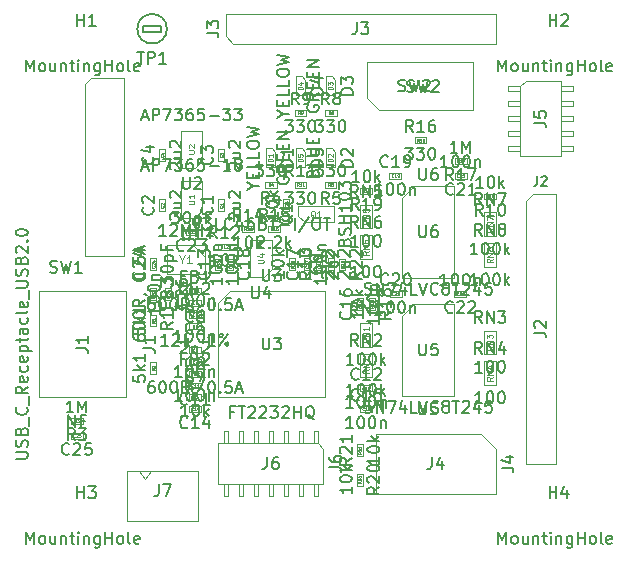
<source format=gbr>
G04 #@! TF.GenerationSoftware,KiCad,Pcbnew,5.1.10*
G04 #@! TF.CreationDate,2021-09-21T16:24:46-07:00*
G04 #@! TF.ProjectId,tigard,74696761-7264-42e6-9b69-6361645f7063,v1.1*
G04 #@! TF.SameCoordinates,Original*
G04 #@! TF.FileFunction,Other,Fab,Top*
%FSLAX46Y46*%
G04 Gerber Fmt 4.6, Leading zero omitted, Abs format (unit mm)*
G04 Created by KiCad (PCBNEW 5.1.10) date 2021-09-21 16:24:46*
%MOMM*%
%LPD*%
G01*
G04 APERTURE LIST*
%ADD10C,0.100000*%
%ADD11C,0.150000*%
%ADD12C,0.120000*%
%ADD13C,0.075000*%
%ADD14C,0.040000*%
%ADD15C,0.060000*%
%ADD16C,0.105000*%
G04 APERTURE END LIST*
D10*
X44940000Y-73260000D02*
X44940000Y-72215000D01*
X45340000Y-73260000D02*
X44940000Y-73260000D01*
X45340000Y-72215000D02*
X45340000Y-73260000D01*
X44940000Y-67760000D02*
X44940000Y-68805000D01*
X45340000Y-67760000D02*
X44940000Y-67760000D01*
X45340000Y-68805000D02*
X45340000Y-67760000D01*
X46210000Y-73260000D02*
X46210000Y-72215000D01*
X46610000Y-73260000D02*
X46210000Y-73260000D01*
X46610000Y-72215000D02*
X46610000Y-73260000D01*
X46210000Y-67760000D02*
X46210000Y-68805000D01*
X46610000Y-67760000D02*
X46210000Y-67760000D01*
X46610000Y-68805000D02*
X46610000Y-67760000D01*
X47480000Y-73260000D02*
X47480000Y-72215000D01*
X47880000Y-73260000D02*
X47480000Y-73260000D01*
X47880000Y-72215000D02*
X47880000Y-73260000D01*
X47480000Y-67760000D02*
X47480000Y-68805000D01*
X47880000Y-67760000D02*
X47480000Y-67760000D01*
X47880000Y-68805000D02*
X47880000Y-67760000D01*
X48750000Y-73260000D02*
X48750000Y-72215000D01*
X49150000Y-73260000D02*
X48750000Y-73260000D01*
X49150000Y-72215000D02*
X49150000Y-73260000D01*
X48750000Y-67760000D02*
X48750000Y-68805000D01*
X49150000Y-67760000D02*
X48750000Y-67760000D01*
X49150000Y-68805000D02*
X49150000Y-67760000D01*
X50020000Y-73260000D02*
X50020000Y-72215000D01*
X50420000Y-73260000D02*
X50020000Y-73260000D01*
X50420000Y-72215000D02*
X50420000Y-73260000D01*
X50020000Y-67760000D02*
X50020000Y-68805000D01*
X50420000Y-67760000D02*
X50020000Y-67760000D01*
X50420000Y-68805000D02*
X50420000Y-67760000D01*
X51290000Y-73260000D02*
X51290000Y-72215000D01*
X51690000Y-73260000D02*
X51290000Y-73260000D01*
X51690000Y-72215000D02*
X51690000Y-73260000D01*
X51290000Y-67760000D02*
X51290000Y-68805000D01*
X51690000Y-67760000D02*
X51290000Y-67760000D01*
X51690000Y-68805000D02*
X51690000Y-67760000D01*
X52560000Y-73260000D02*
X52560000Y-72215000D01*
X52960000Y-73260000D02*
X52560000Y-73260000D01*
X52960000Y-72215000D02*
X52960000Y-73260000D01*
X52560000Y-67760000D02*
X52560000Y-68805000D01*
X52960000Y-67760000D02*
X52560000Y-67760000D01*
X52960000Y-68805000D02*
X52960000Y-67760000D01*
X53395000Y-72215000D02*
X44505000Y-72215000D01*
X52960000Y-68805000D02*
X53395000Y-69240000D01*
X44505000Y-68805000D02*
X52960000Y-68805000D01*
X53395000Y-69240000D02*
X53395000Y-72215000D01*
X44505000Y-72215000D02*
X44505000Y-68805000D01*
X36650000Y-64870000D02*
X29350000Y-64870000D01*
X29350000Y-55930000D02*
X29350000Y-64870000D01*
X36650000Y-55930000D02*
X29350000Y-55930000D01*
X36650000Y-55930000D02*
X36650000Y-64870000D01*
X70510000Y-48305000D02*
X71145000Y-47670000D01*
X70510000Y-70530000D02*
X70510000Y-48305000D01*
X73050000Y-70530000D02*
X70510000Y-70530000D01*
X73050000Y-47670000D02*
X73050000Y-70530000D01*
X71145000Y-47670000D02*
X73050000Y-47670000D01*
X61070000Y-47000000D02*
X64470000Y-47000000D01*
X64470000Y-47000000D02*
X64470000Y-54800000D01*
X64470000Y-54800000D02*
X60070000Y-54800000D01*
X60070000Y-54800000D02*
X60070000Y-48000000D01*
X60070000Y-48000000D02*
X61070000Y-47000000D01*
X36795000Y-71150000D02*
X42795000Y-71150000D01*
X36795000Y-75400000D02*
X42795000Y-75400000D01*
X36795000Y-71150000D02*
X36795000Y-75400000D01*
X42795000Y-71150000D02*
X42795000Y-75400000D01*
X37795000Y-71150000D02*
X38295000Y-71857107D01*
X38295000Y-71857107D02*
X38795000Y-71150000D01*
D11*
X40140000Y-33700000D02*
G75*
G03*
X40140000Y-33700000I-1250000J0D01*
G01*
X39640000Y-33450000D02*
X39640000Y-33950000D01*
X38140000Y-33450000D02*
X39640000Y-33450000D01*
X38140000Y-33950000D02*
X38140000Y-33450000D01*
X39640000Y-33950000D02*
X38140000Y-33950000D01*
D10*
X57080000Y-36550000D02*
X66080000Y-36550000D01*
X66080000Y-36550000D02*
X66080000Y-40550000D01*
X66080000Y-40550000D02*
X58080000Y-40550000D01*
X57080000Y-36550000D02*
X57080000Y-39550000D01*
X58080000Y-40550000D02*
X57080000Y-39550000D01*
X67970000Y-69260000D02*
X67970000Y-73070000D01*
X67970000Y-73070000D02*
X57810000Y-73070000D01*
X57810000Y-73070000D02*
X57810000Y-67990000D01*
X57810000Y-67990000D02*
X66700000Y-67990000D01*
X66700000Y-67990000D02*
X67970000Y-69260000D01*
X74530000Y-44060000D02*
X73485000Y-44060000D01*
X74530000Y-43660000D02*
X74530000Y-44060000D01*
X73485000Y-43660000D02*
X74530000Y-43660000D01*
X69030000Y-44060000D02*
X70075000Y-44060000D01*
X69030000Y-43660000D02*
X69030000Y-44060000D01*
X70075000Y-43660000D02*
X69030000Y-43660000D01*
X74530000Y-42790000D02*
X73485000Y-42790000D01*
X74530000Y-42390000D02*
X74530000Y-42790000D01*
X73485000Y-42390000D02*
X74530000Y-42390000D01*
X69030000Y-42790000D02*
X70075000Y-42790000D01*
X69030000Y-42390000D02*
X69030000Y-42790000D01*
X70075000Y-42390000D02*
X69030000Y-42390000D01*
X74530000Y-41520000D02*
X73485000Y-41520000D01*
X74530000Y-41120000D02*
X74530000Y-41520000D01*
X73485000Y-41120000D02*
X74530000Y-41120000D01*
X69030000Y-41520000D02*
X70075000Y-41520000D01*
X69030000Y-41120000D02*
X69030000Y-41520000D01*
X70075000Y-41120000D02*
X69030000Y-41120000D01*
X74530000Y-40250000D02*
X73485000Y-40250000D01*
X74530000Y-39850000D02*
X74530000Y-40250000D01*
X73485000Y-39850000D02*
X74530000Y-39850000D01*
X69030000Y-40250000D02*
X70075000Y-40250000D01*
X69030000Y-39850000D02*
X69030000Y-40250000D01*
X70075000Y-39850000D02*
X69030000Y-39850000D01*
X74530000Y-38980000D02*
X73485000Y-38980000D01*
X74530000Y-38580000D02*
X74530000Y-38980000D01*
X73485000Y-38580000D02*
X74530000Y-38580000D01*
X69030000Y-38980000D02*
X70075000Y-38980000D01*
X69030000Y-38580000D02*
X69030000Y-38980000D01*
X70075000Y-38580000D02*
X69030000Y-38580000D01*
X73485000Y-38145000D02*
X73485000Y-44495000D01*
X70075000Y-38580000D02*
X70510000Y-38145000D01*
X70075000Y-44495000D02*
X70075000Y-38580000D01*
X70510000Y-38145000D02*
X73485000Y-38145000D01*
X73485000Y-44495000D02*
X70075000Y-44495000D01*
X45745000Y-34970000D02*
X45110000Y-34335000D01*
X67970000Y-34970000D02*
X45745000Y-34970000D01*
X67970000Y-32430000D02*
X67970000Y-34970000D01*
X45110000Y-32430000D02*
X67970000Y-32430000D01*
X45110000Y-34335000D02*
X45110000Y-32430000D01*
D12*
X33200000Y-38400000D02*
X33200000Y-38900000D01*
X36500000Y-38400000D02*
X36500000Y-37900000D01*
X33700000Y-37900000D02*
X36500000Y-37900000D01*
X33200000Y-38400000D02*
X33700000Y-37900000D01*
X33200000Y-52900000D02*
X33200000Y-38900000D01*
X33200000Y-52900000D02*
X36500000Y-52900000D01*
X36500000Y-52900000D02*
X36500000Y-38400000D01*
D10*
X60070000Y-58000000D02*
X61070000Y-57000000D01*
X60070000Y-64800000D02*
X60070000Y-58000000D01*
X64470000Y-64800000D02*
X60070000Y-64800000D01*
X64470000Y-57000000D02*
X64470000Y-64800000D01*
X61070000Y-57000000D02*
X64470000Y-57000000D01*
X56500000Y-61200000D02*
X57500000Y-61200000D01*
X57500000Y-61200000D02*
X57500000Y-63200000D01*
X57500000Y-63200000D02*
X56500000Y-63200000D01*
X56500000Y-63200000D02*
X56500000Y-61200000D01*
X56750000Y-56515000D02*
X56750000Y-57515000D01*
X56250000Y-56515000D02*
X56750000Y-56515000D01*
X56250000Y-57515000D02*
X56250000Y-56515000D01*
X56750000Y-57515000D02*
X56250000Y-57515000D01*
X45000000Y-48150000D02*
X45000000Y-49150000D01*
X44500000Y-48150000D02*
X45000000Y-48150000D01*
X44500000Y-49150000D02*
X44500000Y-48150000D01*
X45000000Y-49150000D02*
X44500000Y-49150000D01*
X40000000Y-49150000D02*
X39500000Y-49150000D01*
X39500000Y-49150000D02*
X39500000Y-48150000D01*
X39500000Y-48150000D02*
X40000000Y-48150000D01*
X40000000Y-48150000D02*
X40000000Y-49150000D01*
X45000000Y-43900000D02*
X45000000Y-44900000D01*
X44500000Y-43900000D02*
X45000000Y-43900000D01*
X44500000Y-44900000D02*
X44500000Y-43900000D01*
X45000000Y-44900000D02*
X44500000Y-44900000D01*
X40000000Y-43885000D02*
X40000000Y-44885000D01*
X39500000Y-43885000D02*
X40000000Y-43885000D01*
X39500000Y-44885000D02*
X39500000Y-43885000D01*
X40000000Y-44885000D02*
X39500000Y-44885000D01*
X42015000Y-57650000D02*
X43015000Y-57650000D01*
X42015000Y-58150000D02*
X42015000Y-57650000D01*
X43015000Y-58150000D02*
X42015000Y-58150000D01*
X43015000Y-57650000D02*
X43015000Y-58150000D01*
X43015000Y-56650000D02*
X43015000Y-57150000D01*
X43015000Y-57150000D02*
X42015000Y-57150000D01*
X42015000Y-57150000D02*
X42015000Y-56650000D01*
X42015000Y-56650000D02*
X43015000Y-56650000D01*
X43015000Y-61650000D02*
X43015000Y-62150000D01*
X43015000Y-62150000D02*
X42015000Y-62150000D01*
X42015000Y-62150000D02*
X42015000Y-61650000D01*
X42015000Y-61650000D02*
X43015000Y-61650000D01*
X43015000Y-60650000D02*
X43015000Y-61150000D01*
X43015000Y-61150000D02*
X42015000Y-61150000D01*
X42015000Y-61150000D02*
X42015000Y-60650000D01*
X42015000Y-60650000D02*
X43015000Y-60650000D01*
X54250000Y-54135000D02*
X53750000Y-54135000D01*
X53750000Y-54135000D02*
X53750000Y-53135000D01*
X53750000Y-53135000D02*
X54250000Y-53135000D01*
X54250000Y-53135000D02*
X54250000Y-54135000D01*
X53250000Y-53135000D02*
X53250000Y-54135000D01*
X52750000Y-53135000D02*
X53250000Y-53135000D01*
X52750000Y-54135000D02*
X52750000Y-53135000D01*
X53250000Y-54135000D02*
X52750000Y-54135000D01*
X42015000Y-63650000D02*
X43015000Y-63650000D01*
X42015000Y-64150000D02*
X42015000Y-63650000D01*
X43015000Y-64150000D02*
X42015000Y-64150000D01*
X43015000Y-63650000D02*
X43015000Y-64150000D01*
X57515000Y-64400000D02*
X56515000Y-64400000D01*
X57515000Y-63900000D02*
X57515000Y-64400000D01*
X56515000Y-63900000D02*
X57515000Y-63900000D01*
X56515000Y-64400000D02*
X56515000Y-63900000D01*
X44750000Y-54150000D02*
X44250000Y-54150000D01*
X44250000Y-54150000D02*
X44250000Y-53150000D01*
X44250000Y-53150000D02*
X44750000Y-53150000D01*
X44750000Y-53150000D02*
X44750000Y-54150000D01*
X43015000Y-65650000D02*
X43015000Y-66150000D01*
X43015000Y-66150000D02*
X42015000Y-66150000D01*
X42015000Y-66150000D02*
X42015000Y-65650000D01*
X42015000Y-65650000D02*
X43015000Y-65650000D01*
X56515000Y-66150000D02*
X56515000Y-65650000D01*
X56515000Y-65650000D02*
X57515000Y-65650000D01*
X57515000Y-65650000D02*
X57515000Y-66150000D01*
X57515000Y-66150000D02*
X56515000Y-66150000D01*
X52250000Y-54135000D02*
X51750000Y-54135000D01*
X51750000Y-54135000D02*
X51750000Y-53135000D01*
X51750000Y-53135000D02*
X52250000Y-53135000D01*
X52250000Y-53135000D02*
X52250000Y-54135000D01*
X45250000Y-54150000D02*
X45250000Y-53150000D01*
X45750000Y-54150000D02*
X45250000Y-54150000D01*
X45750000Y-53150000D02*
X45750000Y-54150000D01*
X45250000Y-53150000D02*
X45750000Y-53150000D01*
X58985000Y-46385000D02*
X58985000Y-45885000D01*
X58985000Y-45885000D02*
X59985000Y-45885000D01*
X59985000Y-45885000D02*
X59985000Y-46385000D01*
X59985000Y-46385000D02*
X58985000Y-46385000D01*
X59015000Y-56385000D02*
X59015000Y-55885000D01*
X59015000Y-55885000D02*
X60015000Y-55885000D01*
X60015000Y-55885000D02*
X60015000Y-56385000D01*
X60015000Y-56385000D02*
X59015000Y-56385000D01*
X64515000Y-45885000D02*
X65515000Y-45885000D01*
X64515000Y-46385000D02*
X64515000Y-45885000D01*
X65515000Y-46385000D02*
X64515000Y-46385000D01*
X65515000Y-45885000D02*
X65515000Y-46385000D01*
X65485000Y-55900000D02*
X65485000Y-56400000D01*
X65485000Y-56400000D02*
X64485000Y-56400000D01*
X64485000Y-56400000D02*
X64485000Y-55900000D01*
X64485000Y-55900000D02*
X65485000Y-55900000D01*
X42735000Y-50650000D02*
X42735000Y-51150000D01*
X42735000Y-51150000D02*
X41735000Y-51150000D01*
X41735000Y-51150000D02*
X41735000Y-50650000D01*
X41735000Y-50650000D02*
X42735000Y-50650000D01*
X39250000Y-54135000D02*
X38750000Y-54135000D01*
X38750000Y-54135000D02*
X38750000Y-53135000D01*
X38750000Y-53135000D02*
X39250000Y-53135000D01*
X39250000Y-53135000D02*
X39250000Y-54135000D01*
X48520000Y-45422000D02*
X49320000Y-45422000D01*
X48520000Y-43822000D02*
X48520000Y-45422000D01*
X49020000Y-43822000D02*
X48520000Y-43822000D01*
X49320000Y-44122000D02*
X49020000Y-43822000D01*
X49320000Y-45422000D02*
X49320000Y-44122000D01*
X54400000Y-45422000D02*
X54400000Y-44122000D01*
X54400000Y-44122000D02*
X54100000Y-43822000D01*
X54100000Y-43822000D02*
X53600000Y-43822000D01*
X53600000Y-43822000D02*
X53600000Y-45422000D01*
X53600000Y-45422000D02*
X54400000Y-45422000D01*
X53600000Y-39326000D02*
X54400000Y-39326000D01*
X53600000Y-37726000D02*
X53600000Y-39326000D01*
X54100000Y-37726000D02*
X53600000Y-37726000D01*
X54400000Y-38026000D02*
X54100000Y-37726000D01*
X54400000Y-39326000D02*
X54400000Y-38026000D01*
X51860000Y-39326000D02*
X51860000Y-38026000D01*
X51860000Y-38026000D02*
X51560000Y-37726000D01*
X51560000Y-37726000D02*
X51060000Y-37726000D01*
X51060000Y-37726000D02*
X51060000Y-39326000D01*
X51060000Y-39326000D02*
X51860000Y-39326000D01*
X51860000Y-45422000D02*
X51860000Y-44122000D01*
X51860000Y-44122000D02*
X51560000Y-43822000D01*
X51560000Y-43822000D02*
X51060000Y-43822000D01*
X51060000Y-43822000D02*
X51060000Y-45422000D01*
X51060000Y-45422000D02*
X51860000Y-45422000D01*
X43015000Y-56150000D02*
X42015000Y-56150000D01*
X43015000Y-55650000D02*
X43015000Y-56150000D01*
X42015000Y-55650000D02*
X43015000Y-55650000D01*
X42015000Y-56150000D02*
X42015000Y-55650000D01*
X42015000Y-63150000D02*
X42015000Y-62650000D01*
X42015000Y-62650000D02*
X43015000Y-62650000D01*
X43015000Y-62650000D02*
X43015000Y-63150000D01*
X43015000Y-63150000D02*
X42015000Y-63150000D01*
X38750000Y-57900000D02*
X39250000Y-57900000D01*
X39250000Y-57900000D02*
X39250000Y-58900000D01*
X39250000Y-58900000D02*
X38750000Y-58900000D01*
X38750000Y-58900000D02*
X38750000Y-57900000D01*
X38750000Y-62915000D02*
X38750000Y-61915000D01*
X39250000Y-62915000D02*
X38750000Y-62915000D01*
X39250000Y-61915000D02*
X39250000Y-62915000D01*
X38750000Y-61915000D02*
X39250000Y-61915000D01*
X49443000Y-46658000D02*
X49443000Y-47158000D01*
X49443000Y-47158000D02*
X48443000Y-47158000D01*
X48443000Y-47158000D02*
X48443000Y-46658000D01*
X48443000Y-46658000D02*
X49443000Y-46658000D01*
X53500000Y-46658000D02*
X54500000Y-46658000D01*
X53500000Y-47158000D02*
X53500000Y-46658000D01*
X54500000Y-47158000D02*
X53500000Y-47158000D01*
X54500000Y-46658000D02*
X54500000Y-47158000D01*
X42015000Y-59150000D02*
X42015000Y-58650000D01*
X42015000Y-58650000D02*
X43015000Y-58650000D01*
X43015000Y-58650000D02*
X43015000Y-59150000D01*
X43015000Y-59150000D02*
X42015000Y-59150000D01*
X43015000Y-65150000D02*
X42015000Y-65150000D01*
X43015000Y-64650000D02*
X43015000Y-65150000D01*
X42015000Y-64650000D02*
X43015000Y-64650000D01*
X42015000Y-65150000D02*
X42015000Y-64650000D01*
X53523000Y-41062000D02*
X53523000Y-40562000D01*
X53523000Y-40562000D02*
X54523000Y-40562000D01*
X54523000Y-40562000D02*
X54523000Y-41062000D01*
X54523000Y-41062000D02*
X53523000Y-41062000D01*
X51960000Y-41062000D02*
X50960000Y-41062000D01*
X51960000Y-40562000D02*
X51960000Y-41062000D01*
X50960000Y-40562000D02*
X51960000Y-40562000D01*
X50960000Y-41062000D02*
X50960000Y-40562000D01*
X68015000Y-47650000D02*
X68015000Y-48150000D01*
X68015000Y-48150000D02*
X67015000Y-48150000D01*
X67015000Y-48150000D02*
X67015000Y-47650000D01*
X67015000Y-47650000D02*
X68015000Y-47650000D01*
X51960000Y-47158000D02*
X50960000Y-47158000D01*
X51960000Y-46658000D02*
X51960000Y-47158000D01*
X50960000Y-46658000D02*
X51960000Y-46658000D01*
X50960000Y-47158000D02*
X50960000Y-46658000D01*
X44500000Y-52400000D02*
X44500000Y-51900000D01*
X44500000Y-51900000D02*
X45500000Y-51900000D01*
X45500000Y-51900000D02*
X45500000Y-52400000D01*
X45500000Y-52400000D02*
X44500000Y-52400000D01*
X50500000Y-53135000D02*
X51000000Y-53135000D01*
X51000000Y-53135000D02*
X51000000Y-54135000D01*
X51000000Y-54135000D02*
X50500000Y-54135000D01*
X50500000Y-54135000D02*
X50500000Y-53135000D01*
X47515000Y-50900000D02*
X46515000Y-50900000D01*
X47515000Y-50400000D02*
X47515000Y-50900000D01*
X46515000Y-50400000D02*
X47515000Y-50400000D01*
X46515000Y-50900000D02*
X46515000Y-50400000D01*
X49735000Y-50900000D02*
X48735000Y-50900000D01*
X49735000Y-50400000D02*
X49735000Y-50900000D01*
X48735000Y-50400000D02*
X49735000Y-50400000D01*
X48735000Y-50900000D02*
X48735000Y-50400000D01*
X62120000Y-43400000D02*
X61120000Y-43400000D01*
X62120000Y-42900000D02*
X62120000Y-43400000D01*
X61120000Y-42900000D02*
X62120000Y-42900000D01*
X61120000Y-43400000D02*
X61120000Y-42900000D01*
X65515000Y-44650000D02*
X65515000Y-45150000D01*
X65515000Y-45150000D02*
X64515000Y-45150000D01*
X64515000Y-45150000D02*
X64515000Y-44650000D01*
X64515000Y-44650000D02*
X65515000Y-44650000D01*
X57250000Y-57515000D02*
X57250000Y-56515000D01*
X57750000Y-57515000D02*
X57250000Y-57515000D01*
X57750000Y-56515000D02*
X57750000Y-57515000D01*
X57250000Y-56515000D02*
X57750000Y-56515000D01*
X56515000Y-47150000D02*
X57515000Y-47150000D01*
X56515000Y-47650000D02*
X56515000Y-47150000D01*
X57515000Y-47650000D02*
X56515000Y-47650000D01*
X57515000Y-47150000D02*
X57515000Y-47650000D01*
X56250000Y-72370000D02*
X56250000Y-71370000D01*
X56750000Y-72370000D02*
X56250000Y-72370000D01*
X56750000Y-71370000D02*
X56750000Y-72370000D01*
X56250000Y-71370000D02*
X56750000Y-71370000D01*
X56750000Y-68885000D02*
X56750000Y-69885000D01*
X56250000Y-68885000D02*
X56750000Y-68885000D01*
X56250000Y-69885000D02*
X56250000Y-68885000D01*
X56750000Y-69885000D02*
X56250000Y-69885000D01*
X44500000Y-56900000D02*
X45500000Y-55900000D01*
X44500000Y-64900000D02*
X44500000Y-56900000D01*
X53500000Y-64900000D02*
X44500000Y-64900000D01*
X53500000Y-55900000D02*
X53500000Y-64900000D01*
X45500000Y-55900000D02*
X53500000Y-55900000D01*
X56500000Y-50600000D02*
X56500000Y-48600000D01*
X57500000Y-50600000D02*
X56500000Y-50600000D01*
X57500000Y-48600000D02*
X57500000Y-50600000D01*
X56500000Y-48600000D02*
X57500000Y-48600000D01*
X56500000Y-53200000D02*
X56500000Y-51200000D01*
X57500000Y-53200000D02*
X56500000Y-53200000D01*
X57500000Y-51200000D02*
X57500000Y-53200000D01*
X56500000Y-51200000D02*
X57500000Y-51200000D01*
X67000000Y-51250000D02*
X67000000Y-49250000D01*
X68000000Y-51250000D02*
X67000000Y-51250000D01*
X68000000Y-49250000D02*
X68000000Y-51250000D01*
X67000000Y-49250000D02*
X68000000Y-49250000D01*
X67000000Y-53850000D02*
X67000000Y-51850000D01*
X68000000Y-53850000D02*
X67000000Y-53850000D01*
X68000000Y-51850000D02*
X68000000Y-53850000D01*
X67000000Y-51850000D02*
X68000000Y-51850000D01*
X56500000Y-58600000D02*
X57500000Y-58600000D01*
X57500000Y-58600000D02*
X57500000Y-60600000D01*
X57500000Y-60600000D02*
X56500000Y-60600000D01*
X56500000Y-60600000D02*
X56500000Y-58600000D01*
X67000000Y-61250000D02*
X67000000Y-59250000D01*
X68000000Y-61250000D02*
X67000000Y-61250000D01*
X68000000Y-59250000D02*
X68000000Y-61250000D01*
X67000000Y-59250000D02*
X68000000Y-59250000D01*
X67000000Y-61850000D02*
X68000000Y-61850000D01*
X68000000Y-61850000D02*
X68000000Y-63850000D01*
X68000000Y-63850000D02*
X67000000Y-63850000D01*
X67000000Y-63850000D02*
X67000000Y-61850000D01*
X51800000Y-50100000D02*
X54250000Y-50100000D01*
X51230000Y-49550000D02*
X51230000Y-48700000D01*
X51800000Y-50100000D02*
X51230000Y-49550000D01*
X51230000Y-48700000D02*
X54270000Y-48700000D01*
X54270000Y-50100000D02*
X54270000Y-48700000D01*
X41350000Y-49700000D02*
X41350000Y-46600000D01*
X41350000Y-46600000D02*
X43150000Y-46600000D01*
X43150000Y-49050000D02*
X43150000Y-46600000D01*
X41350000Y-49700000D02*
X42500000Y-49700000D01*
X43150000Y-49050000D02*
X42500000Y-49700000D01*
X43150000Y-44800000D02*
X42500000Y-45450000D01*
X41350000Y-45450000D02*
X42500000Y-45450000D01*
X43150000Y-44800000D02*
X43150000Y-42350000D01*
X41350000Y-42350000D02*
X43150000Y-42350000D01*
X41350000Y-45450000D02*
X41350000Y-42350000D01*
X47200000Y-54700000D02*
X47200000Y-51600000D01*
X47200000Y-51600000D02*
X49000000Y-51600000D01*
X49000000Y-54050000D02*
X49000000Y-51600000D01*
X47200000Y-54700000D02*
X48350000Y-54700000D01*
X49000000Y-54050000D02*
X48350000Y-54700000D01*
X43350000Y-53000000D02*
X42350000Y-52000000D01*
X40150000Y-54500000D02*
X43350000Y-54500000D01*
X40150000Y-52000000D02*
X40150000Y-54500000D01*
X43350000Y-52000000D02*
X40150000Y-52000000D01*
X43350000Y-54500000D02*
X43350000Y-52000000D01*
X32015000Y-67900000D02*
X33015000Y-67900000D01*
X32015000Y-68400000D02*
X32015000Y-67900000D01*
X33015000Y-68400000D02*
X32015000Y-68400000D01*
X33015000Y-67900000D02*
X33015000Y-68400000D01*
X40000000Y-55650000D02*
X40500000Y-55650000D01*
X40500000Y-55650000D02*
X40500000Y-56650000D01*
X40500000Y-56650000D02*
X40000000Y-56650000D01*
X40000000Y-56650000D02*
X40000000Y-55650000D01*
X38750000Y-56635000D02*
X38750000Y-55635000D01*
X39250000Y-56635000D02*
X38750000Y-56635000D01*
X39250000Y-55635000D02*
X39250000Y-56635000D01*
X38750000Y-55635000D02*
X39250000Y-55635000D01*
X32000000Y-66650000D02*
X33000000Y-66650000D01*
X32000000Y-67150000D02*
X32000000Y-66650000D01*
X33000000Y-67150000D02*
X32000000Y-67150000D01*
X33000000Y-66650000D02*
X33000000Y-67150000D01*
X50000000Y-48135000D02*
X50500000Y-48135000D01*
X50500000Y-48135000D02*
X50500000Y-49135000D01*
X50500000Y-49135000D02*
X50000000Y-49135000D01*
X50000000Y-49135000D02*
X50000000Y-48135000D01*
X54750000Y-54150000D02*
X54750000Y-53150000D01*
X55250000Y-54150000D02*
X54750000Y-54150000D01*
X55250000Y-53150000D02*
X55250000Y-54150000D01*
X54750000Y-53150000D02*
X55250000Y-53150000D01*
D11*
X53907380Y-70843333D02*
X54621666Y-70843333D01*
X54764523Y-70890952D01*
X54859761Y-70986190D01*
X54907380Y-71129047D01*
X54907380Y-71224285D01*
X53907380Y-69938571D02*
X53907380Y-70129047D01*
X53955000Y-70224285D01*
X54002619Y-70271904D01*
X54145476Y-70367142D01*
X54335952Y-70414761D01*
X54716904Y-70414761D01*
X54812142Y-70367142D01*
X54859761Y-70319523D01*
X54907380Y-70224285D01*
X54907380Y-70033809D01*
X54859761Y-69938571D01*
X54812142Y-69890952D01*
X54716904Y-69843333D01*
X54478809Y-69843333D01*
X54383571Y-69890952D01*
X54335952Y-69938571D01*
X54288333Y-70033809D01*
X54288333Y-70224285D01*
X54335952Y-70319523D01*
X54383571Y-70367142D01*
X54478809Y-70414761D01*
X48616666Y-69962380D02*
X48616666Y-70676666D01*
X48569047Y-70819523D01*
X48473809Y-70914761D01*
X48330952Y-70962380D01*
X48235714Y-70962380D01*
X49521428Y-69962380D02*
X49330952Y-69962380D01*
X49235714Y-70010000D01*
X49188095Y-70057619D01*
X49092857Y-70200476D01*
X49045238Y-70390952D01*
X49045238Y-70771904D01*
X49092857Y-70867142D01*
X49140476Y-70914761D01*
X49235714Y-70962380D01*
X49426190Y-70962380D01*
X49521428Y-70914761D01*
X49569047Y-70867142D01*
X49616666Y-70771904D01*
X49616666Y-70533809D01*
X49569047Y-70438571D01*
X49521428Y-70390952D01*
X49426190Y-70343333D01*
X49235714Y-70343333D01*
X49140476Y-70390952D01*
X49092857Y-70438571D01*
X49045238Y-70533809D01*
X38097380Y-60733333D02*
X38811666Y-60733333D01*
X38954523Y-60780952D01*
X39049761Y-60876190D01*
X39097380Y-61019047D01*
X39097380Y-61114285D01*
X39097380Y-59733333D02*
X39097380Y-60304761D01*
X39097380Y-60019047D02*
X38097380Y-60019047D01*
X38240238Y-60114285D01*
X38335476Y-60209523D01*
X38383095Y-60304761D01*
X27352380Y-70090476D02*
X28161904Y-70090476D01*
X28257142Y-70042857D01*
X28304761Y-69995238D01*
X28352380Y-69900000D01*
X28352380Y-69709523D01*
X28304761Y-69614285D01*
X28257142Y-69566666D01*
X28161904Y-69519047D01*
X27352380Y-69519047D01*
X28304761Y-69090476D02*
X28352380Y-68947619D01*
X28352380Y-68709523D01*
X28304761Y-68614285D01*
X28257142Y-68566666D01*
X28161904Y-68519047D01*
X28066666Y-68519047D01*
X27971428Y-68566666D01*
X27923809Y-68614285D01*
X27876190Y-68709523D01*
X27828571Y-68900000D01*
X27780952Y-68995238D01*
X27733333Y-69042857D01*
X27638095Y-69090476D01*
X27542857Y-69090476D01*
X27447619Y-69042857D01*
X27400000Y-68995238D01*
X27352380Y-68900000D01*
X27352380Y-68661904D01*
X27400000Y-68519047D01*
X27828571Y-67757142D02*
X27876190Y-67614285D01*
X27923809Y-67566666D01*
X28019047Y-67519047D01*
X28161904Y-67519047D01*
X28257142Y-67566666D01*
X28304761Y-67614285D01*
X28352380Y-67709523D01*
X28352380Y-68090476D01*
X27352380Y-68090476D01*
X27352380Y-67757142D01*
X27400000Y-67661904D01*
X27447619Y-67614285D01*
X27542857Y-67566666D01*
X27638095Y-67566666D01*
X27733333Y-67614285D01*
X27780952Y-67661904D01*
X27828571Y-67757142D01*
X27828571Y-68090476D01*
X28447619Y-67328571D02*
X28447619Y-66566666D01*
X28257142Y-65757142D02*
X28304761Y-65804761D01*
X28352380Y-65947619D01*
X28352380Y-66042857D01*
X28304761Y-66185714D01*
X28209523Y-66280952D01*
X28114285Y-66328571D01*
X27923809Y-66376190D01*
X27780952Y-66376190D01*
X27590476Y-66328571D01*
X27495238Y-66280952D01*
X27400000Y-66185714D01*
X27352380Y-66042857D01*
X27352380Y-65947619D01*
X27400000Y-65804761D01*
X27447619Y-65757142D01*
X28447619Y-65566666D02*
X28447619Y-64804761D01*
X28352380Y-63995238D02*
X27876190Y-64328571D01*
X28352380Y-64566666D02*
X27352380Y-64566666D01*
X27352380Y-64185714D01*
X27400000Y-64090476D01*
X27447619Y-64042857D01*
X27542857Y-63995238D01*
X27685714Y-63995238D01*
X27780952Y-64042857D01*
X27828571Y-64090476D01*
X27876190Y-64185714D01*
X27876190Y-64566666D01*
X28304761Y-63185714D02*
X28352380Y-63280952D01*
X28352380Y-63471428D01*
X28304761Y-63566666D01*
X28209523Y-63614285D01*
X27828571Y-63614285D01*
X27733333Y-63566666D01*
X27685714Y-63471428D01*
X27685714Y-63280952D01*
X27733333Y-63185714D01*
X27828571Y-63138095D01*
X27923809Y-63138095D01*
X28019047Y-63614285D01*
X28304761Y-62280952D02*
X28352380Y-62376190D01*
X28352380Y-62566666D01*
X28304761Y-62661904D01*
X28257142Y-62709523D01*
X28161904Y-62757142D01*
X27876190Y-62757142D01*
X27780952Y-62709523D01*
X27733333Y-62661904D01*
X27685714Y-62566666D01*
X27685714Y-62376190D01*
X27733333Y-62280952D01*
X28304761Y-61471428D02*
X28352380Y-61566666D01*
X28352380Y-61757142D01*
X28304761Y-61852380D01*
X28209523Y-61900000D01*
X27828571Y-61900000D01*
X27733333Y-61852380D01*
X27685714Y-61757142D01*
X27685714Y-61566666D01*
X27733333Y-61471428D01*
X27828571Y-61423809D01*
X27923809Y-61423809D01*
X28019047Y-61900000D01*
X27685714Y-60995238D02*
X28685714Y-60995238D01*
X27733333Y-60995238D02*
X27685714Y-60900000D01*
X27685714Y-60709523D01*
X27733333Y-60614285D01*
X27780952Y-60566666D01*
X27876190Y-60519047D01*
X28161904Y-60519047D01*
X28257142Y-60566666D01*
X28304761Y-60614285D01*
X28352380Y-60709523D01*
X28352380Y-60900000D01*
X28304761Y-60995238D01*
X27685714Y-60233333D02*
X27685714Y-59852380D01*
X27352380Y-60090476D02*
X28209523Y-60090476D01*
X28304761Y-60042857D01*
X28352380Y-59947619D01*
X28352380Y-59852380D01*
X28352380Y-59090476D02*
X27828571Y-59090476D01*
X27733333Y-59138095D01*
X27685714Y-59233333D01*
X27685714Y-59423809D01*
X27733333Y-59519047D01*
X28304761Y-59090476D02*
X28352380Y-59185714D01*
X28352380Y-59423809D01*
X28304761Y-59519047D01*
X28209523Y-59566666D01*
X28114285Y-59566666D01*
X28019047Y-59519047D01*
X27971428Y-59423809D01*
X27971428Y-59185714D01*
X27923809Y-59090476D01*
X28304761Y-58185714D02*
X28352380Y-58280952D01*
X28352380Y-58471428D01*
X28304761Y-58566666D01*
X28257142Y-58614285D01*
X28161904Y-58661904D01*
X27876190Y-58661904D01*
X27780952Y-58614285D01*
X27733333Y-58566666D01*
X27685714Y-58471428D01*
X27685714Y-58280952D01*
X27733333Y-58185714D01*
X28352380Y-57614285D02*
X28304761Y-57709523D01*
X28209523Y-57757142D01*
X27352380Y-57757142D01*
X28304761Y-56852380D02*
X28352380Y-56947619D01*
X28352380Y-57138095D01*
X28304761Y-57233333D01*
X28209523Y-57280952D01*
X27828571Y-57280952D01*
X27733333Y-57233333D01*
X27685714Y-57138095D01*
X27685714Y-56947619D01*
X27733333Y-56852380D01*
X27828571Y-56804761D01*
X27923809Y-56804761D01*
X28019047Y-57280952D01*
X28447619Y-56614285D02*
X28447619Y-55852380D01*
X27352380Y-55614285D02*
X28161904Y-55614285D01*
X28257142Y-55566666D01*
X28304761Y-55519047D01*
X28352380Y-55423809D01*
X28352380Y-55233333D01*
X28304761Y-55138095D01*
X28257142Y-55090476D01*
X28161904Y-55042857D01*
X27352380Y-55042857D01*
X28304761Y-54614285D02*
X28352380Y-54471428D01*
X28352380Y-54233333D01*
X28304761Y-54138095D01*
X28257142Y-54090476D01*
X28161904Y-54042857D01*
X28066666Y-54042857D01*
X27971428Y-54090476D01*
X27923809Y-54138095D01*
X27876190Y-54233333D01*
X27828571Y-54423809D01*
X27780952Y-54519047D01*
X27733333Y-54566666D01*
X27638095Y-54614285D01*
X27542857Y-54614285D01*
X27447619Y-54566666D01*
X27400000Y-54519047D01*
X27352380Y-54423809D01*
X27352380Y-54185714D01*
X27400000Y-54042857D01*
X27828571Y-53280952D02*
X27876190Y-53138095D01*
X27923809Y-53090476D01*
X28019047Y-53042857D01*
X28161904Y-53042857D01*
X28257142Y-53090476D01*
X28304761Y-53138095D01*
X28352380Y-53233333D01*
X28352380Y-53614285D01*
X27352380Y-53614285D01*
X27352380Y-53280952D01*
X27400000Y-53185714D01*
X27447619Y-53138095D01*
X27542857Y-53090476D01*
X27638095Y-53090476D01*
X27733333Y-53138095D01*
X27780952Y-53185714D01*
X27828571Y-53280952D01*
X27828571Y-53614285D01*
X27447619Y-52661904D02*
X27400000Y-52614285D01*
X27352380Y-52519047D01*
X27352380Y-52280952D01*
X27400000Y-52185714D01*
X27447619Y-52138095D01*
X27542857Y-52090476D01*
X27638095Y-52090476D01*
X27780952Y-52138095D01*
X28352380Y-52709523D01*
X28352380Y-52090476D01*
X28257142Y-51661904D02*
X28304761Y-51614285D01*
X28352380Y-51661904D01*
X28304761Y-51709523D01*
X28257142Y-51661904D01*
X28352380Y-51661904D01*
X27352380Y-50995238D02*
X27352380Y-50900000D01*
X27400000Y-50804761D01*
X27447619Y-50757142D01*
X27542857Y-50709523D01*
X27733333Y-50661904D01*
X27971428Y-50661904D01*
X28161904Y-50709523D01*
X28257142Y-50757142D01*
X28304761Y-50804761D01*
X28352380Y-50900000D01*
X28352380Y-50995238D01*
X28304761Y-51090476D01*
X28257142Y-51138095D01*
X28161904Y-51185714D01*
X27971428Y-51233333D01*
X27733333Y-51233333D01*
X27542857Y-51185714D01*
X27447619Y-51138095D01*
X27400000Y-51090476D01*
X27352380Y-50995238D01*
X32452380Y-60733333D02*
X33166666Y-60733333D01*
X33309523Y-60780952D01*
X33404761Y-60876190D01*
X33452380Y-61019047D01*
X33452380Y-61114285D01*
X33452380Y-59733333D02*
X33452380Y-60304761D01*
X33452380Y-60019047D02*
X32452380Y-60019047D01*
X32595238Y-60114285D01*
X32690476Y-60209523D01*
X32738095Y-60304761D01*
X71513333Y-46171904D02*
X71513333Y-46743333D01*
X71475238Y-46857619D01*
X71399047Y-46933809D01*
X71284761Y-46971904D01*
X71208571Y-46971904D01*
X71856190Y-46248095D02*
X71894285Y-46210000D01*
X71970476Y-46171904D01*
X72160952Y-46171904D01*
X72237142Y-46210000D01*
X72275238Y-46248095D01*
X72313333Y-46324285D01*
X72313333Y-46400476D01*
X72275238Y-46514761D01*
X71818095Y-46971904D01*
X72313333Y-46971904D01*
X71232380Y-59433333D02*
X71946666Y-59433333D01*
X72089523Y-59480952D01*
X72184761Y-59576190D01*
X72232380Y-59719047D01*
X72232380Y-59814285D01*
X71327619Y-59004761D02*
X71280000Y-58957142D01*
X71232380Y-58861904D01*
X71232380Y-58623809D01*
X71280000Y-58528571D01*
X71327619Y-58480952D01*
X71422857Y-58433333D01*
X71518095Y-58433333D01*
X71660952Y-58480952D01*
X72232380Y-59052380D01*
X72232380Y-58433333D01*
X61508095Y-45502380D02*
X61508095Y-46311904D01*
X61555714Y-46407142D01*
X61603333Y-46454761D01*
X61698571Y-46502380D01*
X61889047Y-46502380D01*
X61984285Y-46454761D01*
X62031904Y-46407142D01*
X62079523Y-46311904D01*
X62079523Y-45502380D01*
X62984285Y-45502380D02*
X62793809Y-45502380D01*
X62698571Y-45550000D01*
X62650952Y-45597619D01*
X62555714Y-45740476D01*
X62508095Y-45930952D01*
X62508095Y-46311904D01*
X62555714Y-46407142D01*
X62603333Y-46454761D01*
X62698571Y-46502380D01*
X62889047Y-46502380D01*
X62984285Y-46454761D01*
X63031904Y-46407142D01*
X63079523Y-46311904D01*
X63079523Y-46073809D01*
X63031904Y-45978571D01*
X62984285Y-45930952D01*
X62889047Y-45883333D01*
X62698571Y-45883333D01*
X62603333Y-45930952D01*
X62555714Y-45978571D01*
X62508095Y-46073809D01*
X56889047Y-56154761D02*
X57031904Y-56202380D01*
X57270000Y-56202380D01*
X57365238Y-56154761D01*
X57412857Y-56107142D01*
X57460476Y-56011904D01*
X57460476Y-55916666D01*
X57412857Y-55821428D01*
X57365238Y-55773809D01*
X57270000Y-55726190D01*
X57079523Y-55678571D01*
X56984285Y-55630952D01*
X56936666Y-55583333D01*
X56889047Y-55488095D01*
X56889047Y-55392857D01*
X56936666Y-55297619D01*
X56984285Y-55250000D01*
X57079523Y-55202380D01*
X57317619Y-55202380D01*
X57460476Y-55250000D01*
X57889047Y-56202380D02*
X57889047Y-55202380D01*
X58460476Y-56202380D01*
X58460476Y-55202380D01*
X58841428Y-55202380D02*
X59508095Y-55202380D01*
X59079523Y-56202380D01*
X60317619Y-55535714D02*
X60317619Y-56202380D01*
X60079523Y-55154761D02*
X59841428Y-55869047D01*
X60460476Y-55869047D01*
X61317619Y-56202380D02*
X60841428Y-56202380D01*
X60841428Y-55202380D01*
X61508095Y-55202380D02*
X61841428Y-56202380D01*
X62174761Y-55202380D01*
X63079523Y-56107142D02*
X63031904Y-56154761D01*
X62889047Y-56202380D01*
X62793809Y-56202380D01*
X62650952Y-56154761D01*
X62555714Y-56059523D01*
X62508095Y-55964285D01*
X62460476Y-55773809D01*
X62460476Y-55630952D01*
X62508095Y-55440476D01*
X62555714Y-55345238D01*
X62650952Y-55250000D01*
X62793809Y-55202380D01*
X62889047Y-55202380D01*
X63031904Y-55250000D01*
X63079523Y-55297619D01*
X63650952Y-55630952D02*
X63555714Y-55583333D01*
X63508095Y-55535714D01*
X63460476Y-55440476D01*
X63460476Y-55392857D01*
X63508095Y-55297619D01*
X63555714Y-55250000D01*
X63650952Y-55202380D01*
X63841428Y-55202380D01*
X63936666Y-55250000D01*
X63984285Y-55297619D01*
X64031904Y-55392857D01*
X64031904Y-55440476D01*
X63984285Y-55535714D01*
X63936666Y-55583333D01*
X63841428Y-55630952D01*
X63650952Y-55630952D01*
X63555714Y-55678571D01*
X63508095Y-55726190D01*
X63460476Y-55821428D01*
X63460476Y-56011904D01*
X63508095Y-56107142D01*
X63555714Y-56154761D01*
X63650952Y-56202380D01*
X63841428Y-56202380D01*
X63936666Y-56154761D01*
X63984285Y-56107142D01*
X64031904Y-56011904D01*
X64031904Y-55821428D01*
X63984285Y-55726190D01*
X63936666Y-55678571D01*
X63841428Y-55630952D01*
X64317619Y-55202380D02*
X64889047Y-55202380D01*
X64603333Y-56202380D02*
X64603333Y-55202380D01*
X65174761Y-55297619D02*
X65222380Y-55250000D01*
X65317619Y-55202380D01*
X65555714Y-55202380D01*
X65650952Y-55250000D01*
X65698571Y-55297619D01*
X65746190Y-55392857D01*
X65746190Y-55488095D01*
X65698571Y-55630952D01*
X65127142Y-56202380D01*
X65746190Y-56202380D01*
X66603333Y-55535714D02*
X66603333Y-56202380D01*
X66365238Y-55154761D02*
X66127142Y-55869047D01*
X66746190Y-55869047D01*
X67603333Y-55202380D02*
X67127142Y-55202380D01*
X67079523Y-55678571D01*
X67127142Y-55630952D01*
X67222380Y-55583333D01*
X67460476Y-55583333D01*
X67555714Y-55630952D01*
X67603333Y-55678571D01*
X67650952Y-55773809D01*
X67650952Y-56011904D01*
X67603333Y-56107142D01*
X67555714Y-56154761D01*
X67460476Y-56202380D01*
X67222380Y-56202380D01*
X67127142Y-56154761D01*
X67079523Y-56107142D01*
X61508095Y-50352380D02*
X61508095Y-51161904D01*
X61555714Y-51257142D01*
X61603333Y-51304761D01*
X61698571Y-51352380D01*
X61889047Y-51352380D01*
X61984285Y-51304761D01*
X62031904Y-51257142D01*
X62079523Y-51161904D01*
X62079523Y-50352380D01*
X62984285Y-50352380D02*
X62793809Y-50352380D01*
X62698571Y-50400000D01*
X62650952Y-50447619D01*
X62555714Y-50590476D01*
X62508095Y-50780952D01*
X62508095Y-51161904D01*
X62555714Y-51257142D01*
X62603333Y-51304761D01*
X62698571Y-51352380D01*
X62889047Y-51352380D01*
X62984285Y-51304761D01*
X63031904Y-51257142D01*
X63079523Y-51161904D01*
X63079523Y-50923809D01*
X63031904Y-50828571D01*
X62984285Y-50780952D01*
X62889047Y-50733333D01*
X62698571Y-50733333D01*
X62603333Y-50780952D01*
X62555714Y-50828571D01*
X62508095Y-50923809D01*
X39461666Y-72277380D02*
X39461666Y-72991666D01*
X39414047Y-73134523D01*
X39318809Y-73229761D01*
X39175952Y-73277380D01*
X39080714Y-73277380D01*
X39842619Y-72277380D02*
X40509285Y-72277380D01*
X40080714Y-73277380D01*
X37628095Y-35652380D02*
X38199523Y-35652380D01*
X37913809Y-36652380D02*
X37913809Y-35652380D01*
X38532857Y-36652380D02*
X38532857Y-35652380D01*
X38913809Y-35652380D01*
X39009047Y-35700000D01*
X39056666Y-35747619D01*
X39104285Y-35842857D01*
X39104285Y-35985714D01*
X39056666Y-36080952D01*
X39009047Y-36128571D01*
X38913809Y-36176190D01*
X38532857Y-36176190D01*
X40056666Y-36652380D02*
X39485238Y-36652380D01*
X39770952Y-36652380D02*
X39770952Y-35652380D01*
X39675714Y-35795238D01*
X39580476Y-35890476D01*
X39485238Y-35938095D01*
X37628095Y-35652380D02*
X38199523Y-35652380D01*
X37913809Y-36652380D02*
X37913809Y-35652380D01*
X38532857Y-36652380D02*
X38532857Y-35652380D01*
X38913809Y-35652380D01*
X39009047Y-35700000D01*
X39056666Y-35747619D01*
X39104285Y-35842857D01*
X39104285Y-35985714D01*
X39056666Y-36080952D01*
X39009047Y-36128571D01*
X38913809Y-36176190D01*
X38532857Y-36176190D01*
X40056666Y-36652380D02*
X39485238Y-36652380D01*
X39770952Y-36652380D02*
X39770952Y-35652380D01*
X39675714Y-35795238D01*
X39580476Y-35890476D01*
X39485238Y-35938095D01*
X60496666Y-39004761D02*
X60639523Y-39052380D01*
X60877619Y-39052380D01*
X60972857Y-39004761D01*
X61020476Y-38957142D01*
X61068095Y-38861904D01*
X61068095Y-38766666D01*
X61020476Y-38671428D01*
X60972857Y-38623809D01*
X60877619Y-38576190D01*
X60687142Y-38528571D01*
X60591904Y-38480952D01*
X60544285Y-38433333D01*
X60496666Y-38338095D01*
X60496666Y-38242857D01*
X60544285Y-38147619D01*
X60591904Y-38100000D01*
X60687142Y-38052380D01*
X60925238Y-38052380D01*
X61068095Y-38100000D01*
X61401428Y-38052380D02*
X61639523Y-39052380D01*
X61830000Y-38338095D01*
X62020476Y-39052380D01*
X62258571Y-38052380D01*
X62591904Y-38147619D02*
X62639523Y-38100000D01*
X62734761Y-38052380D01*
X62972857Y-38052380D01*
X63068095Y-38100000D01*
X63115714Y-38147619D01*
X63163333Y-38242857D01*
X63163333Y-38338095D01*
X63115714Y-38480952D01*
X62544285Y-39052380D01*
X63163333Y-39052380D01*
X59746666Y-38954761D02*
X59889523Y-39002380D01*
X60127619Y-39002380D01*
X60222857Y-38954761D01*
X60270476Y-38907142D01*
X60318095Y-38811904D01*
X60318095Y-38716666D01*
X60270476Y-38621428D01*
X60222857Y-38573809D01*
X60127619Y-38526190D01*
X59937142Y-38478571D01*
X59841904Y-38430952D01*
X59794285Y-38383333D01*
X59746666Y-38288095D01*
X59746666Y-38192857D01*
X59794285Y-38097619D01*
X59841904Y-38050000D01*
X59937142Y-38002380D01*
X60175238Y-38002380D01*
X60318095Y-38050000D01*
X60651428Y-38002380D02*
X60889523Y-39002380D01*
X61080000Y-38288095D01*
X61270476Y-39002380D01*
X61508571Y-38002380D01*
X61841904Y-38097619D02*
X61889523Y-38050000D01*
X61984761Y-38002380D01*
X62222857Y-38002380D01*
X62318095Y-38050000D01*
X62365714Y-38097619D01*
X62413333Y-38192857D01*
X62413333Y-38288095D01*
X62365714Y-38430952D01*
X61794285Y-39002380D01*
X62413333Y-39002380D01*
X68482380Y-70863333D02*
X69196666Y-70863333D01*
X69339523Y-70910952D01*
X69434761Y-71006190D01*
X69482380Y-71149047D01*
X69482380Y-71244285D01*
X68815714Y-69958571D02*
X69482380Y-69958571D01*
X68434761Y-70196666D02*
X69149047Y-70434761D01*
X69149047Y-69815714D01*
X62556666Y-69982380D02*
X62556666Y-70696666D01*
X62509047Y-70839523D01*
X62413809Y-70934761D01*
X62270952Y-70982380D01*
X62175714Y-70982380D01*
X63461428Y-70315714D02*
X63461428Y-70982380D01*
X63223333Y-69934761D02*
X62985238Y-70649047D01*
X63604285Y-70649047D01*
X71232380Y-41653333D02*
X71946666Y-41653333D01*
X72089523Y-41700952D01*
X72184761Y-41796190D01*
X72232380Y-41939047D01*
X72232380Y-42034285D01*
X71232380Y-40700952D02*
X71232380Y-41177142D01*
X71708571Y-41224761D01*
X71660952Y-41177142D01*
X71613333Y-41081904D01*
X71613333Y-40843809D01*
X71660952Y-40748571D01*
X71708571Y-40700952D01*
X71803809Y-40653333D01*
X72041904Y-40653333D01*
X72137142Y-40700952D01*
X72184761Y-40748571D01*
X72232380Y-40843809D01*
X72232380Y-41081904D01*
X72184761Y-41177142D01*
X72137142Y-41224761D01*
X43502380Y-34033333D02*
X44216666Y-34033333D01*
X44359523Y-34080952D01*
X44454761Y-34176190D01*
X44502380Y-34319047D01*
X44502380Y-34414285D01*
X43502380Y-33652380D02*
X43502380Y-33033333D01*
X43883333Y-33366666D01*
X43883333Y-33223809D01*
X43930952Y-33128571D01*
X43978571Y-33080952D01*
X44073809Y-33033333D01*
X44311904Y-33033333D01*
X44407142Y-33080952D01*
X44454761Y-33128571D01*
X44502380Y-33223809D01*
X44502380Y-33509523D01*
X44454761Y-33604761D01*
X44407142Y-33652380D01*
X56206666Y-33152380D02*
X56206666Y-33866666D01*
X56159047Y-34009523D01*
X56063809Y-34104761D01*
X55920952Y-34152380D01*
X55825714Y-34152380D01*
X56587619Y-33152380D02*
X57206666Y-33152380D01*
X56873333Y-33533333D01*
X57016190Y-33533333D01*
X57111428Y-33580952D01*
X57159047Y-33628571D01*
X57206666Y-33723809D01*
X57206666Y-33961904D01*
X57159047Y-34057142D01*
X57111428Y-34104761D01*
X57016190Y-34152380D01*
X56730476Y-34152380D01*
X56635238Y-34104761D01*
X56587619Y-34057142D01*
X30266666Y-54304761D02*
X30409523Y-54352380D01*
X30647619Y-54352380D01*
X30742857Y-54304761D01*
X30790476Y-54257142D01*
X30838095Y-54161904D01*
X30838095Y-54066666D01*
X30790476Y-53971428D01*
X30742857Y-53923809D01*
X30647619Y-53876190D01*
X30457142Y-53828571D01*
X30361904Y-53780952D01*
X30314285Y-53733333D01*
X30266666Y-53638095D01*
X30266666Y-53542857D01*
X30314285Y-53447619D01*
X30361904Y-53400000D01*
X30457142Y-53352380D01*
X30695238Y-53352380D01*
X30838095Y-53400000D01*
X31171428Y-53352380D02*
X31409523Y-54352380D01*
X31600000Y-53638095D01*
X31790476Y-54352380D01*
X32028571Y-53352380D01*
X32933333Y-54352380D02*
X32361904Y-54352380D01*
X32647619Y-54352380D02*
X32647619Y-53352380D01*
X32552380Y-53495238D01*
X32457142Y-53590476D01*
X32361904Y-53638095D01*
X61488095Y-65352380D02*
X61488095Y-66161904D01*
X61535714Y-66257142D01*
X61583333Y-66304761D01*
X61678571Y-66352380D01*
X61869047Y-66352380D01*
X61964285Y-66304761D01*
X62011904Y-66257142D01*
X62059523Y-66161904D01*
X62059523Y-65352380D01*
X63011904Y-65352380D02*
X62535714Y-65352380D01*
X62488095Y-65828571D01*
X62535714Y-65780952D01*
X62630952Y-65733333D01*
X62869047Y-65733333D01*
X62964285Y-65780952D01*
X63011904Y-65828571D01*
X63059523Y-65923809D01*
X63059523Y-66161904D01*
X63011904Y-66257142D01*
X62964285Y-66304761D01*
X62869047Y-66352380D01*
X62630952Y-66352380D01*
X62535714Y-66304761D01*
X62488095Y-66257142D01*
X56889047Y-66154761D02*
X57031904Y-66202380D01*
X57270000Y-66202380D01*
X57365238Y-66154761D01*
X57412857Y-66107142D01*
X57460476Y-66011904D01*
X57460476Y-65916666D01*
X57412857Y-65821428D01*
X57365238Y-65773809D01*
X57270000Y-65726190D01*
X57079523Y-65678571D01*
X56984285Y-65630952D01*
X56936666Y-65583333D01*
X56889047Y-65488095D01*
X56889047Y-65392857D01*
X56936666Y-65297619D01*
X56984285Y-65250000D01*
X57079523Y-65202380D01*
X57317619Y-65202380D01*
X57460476Y-65250000D01*
X57889047Y-66202380D02*
X57889047Y-65202380D01*
X58460476Y-66202380D01*
X58460476Y-65202380D01*
X58841428Y-65202380D02*
X59508095Y-65202380D01*
X59079523Y-66202380D01*
X60317619Y-65535714D02*
X60317619Y-66202380D01*
X60079523Y-65154761D02*
X59841428Y-65869047D01*
X60460476Y-65869047D01*
X61317619Y-66202380D02*
X60841428Y-66202380D01*
X60841428Y-65202380D01*
X61508095Y-65202380D02*
X61841428Y-66202380D01*
X62174761Y-65202380D01*
X63079523Y-66107142D02*
X63031904Y-66154761D01*
X62889047Y-66202380D01*
X62793809Y-66202380D01*
X62650952Y-66154761D01*
X62555714Y-66059523D01*
X62508095Y-65964285D01*
X62460476Y-65773809D01*
X62460476Y-65630952D01*
X62508095Y-65440476D01*
X62555714Y-65345238D01*
X62650952Y-65250000D01*
X62793809Y-65202380D01*
X62889047Y-65202380D01*
X63031904Y-65250000D01*
X63079523Y-65297619D01*
X63650952Y-65630952D02*
X63555714Y-65583333D01*
X63508095Y-65535714D01*
X63460476Y-65440476D01*
X63460476Y-65392857D01*
X63508095Y-65297619D01*
X63555714Y-65250000D01*
X63650952Y-65202380D01*
X63841428Y-65202380D01*
X63936666Y-65250000D01*
X63984285Y-65297619D01*
X64031904Y-65392857D01*
X64031904Y-65440476D01*
X63984285Y-65535714D01*
X63936666Y-65583333D01*
X63841428Y-65630952D01*
X63650952Y-65630952D01*
X63555714Y-65678571D01*
X63508095Y-65726190D01*
X63460476Y-65821428D01*
X63460476Y-66011904D01*
X63508095Y-66107142D01*
X63555714Y-66154761D01*
X63650952Y-66202380D01*
X63841428Y-66202380D01*
X63936666Y-66154761D01*
X63984285Y-66107142D01*
X64031904Y-66011904D01*
X64031904Y-65821428D01*
X63984285Y-65726190D01*
X63936666Y-65678571D01*
X63841428Y-65630952D01*
X64317619Y-65202380D02*
X64889047Y-65202380D01*
X64603333Y-66202380D02*
X64603333Y-65202380D01*
X65174761Y-65297619D02*
X65222380Y-65250000D01*
X65317619Y-65202380D01*
X65555714Y-65202380D01*
X65650952Y-65250000D01*
X65698571Y-65297619D01*
X65746190Y-65392857D01*
X65746190Y-65488095D01*
X65698571Y-65630952D01*
X65127142Y-66202380D01*
X65746190Y-66202380D01*
X66603333Y-65535714D02*
X66603333Y-66202380D01*
X66365238Y-65154761D02*
X66127142Y-65869047D01*
X66746190Y-65869047D01*
X67603333Y-65202380D02*
X67127142Y-65202380D01*
X67079523Y-65678571D01*
X67127142Y-65630952D01*
X67222380Y-65583333D01*
X67460476Y-65583333D01*
X67555714Y-65630952D01*
X67603333Y-65678571D01*
X67650952Y-65773809D01*
X67650952Y-66011904D01*
X67603333Y-66107142D01*
X67555714Y-66154761D01*
X67460476Y-66202380D01*
X67222380Y-66202380D01*
X67127142Y-66154761D01*
X67079523Y-66107142D01*
X61508095Y-60352380D02*
X61508095Y-61161904D01*
X61555714Y-61257142D01*
X61603333Y-61304761D01*
X61698571Y-61352380D01*
X61889047Y-61352380D01*
X61984285Y-61304761D01*
X62031904Y-61257142D01*
X62079523Y-61161904D01*
X62079523Y-60352380D01*
X63031904Y-60352380D02*
X62555714Y-60352380D01*
X62508095Y-60828571D01*
X62555714Y-60780952D01*
X62650952Y-60733333D01*
X62889047Y-60733333D01*
X62984285Y-60780952D01*
X63031904Y-60828571D01*
X63079523Y-60923809D01*
X63079523Y-61161904D01*
X63031904Y-61257142D01*
X62984285Y-61304761D01*
X62889047Y-61352380D01*
X62650952Y-61352380D01*
X62555714Y-61304761D01*
X62508095Y-61257142D01*
X56309523Y-60552380D02*
X55976190Y-60076190D01*
X55738095Y-60552380D02*
X55738095Y-59552380D01*
X56119047Y-59552380D01*
X56214285Y-59600000D01*
X56261904Y-59647619D01*
X56309523Y-59742857D01*
X56309523Y-59885714D01*
X56261904Y-59980952D01*
X56214285Y-60028571D01*
X56119047Y-60076190D01*
X55738095Y-60076190D01*
X56738095Y-60552380D02*
X56738095Y-59552380D01*
X57309523Y-60552380D01*
X57309523Y-59552380D01*
X57738095Y-59647619D02*
X57785714Y-59600000D01*
X57880952Y-59552380D01*
X58119047Y-59552380D01*
X58214285Y-59600000D01*
X58261904Y-59647619D01*
X58309523Y-59742857D01*
X58309523Y-59838095D01*
X58261904Y-59980952D01*
X57690476Y-60552380D01*
X58309523Y-60552380D01*
X55928571Y-64752380D02*
X55357142Y-64752380D01*
X55642857Y-64752380D02*
X55642857Y-63752380D01*
X55547619Y-63895238D01*
X55452380Y-63990476D01*
X55357142Y-64038095D01*
X56547619Y-63752380D02*
X56642857Y-63752380D01*
X56738095Y-63800000D01*
X56785714Y-63847619D01*
X56833333Y-63942857D01*
X56880952Y-64133333D01*
X56880952Y-64371428D01*
X56833333Y-64561904D01*
X56785714Y-64657142D01*
X56738095Y-64704761D01*
X56642857Y-64752380D01*
X56547619Y-64752380D01*
X56452380Y-64704761D01*
X56404761Y-64657142D01*
X56357142Y-64561904D01*
X56309523Y-64371428D01*
X56309523Y-64133333D01*
X56357142Y-63942857D01*
X56404761Y-63847619D01*
X56452380Y-63800000D01*
X56547619Y-63752380D01*
X57500000Y-63752380D02*
X57595238Y-63752380D01*
X57690476Y-63800000D01*
X57738095Y-63847619D01*
X57785714Y-63942857D01*
X57833333Y-64133333D01*
X57833333Y-64371428D01*
X57785714Y-64561904D01*
X57738095Y-64657142D01*
X57690476Y-64704761D01*
X57595238Y-64752380D01*
X57500000Y-64752380D01*
X57404761Y-64704761D01*
X57357142Y-64657142D01*
X57309523Y-64561904D01*
X57261904Y-64371428D01*
X57261904Y-64133333D01*
X57309523Y-63942857D01*
X57357142Y-63847619D01*
X57404761Y-63800000D01*
X57500000Y-63752380D01*
X58261904Y-64752380D02*
X58261904Y-63752380D01*
X58357142Y-64371428D02*
X58642857Y-64752380D01*
X58642857Y-64085714D02*
X58261904Y-64466666D01*
D13*
X57226190Y-62545238D02*
X56988095Y-62711904D01*
X57226190Y-62830952D02*
X56726190Y-62830952D01*
X56726190Y-62640476D01*
X56750000Y-62592857D01*
X56773809Y-62569047D01*
X56821428Y-62545238D01*
X56892857Y-62545238D01*
X56940476Y-62569047D01*
X56964285Y-62592857D01*
X56988095Y-62640476D01*
X56988095Y-62830952D01*
X57226190Y-62330952D02*
X56726190Y-62330952D01*
X57226190Y-62045238D01*
X56726190Y-62045238D01*
X56773809Y-61830952D02*
X56750000Y-61807142D01*
X56726190Y-61759523D01*
X56726190Y-61640476D01*
X56750000Y-61592857D01*
X56773809Y-61569047D01*
X56821428Y-61545238D01*
X56869047Y-61545238D01*
X56940476Y-61569047D01*
X57226190Y-61854761D01*
X57226190Y-61545238D01*
D11*
X55687142Y-57657857D02*
X55734761Y-57705476D01*
X55782380Y-57848333D01*
X55782380Y-57943571D01*
X55734761Y-58086428D01*
X55639523Y-58181666D01*
X55544285Y-58229285D01*
X55353809Y-58276904D01*
X55210952Y-58276904D01*
X55020476Y-58229285D01*
X54925238Y-58181666D01*
X54830000Y-58086428D01*
X54782380Y-57943571D01*
X54782380Y-57848333D01*
X54830000Y-57705476D01*
X54877619Y-57657857D01*
X55782380Y-56705476D02*
X55782380Y-57276904D01*
X55782380Y-56991190D02*
X54782380Y-56991190D01*
X54925238Y-57086428D01*
X55020476Y-57181666D01*
X55068095Y-57276904D01*
X54782380Y-55848333D02*
X54782380Y-56038809D01*
X54830000Y-56134047D01*
X54877619Y-56181666D01*
X55020476Y-56276904D01*
X55210952Y-56324523D01*
X55591904Y-56324523D01*
X55687142Y-56276904D01*
X55734761Y-56229285D01*
X55782380Y-56134047D01*
X55782380Y-55943571D01*
X55734761Y-55848333D01*
X55687142Y-55800714D01*
X55591904Y-55753095D01*
X55353809Y-55753095D01*
X55258571Y-55800714D01*
X55210952Y-55848333D01*
X55163333Y-55943571D01*
X55163333Y-56134047D01*
X55210952Y-56229285D01*
X55258571Y-56276904D01*
X55353809Y-56324523D01*
X58122380Y-58134047D02*
X58122380Y-58705476D01*
X58122380Y-58419761D02*
X57122380Y-58419761D01*
X57265238Y-58515000D01*
X57360476Y-58610238D01*
X57408095Y-58705476D01*
X57122380Y-57515000D02*
X57122380Y-57419761D01*
X57170000Y-57324523D01*
X57217619Y-57276904D01*
X57312857Y-57229285D01*
X57503333Y-57181666D01*
X57741428Y-57181666D01*
X57931904Y-57229285D01*
X58027142Y-57276904D01*
X58074761Y-57324523D01*
X58122380Y-57419761D01*
X58122380Y-57515000D01*
X58074761Y-57610238D01*
X58027142Y-57657857D01*
X57931904Y-57705476D01*
X57741428Y-57753095D01*
X57503333Y-57753095D01*
X57312857Y-57705476D01*
X57217619Y-57657857D01*
X57170000Y-57610238D01*
X57122380Y-57515000D01*
X57122380Y-56562619D02*
X57122380Y-56467380D01*
X57170000Y-56372142D01*
X57217619Y-56324523D01*
X57312857Y-56276904D01*
X57503333Y-56229285D01*
X57741428Y-56229285D01*
X57931904Y-56276904D01*
X58027142Y-56324523D01*
X58074761Y-56372142D01*
X58122380Y-56467380D01*
X58122380Y-56562619D01*
X58074761Y-56657857D01*
X58027142Y-56705476D01*
X57931904Y-56753095D01*
X57741428Y-56800714D01*
X57503333Y-56800714D01*
X57312857Y-56753095D01*
X57217619Y-56705476D01*
X57170000Y-56657857D01*
X57122380Y-56562619D01*
X57455714Y-55800714D02*
X58122380Y-55800714D01*
X57550952Y-55800714D02*
X57503333Y-55753095D01*
X57455714Y-55657857D01*
X57455714Y-55515000D01*
X57503333Y-55419761D01*
X57598571Y-55372142D01*
X58122380Y-55372142D01*
D14*
X56589285Y-57175714D02*
X56601190Y-57187619D01*
X56613095Y-57223333D01*
X56613095Y-57247142D01*
X56601190Y-57282857D01*
X56577380Y-57306666D01*
X56553571Y-57318571D01*
X56505952Y-57330476D01*
X56470238Y-57330476D01*
X56422619Y-57318571D01*
X56398809Y-57306666D01*
X56375000Y-57282857D01*
X56363095Y-57247142D01*
X56363095Y-57223333D01*
X56375000Y-57187619D01*
X56386904Y-57175714D01*
X56613095Y-56937619D02*
X56613095Y-57080476D01*
X56613095Y-57009047D02*
X56363095Y-57009047D01*
X56398809Y-57032857D01*
X56422619Y-57056666D01*
X56434523Y-57080476D01*
X56363095Y-56723333D02*
X56363095Y-56770952D01*
X56375000Y-56794761D01*
X56386904Y-56806666D01*
X56422619Y-56830476D01*
X56470238Y-56842380D01*
X56565476Y-56842380D01*
X56589285Y-56830476D01*
X56601190Y-56818571D01*
X56613095Y-56794761D01*
X56613095Y-56747142D01*
X56601190Y-56723333D01*
X56589285Y-56711428D01*
X56565476Y-56699523D01*
X56505952Y-56699523D01*
X56482142Y-56711428D01*
X56470238Y-56723333D01*
X56458333Y-56747142D01*
X56458333Y-56794761D01*
X56470238Y-56818571D01*
X56482142Y-56830476D01*
X56505952Y-56842380D01*
D11*
X43937142Y-48816666D02*
X43984761Y-48864285D01*
X44032380Y-49007142D01*
X44032380Y-49102380D01*
X43984761Y-49245238D01*
X43889523Y-49340476D01*
X43794285Y-49388095D01*
X43603809Y-49435714D01*
X43460952Y-49435714D01*
X43270476Y-49388095D01*
X43175238Y-49340476D01*
X43080000Y-49245238D01*
X43032380Y-49102380D01*
X43032380Y-49007142D01*
X43080000Y-48864285D01*
X43127619Y-48816666D01*
X44032380Y-47864285D02*
X44032380Y-48435714D01*
X44032380Y-48150000D02*
X43032380Y-48150000D01*
X43175238Y-48245238D01*
X43270476Y-48340476D01*
X43318095Y-48435714D01*
X45467619Y-49864285D02*
X45420000Y-49816666D01*
X45372380Y-49721428D01*
X45372380Y-49483333D01*
X45420000Y-49388095D01*
X45467619Y-49340476D01*
X45562857Y-49292857D01*
X45658095Y-49292857D01*
X45800952Y-49340476D01*
X46372380Y-49911904D01*
X46372380Y-49292857D01*
X45705714Y-48435714D02*
X46372380Y-48435714D01*
X45705714Y-48864285D02*
X46229523Y-48864285D01*
X46324761Y-48816666D01*
X46372380Y-48721428D01*
X46372380Y-48578571D01*
X46324761Y-48483333D01*
X46277142Y-48435714D01*
X45467619Y-48007142D02*
X45420000Y-47959523D01*
X45372380Y-47864285D01*
X45372380Y-47626190D01*
X45420000Y-47530952D01*
X45467619Y-47483333D01*
X45562857Y-47435714D01*
X45658095Y-47435714D01*
X45800952Y-47483333D01*
X46372380Y-48054761D01*
X46372380Y-47435714D01*
D14*
X44839285Y-48691666D02*
X44851190Y-48703571D01*
X44863095Y-48739285D01*
X44863095Y-48763095D01*
X44851190Y-48798809D01*
X44827380Y-48822619D01*
X44803571Y-48834523D01*
X44755952Y-48846428D01*
X44720238Y-48846428D01*
X44672619Y-48834523D01*
X44648809Y-48822619D01*
X44625000Y-48798809D01*
X44613095Y-48763095D01*
X44613095Y-48739285D01*
X44625000Y-48703571D01*
X44636904Y-48691666D01*
X44863095Y-48453571D02*
X44863095Y-48596428D01*
X44863095Y-48525000D02*
X44613095Y-48525000D01*
X44648809Y-48548809D01*
X44672619Y-48572619D01*
X44684523Y-48596428D01*
D11*
X38937142Y-48816666D02*
X38984761Y-48864285D01*
X39032380Y-49007142D01*
X39032380Y-49102380D01*
X38984761Y-49245238D01*
X38889523Y-49340476D01*
X38794285Y-49388095D01*
X38603809Y-49435714D01*
X38460952Y-49435714D01*
X38270476Y-49388095D01*
X38175238Y-49340476D01*
X38080000Y-49245238D01*
X38032380Y-49102380D01*
X38032380Y-49007142D01*
X38080000Y-48864285D01*
X38127619Y-48816666D01*
X38127619Y-48435714D02*
X38080000Y-48388095D01*
X38032380Y-48292857D01*
X38032380Y-48054761D01*
X38080000Y-47959523D01*
X38127619Y-47911904D01*
X38222857Y-47864285D01*
X38318095Y-47864285D01*
X38460952Y-47911904D01*
X39032380Y-48483333D01*
X39032380Y-47864285D01*
X40467619Y-49864285D02*
X40420000Y-49816666D01*
X40372380Y-49721428D01*
X40372380Y-49483333D01*
X40420000Y-49388095D01*
X40467619Y-49340476D01*
X40562857Y-49292857D01*
X40658095Y-49292857D01*
X40800952Y-49340476D01*
X41372380Y-49911904D01*
X41372380Y-49292857D01*
X40705714Y-48435714D02*
X41372380Y-48435714D01*
X40705714Y-48864285D02*
X41229523Y-48864285D01*
X41324761Y-48816666D01*
X41372380Y-48721428D01*
X41372380Y-48578571D01*
X41324761Y-48483333D01*
X41277142Y-48435714D01*
X40467619Y-48007142D02*
X40420000Y-47959523D01*
X40372380Y-47864285D01*
X40372380Y-47626190D01*
X40420000Y-47530952D01*
X40467619Y-47483333D01*
X40562857Y-47435714D01*
X40658095Y-47435714D01*
X40800952Y-47483333D01*
X41372380Y-48054761D01*
X41372380Y-47435714D01*
D14*
X39839285Y-48691666D02*
X39851190Y-48703571D01*
X39863095Y-48739285D01*
X39863095Y-48763095D01*
X39851190Y-48798809D01*
X39827380Y-48822619D01*
X39803571Y-48834523D01*
X39755952Y-48846428D01*
X39720238Y-48846428D01*
X39672619Y-48834523D01*
X39648809Y-48822619D01*
X39625000Y-48798809D01*
X39613095Y-48763095D01*
X39613095Y-48739285D01*
X39625000Y-48703571D01*
X39636904Y-48691666D01*
X39636904Y-48596428D02*
X39625000Y-48584523D01*
X39613095Y-48560714D01*
X39613095Y-48501190D01*
X39625000Y-48477380D01*
X39636904Y-48465476D01*
X39660714Y-48453571D01*
X39684523Y-48453571D01*
X39720238Y-48465476D01*
X39863095Y-48608333D01*
X39863095Y-48453571D01*
D11*
X43937142Y-44566666D02*
X43984761Y-44614285D01*
X44032380Y-44757142D01*
X44032380Y-44852380D01*
X43984761Y-44995238D01*
X43889523Y-45090476D01*
X43794285Y-45138095D01*
X43603809Y-45185714D01*
X43460952Y-45185714D01*
X43270476Y-45138095D01*
X43175238Y-45090476D01*
X43080000Y-44995238D01*
X43032380Y-44852380D01*
X43032380Y-44757142D01*
X43080000Y-44614285D01*
X43127619Y-44566666D01*
X43032380Y-44233333D02*
X43032380Y-43614285D01*
X43413333Y-43947619D01*
X43413333Y-43804761D01*
X43460952Y-43709523D01*
X43508571Y-43661904D01*
X43603809Y-43614285D01*
X43841904Y-43614285D01*
X43937142Y-43661904D01*
X43984761Y-43709523D01*
X44032380Y-43804761D01*
X44032380Y-44090476D01*
X43984761Y-44185714D01*
X43937142Y-44233333D01*
X45467619Y-45614285D02*
X45420000Y-45566666D01*
X45372380Y-45471428D01*
X45372380Y-45233333D01*
X45420000Y-45138095D01*
X45467619Y-45090476D01*
X45562857Y-45042857D01*
X45658095Y-45042857D01*
X45800952Y-45090476D01*
X46372380Y-45661904D01*
X46372380Y-45042857D01*
X45705714Y-44185714D02*
X46372380Y-44185714D01*
X45705714Y-44614285D02*
X46229523Y-44614285D01*
X46324761Y-44566666D01*
X46372380Y-44471428D01*
X46372380Y-44328571D01*
X46324761Y-44233333D01*
X46277142Y-44185714D01*
X45467619Y-43757142D02*
X45420000Y-43709523D01*
X45372380Y-43614285D01*
X45372380Y-43376190D01*
X45420000Y-43280952D01*
X45467619Y-43233333D01*
X45562857Y-43185714D01*
X45658095Y-43185714D01*
X45800952Y-43233333D01*
X46372380Y-43804761D01*
X46372380Y-43185714D01*
D14*
X44839285Y-44441666D02*
X44851190Y-44453571D01*
X44863095Y-44489285D01*
X44863095Y-44513095D01*
X44851190Y-44548809D01*
X44827380Y-44572619D01*
X44803571Y-44584523D01*
X44755952Y-44596428D01*
X44720238Y-44596428D01*
X44672619Y-44584523D01*
X44648809Y-44572619D01*
X44625000Y-44548809D01*
X44613095Y-44513095D01*
X44613095Y-44489285D01*
X44625000Y-44453571D01*
X44636904Y-44441666D01*
X44613095Y-44358333D02*
X44613095Y-44203571D01*
X44708333Y-44286904D01*
X44708333Y-44251190D01*
X44720238Y-44227380D01*
X44732142Y-44215476D01*
X44755952Y-44203571D01*
X44815476Y-44203571D01*
X44839285Y-44215476D01*
X44851190Y-44227380D01*
X44863095Y-44251190D01*
X44863095Y-44322619D01*
X44851190Y-44346428D01*
X44839285Y-44358333D01*
D11*
X38937142Y-44551666D02*
X38984761Y-44599285D01*
X39032380Y-44742142D01*
X39032380Y-44837380D01*
X38984761Y-44980238D01*
X38889523Y-45075476D01*
X38794285Y-45123095D01*
X38603809Y-45170714D01*
X38460952Y-45170714D01*
X38270476Y-45123095D01*
X38175238Y-45075476D01*
X38080000Y-44980238D01*
X38032380Y-44837380D01*
X38032380Y-44742142D01*
X38080000Y-44599285D01*
X38127619Y-44551666D01*
X38365714Y-43694523D02*
X39032380Y-43694523D01*
X37984761Y-43932619D02*
X38699047Y-44170714D01*
X38699047Y-43551666D01*
X40467619Y-45599285D02*
X40420000Y-45551666D01*
X40372380Y-45456428D01*
X40372380Y-45218333D01*
X40420000Y-45123095D01*
X40467619Y-45075476D01*
X40562857Y-45027857D01*
X40658095Y-45027857D01*
X40800952Y-45075476D01*
X41372380Y-45646904D01*
X41372380Y-45027857D01*
X40705714Y-44170714D02*
X41372380Y-44170714D01*
X40705714Y-44599285D02*
X41229523Y-44599285D01*
X41324761Y-44551666D01*
X41372380Y-44456428D01*
X41372380Y-44313571D01*
X41324761Y-44218333D01*
X41277142Y-44170714D01*
X40467619Y-43742142D02*
X40420000Y-43694523D01*
X40372380Y-43599285D01*
X40372380Y-43361190D01*
X40420000Y-43265952D01*
X40467619Y-43218333D01*
X40562857Y-43170714D01*
X40658095Y-43170714D01*
X40800952Y-43218333D01*
X41372380Y-43789761D01*
X41372380Y-43170714D01*
D14*
X39839285Y-44426666D02*
X39851190Y-44438571D01*
X39863095Y-44474285D01*
X39863095Y-44498095D01*
X39851190Y-44533809D01*
X39827380Y-44557619D01*
X39803571Y-44569523D01*
X39755952Y-44581428D01*
X39720238Y-44581428D01*
X39672619Y-44569523D01*
X39648809Y-44557619D01*
X39625000Y-44533809D01*
X39613095Y-44498095D01*
X39613095Y-44474285D01*
X39625000Y-44438571D01*
X39636904Y-44426666D01*
X39696428Y-44212380D02*
X39863095Y-44212380D01*
X39601190Y-44271904D02*
X39779761Y-44331428D01*
X39779761Y-44176666D01*
D11*
X42348333Y-59427142D02*
X42300714Y-59474761D01*
X42157857Y-59522380D01*
X42062619Y-59522380D01*
X41919761Y-59474761D01*
X41824523Y-59379523D01*
X41776904Y-59284285D01*
X41729285Y-59093809D01*
X41729285Y-58950952D01*
X41776904Y-58760476D01*
X41824523Y-58665238D01*
X41919761Y-58570000D01*
X42062619Y-58522380D01*
X42157857Y-58522380D01*
X42300714Y-58570000D01*
X42348333Y-58617619D01*
X43253095Y-58522380D02*
X42776904Y-58522380D01*
X42729285Y-58998571D01*
X42776904Y-58950952D01*
X42872142Y-58903333D01*
X43110238Y-58903333D01*
X43205476Y-58950952D01*
X43253095Y-58998571D01*
X43300714Y-59093809D01*
X43300714Y-59331904D01*
X43253095Y-59427142D01*
X43205476Y-59474761D01*
X43110238Y-59522380D01*
X42872142Y-59522380D01*
X42776904Y-59474761D01*
X42729285Y-59427142D01*
X41395952Y-57182380D02*
X40824523Y-57182380D01*
X41110238Y-57182380D02*
X41110238Y-56182380D01*
X41015000Y-56325238D01*
X40919761Y-56420476D01*
X40824523Y-56468095D01*
X42015000Y-56182380D02*
X42110238Y-56182380D01*
X42205476Y-56230000D01*
X42253095Y-56277619D01*
X42300714Y-56372857D01*
X42348333Y-56563333D01*
X42348333Y-56801428D01*
X42300714Y-56991904D01*
X42253095Y-57087142D01*
X42205476Y-57134761D01*
X42110238Y-57182380D01*
X42015000Y-57182380D01*
X41919761Y-57134761D01*
X41872142Y-57087142D01*
X41824523Y-56991904D01*
X41776904Y-56801428D01*
X41776904Y-56563333D01*
X41824523Y-56372857D01*
X41872142Y-56277619D01*
X41919761Y-56230000D01*
X42015000Y-56182380D01*
X42967380Y-56182380D02*
X43062619Y-56182380D01*
X43157857Y-56230000D01*
X43205476Y-56277619D01*
X43253095Y-56372857D01*
X43300714Y-56563333D01*
X43300714Y-56801428D01*
X43253095Y-56991904D01*
X43205476Y-57087142D01*
X43157857Y-57134761D01*
X43062619Y-57182380D01*
X42967380Y-57182380D01*
X42872142Y-57134761D01*
X42824523Y-57087142D01*
X42776904Y-56991904D01*
X42729285Y-56801428D01*
X42729285Y-56563333D01*
X42776904Y-56372857D01*
X42824523Y-56277619D01*
X42872142Y-56230000D01*
X42967380Y-56182380D01*
X43729285Y-56515714D02*
X43729285Y-57182380D01*
X43729285Y-56610952D02*
X43776904Y-56563333D01*
X43872142Y-56515714D01*
X44015000Y-56515714D01*
X44110238Y-56563333D01*
X44157857Y-56658571D01*
X44157857Y-57182380D01*
D14*
X42473333Y-57989285D02*
X42461428Y-58001190D01*
X42425714Y-58013095D01*
X42401904Y-58013095D01*
X42366190Y-58001190D01*
X42342380Y-57977380D01*
X42330476Y-57953571D01*
X42318571Y-57905952D01*
X42318571Y-57870238D01*
X42330476Y-57822619D01*
X42342380Y-57798809D01*
X42366190Y-57775000D01*
X42401904Y-57763095D01*
X42425714Y-57763095D01*
X42461428Y-57775000D01*
X42473333Y-57786904D01*
X42699523Y-57763095D02*
X42580476Y-57763095D01*
X42568571Y-57882142D01*
X42580476Y-57870238D01*
X42604285Y-57858333D01*
X42663809Y-57858333D01*
X42687619Y-57870238D01*
X42699523Y-57882142D01*
X42711428Y-57905952D01*
X42711428Y-57965476D01*
X42699523Y-57989285D01*
X42687619Y-58001190D01*
X42663809Y-58013095D01*
X42604285Y-58013095D01*
X42580476Y-58001190D01*
X42568571Y-57989285D01*
D11*
X42348333Y-58427142D02*
X42300714Y-58474761D01*
X42157857Y-58522380D01*
X42062619Y-58522380D01*
X41919761Y-58474761D01*
X41824523Y-58379523D01*
X41776904Y-58284285D01*
X41729285Y-58093809D01*
X41729285Y-57950952D01*
X41776904Y-57760476D01*
X41824523Y-57665238D01*
X41919761Y-57570000D01*
X42062619Y-57522380D01*
X42157857Y-57522380D01*
X42300714Y-57570000D01*
X42348333Y-57617619D01*
X43205476Y-57522380D02*
X43015000Y-57522380D01*
X42919761Y-57570000D01*
X42872142Y-57617619D01*
X42776904Y-57760476D01*
X42729285Y-57950952D01*
X42729285Y-58331904D01*
X42776904Y-58427142D01*
X42824523Y-58474761D01*
X42919761Y-58522380D01*
X43110238Y-58522380D01*
X43205476Y-58474761D01*
X43253095Y-58427142D01*
X43300714Y-58331904D01*
X43300714Y-58093809D01*
X43253095Y-57998571D01*
X43205476Y-57950952D01*
X43110238Y-57903333D01*
X42919761Y-57903333D01*
X42824523Y-57950952D01*
X42776904Y-57998571D01*
X42729285Y-58093809D01*
X41300714Y-55277619D02*
X41348333Y-55230000D01*
X41443571Y-55182380D01*
X41681666Y-55182380D01*
X41776904Y-55230000D01*
X41824523Y-55277619D01*
X41872142Y-55372857D01*
X41872142Y-55468095D01*
X41824523Y-55610952D01*
X41253095Y-56182380D01*
X41872142Y-56182380D01*
X42729285Y-55515714D02*
X42729285Y-56182380D01*
X42300714Y-55515714D02*
X42300714Y-56039523D01*
X42348333Y-56134761D01*
X42443571Y-56182380D01*
X42586428Y-56182380D01*
X42681666Y-56134761D01*
X42729285Y-56087142D01*
X43157857Y-55277619D02*
X43205476Y-55230000D01*
X43300714Y-55182380D01*
X43538809Y-55182380D01*
X43634047Y-55230000D01*
X43681666Y-55277619D01*
X43729285Y-55372857D01*
X43729285Y-55468095D01*
X43681666Y-55610952D01*
X43110238Y-56182380D01*
X43729285Y-56182380D01*
D14*
X42473333Y-56989285D02*
X42461428Y-57001190D01*
X42425714Y-57013095D01*
X42401904Y-57013095D01*
X42366190Y-57001190D01*
X42342380Y-56977380D01*
X42330476Y-56953571D01*
X42318571Y-56905952D01*
X42318571Y-56870238D01*
X42330476Y-56822619D01*
X42342380Y-56798809D01*
X42366190Y-56775000D01*
X42401904Y-56763095D01*
X42425714Y-56763095D01*
X42461428Y-56775000D01*
X42473333Y-56786904D01*
X42687619Y-56763095D02*
X42640000Y-56763095D01*
X42616190Y-56775000D01*
X42604285Y-56786904D01*
X42580476Y-56822619D01*
X42568571Y-56870238D01*
X42568571Y-56965476D01*
X42580476Y-56989285D01*
X42592380Y-57001190D01*
X42616190Y-57013095D01*
X42663809Y-57013095D01*
X42687619Y-57001190D01*
X42699523Y-56989285D01*
X42711428Y-56965476D01*
X42711428Y-56905952D01*
X42699523Y-56882142D01*
X42687619Y-56870238D01*
X42663809Y-56858333D01*
X42616190Y-56858333D01*
X42592380Y-56870238D01*
X42580476Y-56882142D01*
X42568571Y-56905952D01*
D11*
X42348333Y-63427142D02*
X42300714Y-63474761D01*
X42157857Y-63522380D01*
X42062619Y-63522380D01*
X41919761Y-63474761D01*
X41824523Y-63379523D01*
X41776904Y-63284285D01*
X41729285Y-63093809D01*
X41729285Y-62950952D01*
X41776904Y-62760476D01*
X41824523Y-62665238D01*
X41919761Y-62570000D01*
X42062619Y-62522380D01*
X42157857Y-62522380D01*
X42300714Y-62570000D01*
X42348333Y-62617619D01*
X42681666Y-62522380D02*
X43348333Y-62522380D01*
X42919761Y-63522380D01*
X41300714Y-60277619D02*
X41348333Y-60230000D01*
X41443571Y-60182380D01*
X41681666Y-60182380D01*
X41776904Y-60230000D01*
X41824523Y-60277619D01*
X41872142Y-60372857D01*
X41872142Y-60468095D01*
X41824523Y-60610952D01*
X41253095Y-61182380D01*
X41872142Y-61182380D01*
X42729285Y-60515714D02*
X42729285Y-61182380D01*
X42300714Y-60515714D02*
X42300714Y-61039523D01*
X42348333Y-61134761D01*
X42443571Y-61182380D01*
X42586428Y-61182380D01*
X42681666Y-61134761D01*
X42729285Y-61087142D01*
X43157857Y-60277619D02*
X43205476Y-60230000D01*
X43300714Y-60182380D01*
X43538809Y-60182380D01*
X43634047Y-60230000D01*
X43681666Y-60277619D01*
X43729285Y-60372857D01*
X43729285Y-60468095D01*
X43681666Y-60610952D01*
X43110238Y-61182380D01*
X43729285Y-61182380D01*
D14*
X42473333Y-61989285D02*
X42461428Y-62001190D01*
X42425714Y-62013095D01*
X42401904Y-62013095D01*
X42366190Y-62001190D01*
X42342380Y-61977380D01*
X42330476Y-61953571D01*
X42318571Y-61905952D01*
X42318571Y-61870238D01*
X42330476Y-61822619D01*
X42342380Y-61798809D01*
X42366190Y-61775000D01*
X42401904Y-61763095D01*
X42425714Y-61763095D01*
X42461428Y-61775000D01*
X42473333Y-61786904D01*
X42556666Y-61763095D02*
X42723333Y-61763095D01*
X42616190Y-62013095D01*
D11*
X42348333Y-62427142D02*
X42300714Y-62474761D01*
X42157857Y-62522380D01*
X42062619Y-62522380D01*
X41919761Y-62474761D01*
X41824523Y-62379523D01*
X41776904Y-62284285D01*
X41729285Y-62093809D01*
X41729285Y-61950952D01*
X41776904Y-61760476D01*
X41824523Y-61665238D01*
X41919761Y-61570000D01*
X42062619Y-61522380D01*
X42157857Y-61522380D01*
X42300714Y-61570000D01*
X42348333Y-61617619D01*
X42919761Y-61950952D02*
X42824523Y-61903333D01*
X42776904Y-61855714D01*
X42729285Y-61760476D01*
X42729285Y-61712857D01*
X42776904Y-61617619D01*
X42824523Y-61570000D01*
X42919761Y-61522380D01*
X43110238Y-61522380D01*
X43205476Y-61570000D01*
X43253095Y-61617619D01*
X43300714Y-61712857D01*
X43300714Y-61760476D01*
X43253095Y-61855714D01*
X43205476Y-61903333D01*
X43110238Y-61950952D01*
X42919761Y-61950952D01*
X42824523Y-61998571D01*
X42776904Y-62046190D01*
X42729285Y-62141428D01*
X42729285Y-62331904D01*
X42776904Y-62427142D01*
X42824523Y-62474761D01*
X42919761Y-62522380D01*
X43110238Y-62522380D01*
X43205476Y-62474761D01*
X43253095Y-62427142D01*
X43300714Y-62331904D01*
X43300714Y-62141428D01*
X43253095Y-62046190D01*
X43205476Y-61998571D01*
X43110238Y-61950952D01*
X41395952Y-60182380D02*
X40824523Y-60182380D01*
X41110238Y-60182380D02*
X41110238Y-59182380D01*
X41015000Y-59325238D01*
X40919761Y-59420476D01*
X40824523Y-59468095D01*
X42015000Y-59182380D02*
X42110238Y-59182380D01*
X42205476Y-59230000D01*
X42253095Y-59277619D01*
X42300714Y-59372857D01*
X42348333Y-59563333D01*
X42348333Y-59801428D01*
X42300714Y-59991904D01*
X42253095Y-60087142D01*
X42205476Y-60134761D01*
X42110238Y-60182380D01*
X42015000Y-60182380D01*
X41919761Y-60134761D01*
X41872142Y-60087142D01*
X41824523Y-59991904D01*
X41776904Y-59801428D01*
X41776904Y-59563333D01*
X41824523Y-59372857D01*
X41872142Y-59277619D01*
X41919761Y-59230000D01*
X42015000Y-59182380D01*
X42967380Y-59182380D02*
X43062619Y-59182380D01*
X43157857Y-59230000D01*
X43205476Y-59277619D01*
X43253095Y-59372857D01*
X43300714Y-59563333D01*
X43300714Y-59801428D01*
X43253095Y-59991904D01*
X43205476Y-60087142D01*
X43157857Y-60134761D01*
X43062619Y-60182380D01*
X42967380Y-60182380D01*
X42872142Y-60134761D01*
X42824523Y-60087142D01*
X42776904Y-59991904D01*
X42729285Y-59801428D01*
X42729285Y-59563333D01*
X42776904Y-59372857D01*
X42824523Y-59277619D01*
X42872142Y-59230000D01*
X42967380Y-59182380D01*
X43729285Y-59515714D02*
X43729285Y-60182380D01*
X43729285Y-59610952D02*
X43776904Y-59563333D01*
X43872142Y-59515714D01*
X44015000Y-59515714D01*
X44110238Y-59563333D01*
X44157857Y-59658571D01*
X44157857Y-60182380D01*
D14*
X42473333Y-60989285D02*
X42461428Y-61001190D01*
X42425714Y-61013095D01*
X42401904Y-61013095D01*
X42366190Y-61001190D01*
X42342380Y-60977380D01*
X42330476Y-60953571D01*
X42318571Y-60905952D01*
X42318571Y-60870238D01*
X42330476Y-60822619D01*
X42342380Y-60798809D01*
X42366190Y-60775000D01*
X42401904Y-60763095D01*
X42425714Y-60763095D01*
X42461428Y-60775000D01*
X42473333Y-60786904D01*
X42616190Y-60870238D02*
X42592380Y-60858333D01*
X42580476Y-60846428D01*
X42568571Y-60822619D01*
X42568571Y-60810714D01*
X42580476Y-60786904D01*
X42592380Y-60775000D01*
X42616190Y-60763095D01*
X42663809Y-60763095D01*
X42687619Y-60775000D01*
X42699523Y-60786904D01*
X42711428Y-60810714D01*
X42711428Y-60822619D01*
X42699523Y-60846428D01*
X42687619Y-60858333D01*
X42663809Y-60870238D01*
X42616190Y-60870238D01*
X42592380Y-60882142D01*
X42580476Y-60894047D01*
X42568571Y-60917857D01*
X42568571Y-60965476D01*
X42580476Y-60989285D01*
X42592380Y-61001190D01*
X42616190Y-61013095D01*
X42663809Y-61013095D01*
X42687619Y-61001190D01*
X42699523Y-60989285D01*
X42711428Y-60965476D01*
X42711428Y-60917857D01*
X42699523Y-60894047D01*
X42687619Y-60882142D01*
X42663809Y-60870238D01*
D11*
X53187142Y-53801666D02*
X53234761Y-53849285D01*
X53282380Y-53992142D01*
X53282380Y-54087380D01*
X53234761Y-54230238D01*
X53139523Y-54325476D01*
X53044285Y-54373095D01*
X52853809Y-54420714D01*
X52710952Y-54420714D01*
X52520476Y-54373095D01*
X52425238Y-54325476D01*
X52330000Y-54230238D01*
X52282380Y-54087380D01*
X52282380Y-53992142D01*
X52330000Y-53849285D01*
X52377619Y-53801666D01*
X53282380Y-53325476D02*
X53282380Y-53135000D01*
X53234761Y-53039761D01*
X53187142Y-52992142D01*
X53044285Y-52896904D01*
X52853809Y-52849285D01*
X52472857Y-52849285D01*
X52377619Y-52896904D01*
X52330000Y-52944523D01*
X52282380Y-53039761D01*
X52282380Y-53230238D01*
X52330000Y-53325476D01*
X52377619Y-53373095D01*
X52472857Y-53420714D01*
X52710952Y-53420714D01*
X52806190Y-53373095D01*
X52853809Y-53325476D01*
X52901428Y-53230238D01*
X52901428Y-53039761D01*
X52853809Y-52944523D01*
X52806190Y-52896904D01*
X52710952Y-52849285D01*
X54717619Y-54849285D02*
X54670000Y-54801666D01*
X54622380Y-54706428D01*
X54622380Y-54468333D01*
X54670000Y-54373095D01*
X54717619Y-54325476D01*
X54812857Y-54277857D01*
X54908095Y-54277857D01*
X55050952Y-54325476D01*
X55622380Y-54896904D01*
X55622380Y-54277857D01*
X54955714Y-53420714D02*
X55622380Y-53420714D01*
X54955714Y-53849285D02*
X55479523Y-53849285D01*
X55574761Y-53801666D01*
X55622380Y-53706428D01*
X55622380Y-53563571D01*
X55574761Y-53468333D01*
X55527142Y-53420714D01*
X54717619Y-52992142D02*
X54670000Y-52944523D01*
X54622380Y-52849285D01*
X54622380Y-52611190D01*
X54670000Y-52515952D01*
X54717619Y-52468333D01*
X54812857Y-52420714D01*
X54908095Y-52420714D01*
X55050952Y-52468333D01*
X55622380Y-53039761D01*
X55622380Y-52420714D01*
D14*
X54089285Y-53676666D02*
X54101190Y-53688571D01*
X54113095Y-53724285D01*
X54113095Y-53748095D01*
X54101190Y-53783809D01*
X54077380Y-53807619D01*
X54053571Y-53819523D01*
X54005952Y-53831428D01*
X53970238Y-53831428D01*
X53922619Y-53819523D01*
X53898809Y-53807619D01*
X53875000Y-53783809D01*
X53863095Y-53748095D01*
X53863095Y-53724285D01*
X53875000Y-53688571D01*
X53886904Y-53676666D01*
X54113095Y-53557619D02*
X54113095Y-53510000D01*
X54101190Y-53486190D01*
X54089285Y-53474285D01*
X54053571Y-53450476D01*
X54005952Y-53438571D01*
X53910714Y-53438571D01*
X53886904Y-53450476D01*
X53875000Y-53462380D01*
X53863095Y-53486190D01*
X53863095Y-53533809D01*
X53875000Y-53557619D01*
X53886904Y-53569523D01*
X53910714Y-53581428D01*
X53970238Y-53581428D01*
X53994047Y-53569523D01*
X54005952Y-53557619D01*
X54017857Y-53533809D01*
X54017857Y-53486190D01*
X54005952Y-53462380D01*
X53994047Y-53450476D01*
X53970238Y-53438571D01*
D11*
X52187142Y-54277857D02*
X52234761Y-54325476D01*
X52282380Y-54468333D01*
X52282380Y-54563571D01*
X52234761Y-54706428D01*
X52139523Y-54801666D01*
X52044285Y-54849285D01*
X51853809Y-54896904D01*
X51710952Y-54896904D01*
X51520476Y-54849285D01*
X51425238Y-54801666D01*
X51330000Y-54706428D01*
X51282380Y-54563571D01*
X51282380Y-54468333D01*
X51330000Y-54325476D01*
X51377619Y-54277857D01*
X52282380Y-53325476D02*
X52282380Y-53896904D01*
X52282380Y-53611190D02*
X51282380Y-53611190D01*
X51425238Y-53706428D01*
X51520476Y-53801666D01*
X51568095Y-53896904D01*
X51282380Y-52706428D02*
X51282380Y-52611190D01*
X51330000Y-52515952D01*
X51377619Y-52468333D01*
X51472857Y-52420714D01*
X51663333Y-52373095D01*
X51901428Y-52373095D01*
X52091904Y-52420714D01*
X52187142Y-52468333D01*
X52234761Y-52515952D01*
X52282380Y-52611190D01*
X52282380Y-52706428D01*
X52234761Y-52801666D01*
X52187142Y-52849285D01*
X52091904Y-52896904D01*
X51901428Y-52944523D01*
X51663333Y-52944523D01*
X51472857Y-52896904D01*
X51377619Y-52849285D01*
X51330000Y-52801666D01*
X51282380Y-52706428D01*
X53717619Y-54849285D02*
X53670000Y-54801666D01*
X53622380Y-54706428D01*
X53622380Y-54468333D01*
X53670000Y-54373095D01*
X53717619Y-54325476D01*
X53812857Y-54277857D01*
X53908095Y-54277857D01*
X54050952Y-54325476D01*
X54622380Y-54896904D01*
X54622380Y-54277857D01*
X53955714Y-53420714D02*
X54622380Y-53420714D01*
X53955714Y-53849285D02*
X54479523Y-53849285D01*
X54574761Y-53801666D01*
X54622380Y-53706428D01*
X54622380Y-53563571D01*
X54574761Y-53468333D01*
X54527142Y-53420714D01*
X53717619Y-52992142D02*
X53670000Y-52944523D01*
X53622380Y-52849285D01*
X53622380Y-52611190D01*
X53670000Y-52515952D01*
X53717619Y-52468333D01*
X53812857Y-52420714D01*
X53908095Y-52420714D01*
X54050952Y-52468333D01*
X54622380Y-53039761D01*
X54622380Y-52420714D01*
D14*
X53089285Y-53795714D02*
X53101190Y-53807619D01*
X53113095Y-53843333D01*
X53113095Y-53867142D01*
X53101190Y-53902857D01*
X53077380Y-53926666D01*
X53053571Y-53938571D01*
X53005952Y-53950476D01*
X52970238Y-53950476D01*
X52922619Y-53938571D01*
X52898809Y-53926666D01*
X52875000Y-53902857D01*
X52863095Y-53867142D01*
X52863095Y-53843333D01*
X52875000Y-53807619D01*
X52886904Y-53795714D01*
X53113095Y-53557619D02*
X53113095Y-53700476D01*
X53113095Y-53629047D02*
X52863095Y-53629047D01*
X52898809Y-53652857D01*
X52922619Y-53676666D01*
X52934523Y-53700476D01*
X52863095Y-53402857D02*
X52863095Y-53379047D01*
X52875000Y-53355238D01*
X52886904Y-53343333D01*
X52910714Y-53331428D01*
X52958333Y-53319523D01*
X53017857Y-53319523D01*
X53065476Y-53331428D01*
X53089285Y-53343333D01*
X53101190Y-53355238D01*
X53113095Y-53379047D01*
X53113095Y-53402857D01*
X53101190Y-53426666D01*
X53089285Y-53438571D01*
X53065476Y-53450476D01*
X53017857Y-53462380D01*
X52958333Y-53462380D01*
X52910714Y-53450476D01*
X52886904Y-53438571D01*
X52875000Y-53426666D01*
X52863095Y-53402857D01*
D11*
X41872142Y-65427142D02*
X41824523Y-65474761D01*
X41681666Y-65522380D01*
X41586428Y-65522380D01*
X41443571Y-65474761D01*
X41348333Y-65379523D01*
X41300714Y-65284285D01*
X41253095Y-65093809D01*
X41253095Y-64950952D01*
X41300714Y-64760476D01*
X41348333Y-64665238D01*
X41443571Y-64570000D01*
X41586428Y-64522380D01*
X41681666Y-64522380D01*
X41824523Y-64570000D01*
X41872142Y-64617619D01*
X42824523Y-65522380D02*
X42253095Y-65522380D01*
X42538809Y-65522380D02*
X42538809Y-64522380D01*
X42443571Y-64665238D01*
X42348333Y-64760476D01*
X42253095Y-64808095D01*
X43776904Y-65522380D02*
X43205476Y-65522380D01*
X43491190Y-65522380D02*
X43491190Y-64522380D01*
X43395952Y-64665238D01*
X43300714Y-64760476D01*
X43205476Y-64808095D01*
X41395952Y-63182380D02*
X40824523Y-63182380D01*
X41110238Y-63182380D02*
X41110238Y-62182380D01*
X41015000Y-62325238D01*
X40919761Y-62420476D01*
X40824523Y-62468095D01*
X42015000Y-62182380D02*
X42110238Y-62182380D01*
X42205476Y-62230000D01*
X42253095Y-62277619D01*
X42300714Y-62372857D01*
X42348333Y-62563333D01*
X42348333Y-62801428D01*
X42300714Y-62991904D01*
X42253095Y-63087142D01*
X42205476Y-63134761D01*
X42110238Y-63182380D01*
X42015000Y-63182380D01*
X41919761Y-63134761D01*
X41872142Y-63087142D01*
X41824523Y-62991904D01*
X41776904Y-62801428D01*
X41776904Y-62563333D01*
X41824523Y-62372857D01*
X41872142Y-62277619D01*
X41919761Y-62230000D01*
X42015000Y-62182380D01*
X42967380Y-62182380D02*
X43062619Y-62182380D01*
X43157857Y-62230000D01*
X43205476Y-62277619D01*
X43253095Y-62372857D01*
X43300714Y-62563333D01*
X43300714Y-62801428D01*
X43253095Y-62991904D01*
X43205476Y-63087142D01*
X43157857Y-63134761D01*
X43062619Y-63182380D01*
X42967380Y-63182380D01*
X42872142Y-63134761D01*
X42824523Y-63087142D01*
X42776904Y-62991904D01*
X42729285Y-62801428D01*
X42729285Y-62563333D01*
X42776904Y-62372857D01*
X42824523Y-62277619D01*
X42872142Y-62230000D01*
X42967380Y-62182380D01*
X43729285Y-62515714D02*
X43729285Y-63182380D01*
X43729285Y-62610952D02*
X43776904Y-62563333D01*
X43872142Y-62515714D01*
X44015000Y-62515714D01*
X44110238Y-62563333D01*
X44157857Y-62658571D01*
X44157857Y-63182380D01*
D14*
X42354285Y-63989285D02*
X42342380Y-64001190D01*
X42306666Y-64013095D01*
X42282857Y-64013095D01*
X42247142Y-64001190D01*
X42223333Y-63977380D01*
X42211428Y-63953571D01*
X42199523Y-63905952D01*
X42199523Y-63870238D01*
X42211428Y-63822619D01*
X42223333Y-63798809D01*
X42247142Y-63775000D01*
X42282857Y-63763095D01*
X42306666Y-63763095D01*
X42342380Y-63775000D01*
X42354285Y-63786904D01*
X42592380Y-64013095D02*
X42449523Y-64013095D01*
X42520952Y-64013095D02*
X42520952Y-63763095D01*
X42497142Y-63798809D01*
X42473333Y-63822619D01*
X42449523Y-63834523D01*
X42830476Y-64013095D02*
X42687619Y-64013095D01*
X42759047Y-64013095D02*
X42759047Y-63763095D01*
X42735238Y-63798809D01*
X42711428Y-63822619D01*
X42687619Y-63834523D01*
D11*
X56372142Y-63337142D02*
X56324523Y-63384761D01*
X56181666Y-63432380D01*
X56086428Y-63432380D01*
X55943571Y-63384761D01*
X55848333Y-63289523D01*
X55800714Y-63194285D01*
X55753095Y-63003809D01*
X55753095Y-62860952D01*
X55800714Y-62670476D01*
X55848333Y-62575238D01*
X55943571Y-62480000D01*
X56086428Y-62432380D01*
X56181666Y-62432380D01*
X56324523Y-62480000D01*
X56372142Y-62527619D01*
X57324523Y-63432380D02*
X56753095Y-63432380D01*
X57038809Y-63432380D02*
X57038809Y-62432380D01*
X56943571Y-62575238D01*
X56848333Y-62670476D01*
X56753095Y-62718095D01*
X57705476Y-62527619D02*
X57753095Y-62480000D01*
X57848333Y-62432380D01*
X58086428Y-62432380D01*
X58181666Y-62480000D01*
X58229285Y-62527619D01*
X58276904Y-62622857D01*
X58276904Y-62718095D01*
X58229285Y-62860952D01*
X57657857Y-63432380D01*
X58276904Y-63432380D01*
X55895952Y-65772380D02*
X55324523Y-65772380D01*
X55610238Y-65772380D02*
X55610238Y-64772380D01*
X55515000Y-64915238D01*
X55419761Y-65010476D01*
X55324523Y-65058095D01*
X56515000Y-64772380D02*
X56610238Y-64772380D01*
X56705476Y-64820000D01*
X56753095Y-64867619D01*
X56800714Y-64962857D01*
X56848333Y-65153333D01*
X56848333Y-65391428D01*
X56800714Y-65581904D01*
X56753095Y-65677142D01*
X56705476Y-65724761D01*
X56610238Y-65772380D01*
X56515000Y-65772380D01*
X56419761Y-65724761D01*
X56372142Y-65677142D01*
X56324523Y-65581904D01*
X56276904Y-65391428D01*
X56276904Y-65153333D01*
X56324523Y-64962857D01*
X56372142Y-64867619D01*
X56419761Y-64820000D01*
X56515000Y-64772380D01*
X57467380Y-64772380D02*
X57562619Y-64772380D01*
X57657857Y-64820000D01*
X57705476Y-64867619D01*
X57753095Y-64962857D01*
X57800714Y-65153333D01*
X57800714Y-65391428D01*
X57753095Y-65581904D01*
X57705476Y-65677142D01*
X57657857Y-65724761D01*
X57562619Y-65772380D01*
X57467380Y-65772380D01*
X57372142Y-65724761D01*
X57324523Y-65677142D01*
X57276904Y-65581904D01*
X57229285Y-65391428D01*
X57229285Y-65153333D01*
X57276904Y-64962857D01*
X57324523Y-64867619D01*
X57372142Y-64820000D01*
X57467380Y-64772380D01*
X58229285Y-65105714D02*
X58229285Y-65772380D01*
X58229285Y-65200952D02*
X58276904Y-65153333D01*
X58372142Y-65105714D01*
X58515000Y-65105714D01*
X58610238Y-65153333D01*
X58657857Y-65248571D01*
X58657857Y-65772380D01*
D14*
X56854285Y-64239285D02*
X56842380Y-64251190D01*
X56806666Y-64263095D01*
X56782857Y-64263095D01*
X56747142Y-64251190D01*
X56723333Y-64227380D01*
X56711428Y-64203571D01*
X56699523Y-64155952D01*
X56699523Y-64120238D01*
X56711428Y-64072619D01*
X56723333Y-64048809D01*
X56747142Y-64025000D01*
X56782857Y-64013095D01*
X56806666Y-64013095D01*
X56842380Y-64025000D01*
X56854285Y-64036904D01*
X57092380Y-64263095D02*
X56949523Y-64263095D01*
X57020952Y-64263095D02*
X57020952Y-64013095D01*
X56997142Y-64048809D01*
X56973333Y-64072619D01*
X56949523Y-64084523D01*
X57187619Y-64036904D02*
X57199523Y-64025000D01*
X57223333Y-64013095D01*
X57282857Y-64013095D01*
X57306666Y-64025000D01*
X57318571Y-64036904D01*
X57330476Y-64060714D01*
X57330476Y-64084523D01*
X57318571Y-64120238D01*
X57175714Y-64263095D01*
X57330476Y-64263095D01*
D11*
X43687142Y-54292857D02*
X43734761Y-54340476D01*
X43782380Y-54483333D01*
X43782380Y-54578571D01*
X43734761Y-54721428D01*
X43639523Y-54816666D01*
X43544285Y-54864285D01*
X43353809Y-54911904D01*
X43210952Y-54911904D01*
X43020476Y-54864285D01*
X42925238Y-54816666D01*
X42830000Y-54721428D01*
X42782380Y-54578571D01*
X42782380Y-54483333D01*
X42830000Y-54340476D01*
X42877619Y-54292857D01*
X43782380Y-53340476D02*
X43782380Y-53911904D01*
X43782380Y-53626190D02*
X42782380Y-53626190D01*
X42925238Y-53721428D01*
X43020476Y-53816666D01*
X43068095Y-53911904D01*
X42782380Y-53007142D02*
X42782380Y-52388095D01*
X43163333Y-52721428D01*
X43163333Y-52578571D01*
X43210952Y-52483333D01*
X43258571Y-52435714D01*
X43353809Y-52388095D01*
X43591904Y-52388095D01*
X43687142Y-52435714D01*
X43734761Y-52483333D01*
X43782380Y-52578571D01*
X43782380Y-52864285D01*
X43734761Y-52959523D01*
X43687142Y-53007142D01*
X46122380Y-54769047D02*
X46122380Y-55340476D01*
X46122380Y-55054761D02*
X45122380Y-55054761D01*
X45265238Y-55150000D01*
X45360476Y-55245238D01*
X45408095Y-55340476D01*
X45122380Y-54150000D02*
X45122380Y-54054761D01*
X45170000Y-53959523D01*
X45217619Y-53911904D01*
X45312857Y-53864285D01*
X45503333Y-53816666D01*
X45741428Y-53816666D01*
X45931904Y-53864285D01*
X46027142Y-53911904D01*
X46074761Y-53959523D01*
X46122380Y-54054761D01*
X46122380Y-54150000D01*
X46074761Y-54245238D01*
X46027142Y-54292857D01*
X45931904Y-54340476D01*
X45741428Y-54388095D01*
X45503333Y-54388095D01*
X45312857Y-54340476D01*
X45217619Y-54292857D01*
X45170000Y-54245238D01*
X45122380Y-54150000D01*
X45122380Y-53197619D02*
X45122380Y-53102380D01*
X45170000Y-53007142D01*
X45217619Y-52959523D01*
X45312857Y-52911904D01*
X45503333Y-52864285D01*
X45741428Y-52864285D01*
X45931904Y-52911904D01*
X46027142Y-52959523D01*
X46074761Y-53007142D01*
X46122380Y-53102380D01*
X46122380Y-53197619D01*
X46074761Y-53292857D01*
X46027142Y-53340476D01*
X45931904Y-53388095D01*
X45741428Y-53435714D01*
X45503333Y-53435714D01*
X45312857Y-53388095D01*
X45217619Y-53340476D01*
X45170000Y-53292857D01*
X45122380Y-53197619D01*
X45455714Y-52435714D02*
X46122380Y-52435714D01*
X45550952Y-52435714D02*
X45503333Y-52388095D01*
X45455714Y-52292857D01*
X45455714Y-52150000D01*
X45503333Y-52054761D01*
X45598571Y-52007142D01*
X46122380Y-52007142D01*
D14*
X44589285Y-53810714D02*
X44601190Y-53822619D01*
X44613095Y-53858333D01*
X44613095Y-53882142D01*
X44601190Y-53917857D01*
X44577380Y-53941666D01*
X44553571Y-53953571D01*
X44505952Y-53965476D01*
X44470238Y-53965476D01*
X44422619Y-53953571D01*
X44398809Y-53941666D01*
X44375000Y-53917857D01*
X44363095Y-53882142D01*
X44363095Y-53858333D01*
X44375000Y-53822619D01*
X44386904Y-53810714D01*
X44613095Y-53572619D02*
X44613095Y-53715476D01*
X44613095Y-53644047D02*
X44363095Y-53644047D01*
X44398809Y-53667857D01*
X44422619Y-53691666D01*
X44434523Y-53715476D01*
X44363095Y-53489285D02*
X44363095Y-53334523D01*
X44458333Y-53417857D01*
X44458333Y-53382142D01*
X44470238Y-53358333D01*
X44482142Y-53346428D01*
X44505952Y-53334523D01*
X44565476Y-53334523D01*
X44589285Y-53346428D01*
X44601190Y-53358333D01*
X44613095Y-53382142D01*
X44613095Y-53453571D01*
X44601190Y-53477380D01*
X44589285Y-53489285D01*
D11*
X41872142Y-67427142D02*
X41824523Y-67474761D01*
X41681666Y-67522380D01*
X41586428Y-67522380D01*
X41443571Y-67474761D01*
X41348333Y-67379523D01*
X41300714Y-67284285D01*
X41253095Y-67093809D01*
X41253095Y-66950952D01*
X41300714Y-66760476D01*
X41348333Y-66665238D01*
X41443571Y-66570000D01*
X41586428Y-66522380D01*
X41681666Y-66522380D01*
X41824523Y-66570000D01*
X41872142Y-66617619D01*
X42824523Y-67522380D02*
X42253095Y-67522380D01*
X42538809Y-67522380D02*
X42538809Y-66522380D01*
X42443571Y-66665238D01*
X42348333Y-66760476D01*
X42253095Y-66808095D01*
X43681666Y-66855714D02*
X43681666Y-67522380D01*
X43443571Y-66474761D02*
X43205476Y-67189047D01*
X43824523Y-67189047D01*
X41395952Y-65182380D02*
X40824523Y-65182380D01*
X41110238Y-65182380D02*
X41110238Y-64182380D01*
X41015000Y-64325238D01*
X40919761Y-64420476D01*
X40824523Y-64468095D01*
X42015000Y-64182380D02*
X42110238Y-64182380D01*
X42205476Y-64230000D01*
X42253095Y-64277619D01*
X42300714Y-64372857D01*
X42348333Y-64563333D01*
X42348333Y-64801428D01*
X42300714Y-64991904D01*
X42253095Y-65087142D01*
X42205476Y-65134761D01*
X42110238Y-65182380D01*
X42015000Y-65182380D01*
X41919761Y-65134761D01*
X41872142Y-65087142D01*
X41824523Y-64991904D01*
X41776904Y-64801428D01*
X41776904Y-64563333D01*
X41824523Y-64372857D01*
X41872142Y-64277619D01*
X41919761Y-64230000D01*
X42015000Y-64182380D01*
X42967380Y-64182380D02*
X43062619Y-64182380D01*
X43157857Y-64230000D01*
X43205476Y-64277619D01*
X43253095Y-64372857D01*
X43300714Y-64563333D01*
X43300714Y-64801428D01*
X43253095Y-64991904D01*
X43205476Y-65087142D01*
X43157857Y-65134761D01*
X43062619Y-65182380D01*
X42967380Y-65182380D01*
X42872142Y-65134761D01*
X42824523Y-65087142D01*
X42776904Y-64991904D01*
X42729285Y-64801428D01*
X42729285Y-64563333D01*
X42776904Y-64372857D01*
X42824523Y-64277619D01*
X42872142Y-64230000D01*
X42967380Y-64182380D01*
X43729285Y-64515714D02*
X43729285Y-65182380D01*
X43729285Y-64610952D02*
X43776904Y-64563333D01*
X43872142Y-64515714D01*
X44015000Y-64515714D01*
X44110238Y-64563333D01*
X44157857Y-64658571D01*
X44157857Y-65182380D01*
D14*
X42354285Y-65989285D02*
X42342380Y-66001190D01*
X42306666Y-66013095D01*
X42282857Y-66013095D01*
X42247142Y-66001190D01*
X42223333Y-65977380D01*
X42211428Y-65953571D01*
X42199523Y-65905952D01*
X42199523Y-65870238D01*
X42211428Y-65822619D01*
X42223333Y-65798809D01*
X42247142Y-65775000D01*
X42282857Y-65763095D01*
X42306666Y-65763095D01*
X42342380Y-65775000D01*
X42354285Y-65786904D01*
X42592380Y-66013095D02*
X42449523Y-66013095D01*
X42520952Y-66013095D02*
X42520952Y-65763095D01*
X42497142Y-65798809D01*
X42473333Y-65822619D01*
X42449523Y-65834523D01*
X42806666Y-65846428D02*
X42806666Y-66013095D01*
X42747142Y-65751190D02*
X42687619Y-65929761D01*
X42842380Y-65929761D01*
D11*
X56372142Y-65087142D02*
X56324523Y-65134761D01*
X56181666Y-65182380D01*
X56086428Y-65182380D01*
X55943571Y-65134761D01*
X55848333Y-65039523D01*
X55800714Y-64944285D01*
X55753095Y-64753809D01*
X55753095Y-64610952D01*
X55800714Y-64420476D01*
X55848333Y-64325238D01*
X55943571Y-64230000D01*
X56086428Y-64182380D01*
X56181666Y-64182380D01*
X56324523Y-64230000D01*
X56372142Y-64277619D01*
X57324523Y-65182380D02*
X56753095Y-65182380D01*
X57038809Y-65182380D02*
X57038809Y-64182380D01*
X56943571Y-64325238D01*
X56848333Y-64420476D01*
X56753095Y-64468095D01*
X58229285Y-64182380D02*
X57753095Y-64182380D01*
X57705476Y-64658571D01*
X57753095Y-64610952D01*
X57848333Y-64563333D01*
X58086428Y-64563333D01*
X58181666Y-64610952D01*
X58229285Y-64658571D01*
X58276904Y-64753809D01*
X58276904Y-64991904D01*
X58229285Y-65087142D01*
X58181666Y-65134761D01*
X58086428Y-65182380D01*
X57848333Y-65182380D01*
X57753095Y-65134761D01*
X57705476Y-65087142D01*
X55895952Y-67522380D02*
X55324523Y-67522380D01*
X55610238Y-67522380D02*
X55610238Y-66522380D01*
X55515000Y-66665238D01*
X55419761Y-66760476D01*
X55324523Y-66808095D01*
X56515000Y-66522380D02*
X56610238Y-66522380D01*
X56705476Y-66570000D01*
X56753095Y-66617619D01*
X56800714Y-66712857D01*
X56848333Y-66903333D01*
X56848333Y-67141428D01*
X56800714Y-67331904D01*
X56753095Y-67427142D01*
X56705476Y-67474761D01*
X56610238Y-67522380D01*
X56515000Y-67522380D01*
X56419761Y-67474761D01*
X56372142Y-67427142D01*
X56324523Y-67331904D01*
X56276904Y-67141428D01*
X56276904Y-66903333D01*
X56324523Y-66712857D01*
X56372142Y-66617619D01*
X56419761Y-66570000D01*
X56515000Y-66522380D01*
X57467380Y-66522380D02*
X57562619Y-66522380D01*
X57657857Y-66570000D01*
X57705476Y-66617619D01*
X57753095Y-66712857D01*
X57800714Y-66903333D01*
X57800714Y-67141428D01*
X57753095Y-67331904D01*
X57705476Y-67427142D01*
X57657857Y-67474761D01*
X57562619Y-67522380D01*
X57467380Y-67522380D01*
X57372142Y-67474761D01*
X57324523Y-67427142D01*
X57276904Y-67331904D01*
X57229285Y-67141428D01*
X57229285Y-66903333D01*
X57276904Y-66712857D01*
X57324523Y-66617619D01*
X57372142Y-66570000D01*
X57467380Y-66522380D01*
X58229285Y-66855714D02*
X58229285Y-67522380D01*
X58229285Y-66950952D02*
X58276904Y-66903333D01*
X58372142Y-66855714D01*
X58515000Y-66855714D01*
X58610238Y-66903333D01*
X58657857Y-66998571D01*
X58657857Y-67522380D01*
D14*
X56854285Y-65989285D02*
X56842380Y-66001190D01*
X56806666Y-66013095D01*
X56782857Y-66013095D01*
X56747142Y-66001190D01*
X56723333Y-65977380D01*
X56711428Y-65953571D01*
X56699523Y-65905952D01*
X56699523Y-65870238D01*
X56711428Y-65822619D01*
X56723333Y-65798809D01*
X56747142Y-65775000D01*
X56782857Y-65763095D01*
X56806666Y-65763095D01*
X56842380Y-65775000D01*
X56854285Y-65786904D01*
X57092380Y-66013095D02*
X56949523Y-66013095D01*
X57020952Y-66013095D02*
X57020952Y-65763095D01*
X56997142Y-65798809D01*
X56973333Y-65822619D01*
X56949523Y-65834523D01*
X57318571Y-65763095D02*
X57199523Y-65763095D01*
X57187619Y-65882142D01*
X57199523Y-65870238D01*
X57223333Y-65858333D01*
X57282857Y-65858333D01*
X57306666Y-65870238D01*
X57318571Y-65882142D01*
X57330476Y-65905952D01*
X57330476Y-65965476D01*
X57318571Y-65989285D01*
X57306666Y-66001190D01*
X57282857Y-66013095D01*
X57223333Y-66013095D01*
X57199523Y-66001190D01*
X57187619Y-65989285D01*
D11*
X51187142Y-54277857D02*
X51234761Y-54325476D01*
X51282380Y-54468333D01*
X51282380Y-54563571D01*
X51234761Y-54706428D01*
X51139523Y-54801666D01*
X51044285Y-54849285D01*
X50853809Y-54896904D01*
X50710952Y-54896904D01*
X50520476Y-54849285D01*
X50425238Y-54801666D01*
X50330000Y-54706428D01*
X50282380Y-54563571D01*
X50282380Y-54468333D01*
X50330000Y-54325476D01*
X50377619Y-54277857D01*
X51282380Y-53325476D02*
X51282380Y-53896904D01*
X51282380Y-53611190D02*
X50282380Y-53611190D01*
X50425238Y-53706428D01*
X50520476Y-53801666D01*
X50568095Y-53896904D01*
X50282380Y-52992142D02*
X50282380Y-52325476D01*
X51282380Y-52754047D01*
X53622380Y-54754047D02*
X53622380Y-55325476D01*
X53622380Y-55039761D02*
X52622380Y-55039761D01*
X52765238Y-55135000D01*
X52860476Y-55230238D01*
X52908095Y-55325476D01*
X52622380Y-54135000D02*
X52622380Y-54039761D01*
X52670000Y-53944523D01*
X52717619Y-53896904D01*
X52812857Y-53849285D01*
X53003333Y-53801666D01*
X53241428Y-53801666D01*
X53431904Y-53849285D01*
X53527142Y-53896904D01*
X53574761Y-53944523D01*
X53622380Y-54039761D01*
X53622380Y-54135000D01*
X53574761Y-54230238D01*
X53527142Y-54277857D01*
X53431904Y-54325476D01*
X53241428Y-54373095D01*
X53003333Y-54373095D01*
X52812857Y-54325476D01*
X52717619Y-54277857D01*
X52670000Y-54230238D01*
X52622380Y-54135000D01*
X52622380Y-53182619D02*
X52622380Y-53087380D01*
X52670000Y-52992142D01*
X52717619Y-52944523D01*
X52812857Y-52896904D01*
X53003333Y-52849285D01*
X53241428Y-52849285D01*
X53431904Y-52896904D01*
X53527142Y-52944523D01*
X53574761Y-52992142D01*
X53622380Y-53087380D01*
X53622380Y-53182619D01*
X53574761Y-53277857D01*
X53527142Y-53325476D01*
X53431904Y-53373095D01*
X53241428Y-53420714D01*
X53003333Y-53420714D01*
X52812857Y-53373095D01*
X52717619Y-53325476D01*
X52670000Y-53277857D01*
X52622380Y-53182619D01*
X52955714Y-52420714D02*
X53622380Y-52420714D01*
X53050952Y-52420714D02*
X53003333Y-52373095D01*
X52955714Y-52277857D01*
X52955714Y-52135000D01*
X53003333Y-52039761D01*
X53098571Y-51992142D01*
X53622380Y-51992142D01*
D14*
X52089285Y-53795714D02*
X52101190Y-53807619D01*
X52113095Y-53843333D01*
X52113095Y-53867142D01*
X52101190Y-53902857D01*
X52077380Y-53926666D01*
X52053571Y-53938571D01*
X52005952Y-53950476D01*
X51970238Y-53950476D01*
X51922619Y-53938571D01*
X51898809Y-53926666D01*
X51875000Y-53902857D01*
X51863095Y-53867142D01*
X51863095Y-53843333D01*
X51875000Y-53807619D01*
X51886904Y-53795714D01*
X52113095Y-53557619D02*
X52113095Y-53700476D01*
X52113095Y-53629047D02*
X51863095Y-53629047D01*
X51898809Y-53652857D01*
X51922619Y-53676666D01*
X51934523Y-53700476D01*
X51863095Y-53474285D02*
X51863095Y-53307619D01*
X52113095Y-53414761D01*
D11*
X47027142Y-54292857D02*
X47074761Y-54340476D01*
X47122380Y-54483333D01*
X47122380Y-54578571D01*
X47074761Y-54721428D01*
X46979523Y-54816666D01*
X46884285Y-54864285D01*
X46693809Y-54911904D01*
X46550952Y-54911904D01*
X46360476Y-54864285D01*
X46265238Y-54816666D01*
X46170000Y-54721428D01*
X46122380Y-54578571D01*
X46122380Y-54483333D01*
X46170000Y-54340476D01*
X46217619Y-54292857D01*
X47122380Y-53340476D02*
X47122380Y-53911904D01*
X47122380Y-53626190D02*
X46122380Y-53626190D01*
X46265238Y-53721428D01*
X46360476Y-53816666D01*
X46408095Y-53911904D01*
X46550952Y-52769047D02*
X46503333Y-52864285D01*
X46455714Y-52911904D01*
X46360476Y-52959523D01*
X46312857Y-52959523D01*
X46217619Y-52911904D01*
X46170000Y-52864285D01*
X46122380Y-52769047D01*
X46122380Y-52578571D01*
X46170000Y-52483333D01*
X46217619Y-52435714D01*
X46312857Y-52388095D01*
X46360476Y-52388095D01*
X46455714Y-52435714D01*
X46503333Y-52483333D01*
X46550952Y-52578571D01*
X46550952Y-52769047D01*
X46598571Y-52864285D01*
X46646190Y-52911904D01*
X46741428Y-52959523D01*
X46931904Y-52959523D01*
X47027142Y-52911904D01*
X47074761Y-52864285D01*
X47122380Y-52769047D01*
X47122380Y-52578571D01*
X47074761Y-52483333D01*
X47027142Y-52435714D01*
X46931904Y-52388095D01*
X46741428Y-52388095D01*
X46646190Y-52435714D01*
X46598571Y-52483333D01*
X46550952Y-52578571D01*
X44782380Y-54769047D02*
X44782380Y-55340476D01*
X44782380Y-55054761D02*
X43782380Y-55054761D01*
X43925238Y-55150000D01*
X44020476Y-55245238D01*
X44068095Y-55340476D01*
X43782380Y-54150000D02*
X43782380Y-54054761D01*
X43830000Y-53959523D01*
X43877619Y-53911904D01*
X43972857Y-53864285D01*
X44163333Y-53816666D01*
X44401428Y-53816666D01*
X44591904Y-53864285D01*
X44687142Y-53911904D01*
X44734761Y-53959523D01*
X44782380Y-54054761D01*
X44782380Y-54150000D01*
X44734761Y-54245238D01*
X44687142Y-54292857D01*
X44591904Y-54340476D01*
X44401428Y-54388095D01*
X44163333Y-54388095D01*
X43972857Y-54340476D01*
X43877619Y-54292857D01*
X43830000Y-54245238D01*
X43782380Y-54150000D01*
X43782380Y-53197619D02*
X43782380Y-53102380D01*
X43830000Y-53007142D01*
X43877619Y-52959523D01*
X43972857Y-52911904D01*
X44163333Y-52864285D01*
X44401428Y-52864285D01*
X44591904Y-52911904D01*
X44687142Y-52959523D01*
X44734761Y-53007142D01*
X44782380Y-53102380D01*
X44782380Y-53197619D01*
X44734761Y-53292857D01*
X44687142Y-53340476D01*
X44591904Y-53388095D01*
X44401428Y-53435714D01*
X44163333Y-53435714D01*
X43972857Y-53388095D01*
X43877619Y-53340476D01*
X43830000Y-53292857D01*
X43782380Y-53197619D01*
X44115714Y-52435714D02*
X44782380Y-52435714D01*
X44210952Y-52435714D02*
X44163333Y-52388095D01*
X44115714Y-52292857D01*
X44115714Y-52150000D01*
X44163333Y-52054761D01*
X44258571Y-52007142D01*
X44782380Y-52007142D01*
D14*
X45589285Y-53810714D02*
X45601190Y-53822619D01*
X45613095Y-53858333D01*
X45613095Y-53882142D01*
X45601190Y-53917857D01*
X45577380Y-53941666D01*
X45553571Y-53953571D01*
X45505952Y-53965476D01*
X45470238Y-53965476D01*
X45422619Y-53953571D01*
X45398809Y-53941666D01*
X45375000Y-53917857D01*
X45363095Y-53882142D01*
X45363095Y-53858333D01*
X45375000Y-53822619D01*
X45386904Y-53810714D01*
X45613095Y-53572619D02*
X45613095Y-53715476D01*
X45613095Y-53644047D02*
X45363095Y-53644047D01*
X45398809Y-53667857D01*
X45422619Y-53691666D01*
X45434523Y-53715476D01*
X45470238Y-53429761D02*
X45458333Y-53453571D01*
X45446428Y-53465476D01*
X45422619Y-53477380D01*
X45410714Y-53477380D01*
X45386904Y-53465476D01*
X45375000Y-53453571D01*
X45363095Y-53429761D01*
X45363095Y-53382142D01*
X45375000Y-53358333D01*
X45386904Y-53346428D01*
X45410714Y-53334523D01*
X45422619Y-53334523D01*
X45446428Y-53346428D01*
X45458333Y-53358333D01*
X45470238Y-53382142D01*
X45470238Y-53429761D01*
X45482142Y-53453571D01*
X45494047Y-53465476D01*
X45517857Y-53477380D01*
X45565476Y-53477380D01*
X45589285Y-53465476D01*
X45601190Y-53453571D01*
X45613095Y-53429761D01*
X45613095Y-53382142D01*
X45601190Y-53358333D01*
X45589285Y-53346428D01*
X45565476Y-53334523D01*
X45517857Y-53334523D01*
X45494047Y-53346428D01*
X45482142Y-53358333D01*
X45470238Y-53382142D01*
D11*
X58842142Y-45322142D02*
X58794523Y-45369761D01*
X58651666Y-45417380D01*
X58556428Y-45417380D01*
X58413571Y-45369761D01*
X58318333Y-45274523D01*
X58270714Y-45179285D01*
X58223095Y-44988809D01*
X58223095Y-44845952D01*
X58270714Y-44655476D01*
X58318333Y-44560238D01*
X58413571Y-44465000D01*
X58556428Y-44417380D01*
X58651666Y-44417380D01*
X58794523Y-44465000D01*
X58842142Y-44512619D01*
X59794523Y-45417380D02*
X59223095Y-45417380D01*
X59508809Y-45417380D02*
X59508809Y-44417380D01*
X59413571Y-44560238D01*
X59318333Y-44655476D01*
X59223095Y-44703095D01*
X60270714Y-45417380D02*
X60461190Y-45417380D01*
X60556428Y-45369761D01*
X60604047Y-45322142D01*
X60699285Y-45179285D01*
X60746904Y-44988809D01*
X60746904Y-44607857D01*
X60699285Y-44512619D01*
X60651666Y-44465000D01*
X60556428Y-44417380D01*
X60365952Y-44417380D01*
X60270714Y-44465000D01*
X60223095Y-44512619D01*
X60175476Y-44607857D01*
X60175476Y-44845952D01*
X60223095Y-44941190D01*
X60270714Y-44988809D01*
X60365952Y-45036428D01*
X60556428Y-45036428D01*
X60651666Y-44988809D01*
X60699285Y-44941190D01*
X60746904Y-44845952D01*
X58365952Y-47757380D02*
X57794523Y-47757380D01*
X58080238Y-47757380D02*
X58080238Y-46757380D01*
X57985000Y-46900238D01*
X57889761Y-46995476D01*
X57794523Y-47043095D01*
X58985000Y-46757380D02*
X59080238Y-46757380D01*
X59175476Y-46805000D01*
X59223095Y-46852619D01*
X59270714Y-46947857D01*
X59318333Y-47138333D01*
X59318333Y-47376428D01*
X59270714Y-47566904D01*
X59223095Y-47662142D01*
X59175476Y-47709761D01*
X59080238Y-47757380D01*
X58985000Y-47757380D01*
X58889761Y-47709761D01*
X58842142Y-47662142D01*
X58794523Y-47566904D01*
X58746904Y-47376428D01*
X58746904Y-47138333D01*
X58794523Y-46947857D01*
X58842142Y-46852619D01*
X58889761Y-46805000D01*
X58985000Y-46757380D01*
X59937380Y-46757380D02*
X60032619Y-46757380D01*
X60127857Y-46805000D01*
X60175476Y-46852619D01*
X60223095Y-46947857D01*
X60270714Y-47138333D01*
X60270714Y-47376428D01*
X60223095Y-47566904D01*
X60175476Y-47662142D01*
X60127857Y-47709761D01*
X60032619Y-47757380D01*
X59937380Y-47757380D01*
X59842142Y-47709761D01*
X59794523Y-47662142D01*
X59746904Y-47566904D01*
X59699285Y-47376428D01*
X59699285Y-47138333D01*
X59746904Y-46947857D01*
X59794523Y-46852619D01*
X59842142Y-46805000D01*
X59937380Y-46757380D01*
X60699285Y-47090714D02*
X60699285Y-47757380D01*
X60699285Y-47185952D02*
X60746904Y-47138333D01*
X60842142Y-47090714D01*
X60985000Y-47090714D01*
X61080238Y-47138333D01*
X61127857Y-47233571D01*
X61127857Y-47757380D01*
D14*
X59324285Y-46224285D02*
X59312380Y-46236190D01*
X59276666Y-46248095D01*
X59252857Y-46248095D01*
X59217142Y-46236190D01*
X59193333Y-46212380D01*
X59181428Y-46188571D01*
X59169523Y-46140952D01*
X59169523Y-46105238D01*
X59181428Y-46057619D01*
X59193333Y-46033809D01*
X59217142Y-46010000D01*
X59252857Y-45998095D01*
X59276666Y-45998095D01*
X59312380Y-46010000D01*
X59324285Y-46021904D01*
X59562380Y-46248095D02*
X59419523Y-46248095D01*
X59490952Y-46248095D02*
X59490952Y-45998095D01*
X59467142Y-46033809D01*
X59443333Y-46057619D01*
X59419523Y-46069523D01*
X59681428Y-46248095D02*
X59729047Y-46248095D01*
X59752857Y-46236190D01*
X59764761Y-46224285D01*
X59788571Y-46188571D01*
X59800476Y-46140952D01*
X59800476Y-46045714D01*
X59788571Y-46021904D01*
X59776666Y-46010000D01*
X59752857Y-45998095D01*
X59705238Y-45998095D01*
X59681428Y-46010000D01*
X59669523Y-46021904D01*
X59657619Y-46045714D01*
X59657619Y-46105238D01*
X59669523Y-46129047D01*
X59681428Y-46140952D01*
X59705238Y-46152857D01*
X59752857Y-46152857D01*
X59776666Y-46140952D01*
X59788571Y-46129047D01*
X59800476Y-46105238D01*
D11*
X58872142Y-55322142D02*
X58824523Y-55369761D01*
X58681666Y-55417380D01*
X58586428Y-55417380D01*
X58443571Y-55369761D01*
X58348333Y-55274523D01*
X58300714Y-55179285D01*
X58253095Y-54988809D01*
X58253095Y-54845952D01*
X58300714Y-54655476D01*
X58348333Y-54560238D01*
X58443571Y-54465000D01*
X58586428Y-54417380D01*
X58681666Y-54417380D01*
X58824523Y-54465000D01*
X58872142Y-54512619D01*
X59253095Y-54512619D02*
X59300714Y-54465000D01*
X59395952Y-54417380D01*
X59634047Y-54417380D01*
X59729285Y-54465000D01*
X59776904Y-54512619D01*
X59824523Y-54607857D01*
X59824523Y-54703095D01*
X59776904Y-54845952D01*
X59205476Y-55417380D01*
X59824523Y-55417380D01*
X60443571Y-54417380D02*
X60538809Y-54417380D01*
X60634047Y-54465000D01*
X60681666Y-54512619D01*
X60729285Y-54607857D01*
X60776904Y-54798333D01*
X60776904Y-55036428D01*
X60729285Y-55226904D01*
X60681666Y-55322142D01*
X60634047Y-55369761D01*
X60538809Y-55417380D01*
X60443571Y-55417380D01*
X60348333Y-55369761D01*
X60300714Y-55322142D01*
X60253095Y-55226904D01*
X60205476Y-55036428D01*
X60205476Y-54798333D01*
X60253095Y-54607857D01*
X60300714Y-54512619D01*
X60348333Y-54465000D01*
X60443571Y-54417380D01*
X58395952Y-57757380D02*
X57824523Y-57757380D01*
X58110238Y-57757380D02*
X58110238Y-56757380D01*
X58015000Y-56900238D01*
X57919761Y-56995476D01*
X57824523Y-57043095D01*
X59015000Y-56757380D02*
X59110238Y-56757380D01*
X59205476Y-56805000D01*
X59253095Y-56852619D01*
X59300714Y-56947857D01*
X59348333Y-57138333D01*
X59348333Y-57376428D01*
X59300714Y-57566904D01*
X59253095Y-57662142D01*
X59205476Y-57709761D01*
X59110238Y-57757380D01*
X59015000Y-57757380D01*
X58919761Y-57709761D01*
X58872142Y-57662142D01*
X58824523Y-57566904D01*
X58776904Y-57376428D01*
X58776904Y-57138333D01*
X58824523Y-56947857D01*
X58872142Y-56852619D01*
X58919761Y-56805000D01*
X59015000Y-56757380D01*
X59967380Y-56757380D02*
X60062619Y-56757380D01*
X60157857Y-56805000D01*
X60205476Y-56852619D01*
X60253095Y-56947857D01*
X60300714Y-57138333D01*
X60300714Y-57376428D01*
X60253095Y-57566904D01*
X60205476Y-57662142D01*
X60157857Y-57709761D01*
X60062619Y-57757380D01*
X59967380Y-57757380D01*
X59872142Y-57709761D01*
X59824523Y-57662142D01*
X59776904Y-57566904D01*
X59729285Y-57376428D01*
X59729285Y-57138333D01*
X59776904Y-56947857D01*
X59824523Y-56852619D01*
X59872142Y-56805000D01*
X59967380Y-56757380D01*
X60729285Y-57090714D02*
X60729285Y-57757380D01*
X60729285Y-57185952D02*
X60776904Y-57138333D01*
X60872142Y-57090714D01*
X61015000Y-57090714D01*
X61110238Y-57138333D01*
X61157857Y-57233571D01*
X61157857Y-57757380D01*
D14*
X59354285Y-56224285D02*
X59342380Y-56236190D01*
X59306666Y-56248095D01*
X59282857Y-56248095D01*
X59247142Y-56236190D01*
X59223333Y-56212380D01*
X59211428Y-56188571D01*
X59199523Y-56140952D01*
X59199523Y-56105238D01*
X59211428Y-56057619D01*
X59223333Y-56033809D01*
X59247142Y-56010000D01*
X59282857Y-55998095D01*
X59306666Y-55998095D01*
X59342380Y-56010000D01*
X59354285Y-56021904D01*
X59449523Y-56021904D02*
X59461428Y-56010000D01*
X59485238Y-55998095D01*
X59544761Y-55998095D01*
X59568571Y-56010000D01*
X59580476Y-56021904D01*
X59592380Y-56045714D01*
X59592380Y-56069523D01*
X59580476Y-56105238D01*
X59437619Y-56248095D01*
X59592380Y-56248095D01*
X59747142Y-55998095D02*
X59770952Y-55998095D01*
X59794761Y-56010000D01*
X59806666Y-56021904D01*
X59818571Y-56045714D01*
X59830476Y-56093333D01*
X59830476Y-56152857D01*
X59818571Y-56200476D01*
X59806666Y-56224285D01*
X59794761Y-56236190D01*
X59770952Y-56248095D01*
X59747142Y-56248095D01*
X59723333Y-56236190D01*
X59711428Y-56224285D01*
X59699523Y-56200476D01*
X59687619Y-56152857D01*
X59687619Y-56093333D01*
X59699523Y-56045714D01*
X59711428Y-56021904D01*
X59723333Y-56010000D01*
X59747142Y-55998095D01*
D11*
X64372142Y-47662142D02*
X64324523Y-47709761D01*
X64181666Y-47757380D01*
X64086428Y-47757380D01*
X63943571Y-47709761D01*
X63848333Y-47614523D01*
X63800714Y-47519285D01*
X63753095Y-47328809D01*
X63753095Y-47185952D01*
X63800714Y-46995476D01*
X63848333Y-46900238D01*
X63943571Y-46805000D01*
X64086428Y-46757380D01*
X64181666Y-46757380D01*
X64324523Y-46805000D01*
X64372142Y-46852619D01*
X64753095Y-46852619D02*
X64800714Y-46805000D01*
X64895952Y-46757380D01*
X65134047Y-46757380D01*
X65229285Y-46805000D01*
X65276904Y-46852619D01*
X65324523Y-46947857D01*
X65324523Y-47043095D01*
X65276904Y-47185952D01*
X64705476Y-47757380D01*
X65324523Y-47757380D01*
X66276904Y-47757380D02*
X65705476Y-47757380D01*
X65991190Y-47757380D02*
X65991190Y-46757380D01*
X65895952Y-46900238D01*
X65800714Y-46995476D01*
X65705476Y-47043095D01*
X63895952Y-45417380D02*
X63324523Y-45417380D01*
X63610238Y-45417380D02*
X63610238Y-44417380D01*
X63515000Y-44560238D01*
X63419761Y-44655476D01*
X63324523Y-44703095D01*
X64515000Y-44417380D02*
X64610238Y-44417380D01*
X64705476Y-44465000D01*
X64753095Y-44512619D01*
X64800714Y-44607857D01*
X64848333Y-44798333D01*
X64848333Y-45036428D01*
X64800714Y-45226904D01*
X64753095Y-45322142D01*
X64705476Y-45369761D01*
X64610238Y-45417380D01*
X64515000Y-45417380D01*
X64419761Y-45369761D01*
X64372142Y-45322142D01*
X64324523Y-45226904D01*
X64276904Y-45036428D01*
X64276904Y-44798333D01*
X64324523Y-44607857D01*
X64372142Y-44512619D01*
X64419761Y-44465000D01*
X64515000Y-44417380D01*
X65467380Y-44417380D02*
X65562619Y-44417380D01*
X65657857Y-44465000D01*
X65705476Y-44512619D01*
X65753095Y-44607857D01*
X65800714Y-44798333D01*
X65800714Y-45036428D01*
X65753095Y-45226904D01*
X65705476Y-45322142D01*
X65657857Y-45369761D01*
X65562619Y-45417380D01*
X65467380Y-45417380D01*
X65372142Y-45369761D01*
X65324523Y-45322142D01*
X65276904Y-45226904D01*
X65229285Y-45036428D01*
X65229285Y-44798333D01*
X65276904Y-44607857D01*
X65324523Y-44512619D01*
X65372142Y-44465000D01*
X65467380Y-44417380D01*
X66229285Y-44750714D02*
X66229285Y-45417380D01*
X66229285Y-44845952D02*
X66276904Y-44798333D01*
X66372142Y-44750714D01*
X66515000Y-44750714D01*
X66610238Y-44798333D01*
X66657857Y-44893571D01*
X66657857Y-45417380D01*
D14*
X64854285Y-46224285D02*
X64842380Y-46236190D01*
X64806666Y-46248095D01*
X64782857Y-46248095D01*
X64747142Y-46236190D01*
X64723333Y-46212380D01*
X64711428Y-46188571D01*
X64699523Y-46140952D01*
X64699523Y-46105238D01*
X64711428Y-46057619D01*
X64723333Y-46033809D01*
X64747142Y-46010000D01*
X64782857Y-45998095D01*
X64806666Y-45998095D01*
X64842380Y-46010000D01*
X64854285Y-46021904D01*
X64949523Y-46021904D02*
X64961428Y-46010000D01*
X64985238Y-45998095D01*
X65044761Y-45998095D01*
X65068571Y-46010000D01*
X65080476Y-46021904D01*
X65092380Y-46045714D01*
X65092380Y-46069523D01*
X65080476Y-46105238D01*
X64937619Y-46248095D01*
X65092380Y-46248095D01*
X65330476Y-46248095D02*
X65187619Y-46248095D01*
X65259047Y-46248095D02*
X65259047Y-45998095D01*
X65235238Y-46033809D01*
X65211428Y-46057619D01*
X65187619Y-46069523D01*
D11*
X64342142Y-57677142D02*
X64294523Y-57724761D01*
X64151666Y-57772380D01*
X64056428Y-57772380D01*
X63913571Y-57724761D01*
X63818333Y-57629523D01*
X63770714Y-57534285D01*
X63723095Y-57343809D01*
X63723095Y-57200952D01*
X63770714Y-57010476D01*
X63818333Y-56915238D01*
X63913571Y-56820000D01*
X64056428Y-56772380D01*
X64151666Y-56772380D01*
X64294523Y-56820000D01*
X64342142Y-56867619D01*
X64723095Y-56867619D02*
X64770714Y-56820000D01*
X64865952Y-56772380D01*
X65104047Y-56772380D01*
X65199285Y-56820000D01*
X65246904Y-56867619D01*
X65294523Y-56962857D01*
X65294523Y-57058095D01*
X65246904Y-57200952D01*
X64675476Y-57772380D01*
X65294523Y-57772380D01*
X65675476Y-56867619D02*
X65723095Y-56820000D01*
X65818333Y-56772380D01*
X66056428Y-56772380D01*
X66151666Y-56820000D01*
X66199285Y-56867619D01*
X66246904Y-56962857D01*
X66246904Y-57058095D01*
X66199285Y-57200952D01*
X65627857Y-57772380D01*
X66246904Y-57772380D01*
X63865952Y-55432380D02*
X63294523Y-55432380D01*
X63580238Y-55432380D02*
X63580238Y-54432380D01*
X63485000Y-54575238D01*
X63389761Y-54670476D01*
X63294523Y-54718095D01*
X64485000Y-54432380D02*
X64580238Y-54432380D01*
X64675476Y-54480000D01*
X64723095Y-54527619D01*
X64770714Y-54622857D01*
X64818333Y-54813333D01*
X64818333Y-55051428D01*
X64770714Y-55241904D01*
X64723095Y-55337142D01*
X64675476Y-55384761D01*
X64580238Y-55432380D01*
X64485000Y-55432380D01*
X64389761Y-55384761D01*
X64342142Y-55337142D01*
X64294523Y-55241904D01*
X64246904Y-55051428D01*
X64246904Y-54813333D01*
X64294523Y-54622857D01*
X64342142Y-54527619D01*
X64389761Y-54480000D01*
X64485000Y-54432380D01*
X65437380Y-54432380D02*
X65532619Y-54432380D01*
X65627857Y-54480000D01*
X65675476Y-54527619D01*
X65723095Y-54622857D01*
X65770714Y-54813333D01*
X65770714Y-55051428D01*
X65723095Y-55241904D01*
X65675476Y-55337142D01*
X65627857Y-55384761D01*
X65532619Y-55432380D01*
X65437380Y-55432380D01*
X65342142Y-55384761D01*
X65294523Y-55337142D01*
X65246904Y-55241904D01*
X65199285Y-55051428D01*
X65199285Y-54813333D01*
X65246904Y-54622857D01*
X65294523Y-54527619D01*
X65342142Y-54480000D01*
X65437380Y-54432380D01*
X66199285Y-54765714D02*
X66199285Y-55432380D01*
X66199285Y-54860952D02*
X66246904Y-54813333D01*
X66342142Y-54765714D01*
X66485000Y-54765714D01*
X66580238Y-54813333D01*
X66627857Y-54908571D01*
X66627857Y-55432380D01*
D14*
X64824285Y-56239285D02*
X64812380Y-56251190D01*
X64776666Y-56263095D01*
X64752857Y-56263095D01*
X64717142Y-56251190D01*
X64693333Y-56227380D01*
X64681428Y-56203571D01*
X64669523Y-56155952D01*
X64669523Y-56120238D01*
X64681428Y-56072619D01*
X64693333Y-56048809D01*
X64717142Y-56025000D01*
X64752857Y-56013095D01*
X64776666Y-56013095D01*
X64812380Y-56025000D01*
X64824285Y-56036904D01*
X64919523Y-56036904D02*
X64931428Y-56025000D01*
X64955238Y-56013095D01*
X65014761Y-56013095D01*
X65038571Y-56025000D01*
X65050476Y-56036904D01*
X65062380Y-56060714D01*
X65062380Y-56084523D01*
X65050476Y-56120238D01*
X64907619Y-56263095D01*
X65062380Y-56263095D01*
X65157619Y-56036904D02*
X65169523Y-56025000D01*
X65193333Y-56013095D01*
X65252857Y-56013095D01*
X65276666Y-56025000D01*
X65288571Y-56036904D01*
X65300476Y-56060714D01*
X65300476Y-56084523D01*
X65288571Y-56120238D01*
X65145714Y-56263095D01*
X65300476Y-56263095D01*
D11*
X41592142Y-52427142D02*
X41544523Y-52474761D01*
X41401666Y-52522380D01*
X41306428Y-52522380D01*
X41163571Y-52474761D01*
X41068333Y-52379523D01*
X41020714Y-52284285D01*
X40973095Y-52093809D01*
X40973095Y-51950952D01*
X41020714Y-51760476D01*
X41068333Y-51665238D01*
X41163571Y-51570000D01*
X41306428Y-51522380D01*
X41401666Y-51522380D01*
X41544523Y-51570000D01*
X41592142Y-51617619D01*
X41973095Y-51617619D02*
X42020714Y-51570000D01*
X42115952Y-51522380D01*
X42354047Y-51522380D01*
X42449285Y-51570000D01*
X42496904Y-51617619D01*
X42544523Y-51712857D01*
X42544523Y-51808095D01*
X42496904Y-51950952D01*
X41925476Y-52522380D01*
X42544523Y-52522380D01*
X42877857Y-51522380D02*
X43496904Y-51522380D01*
X43163571Y-51903333D01*
X43306428Y-51903333D01*
X43401666Y-51950952D01*
X43449285Y-51998571D01*
X43496904Y-52093809D01*
X43496904Y-52331904D01*
X43449285Y-52427142D01*
X43401666Y-52474761D01*
X43306428Y-52522380D01*
X43020714Y-52522380D01*
X42925476Y-52474761D01*
X42877857Y-52427142D01*
X40544523Y-49182380D02*
X41163571Y-49182380D01*
X40830238Y-49563333D01*
X40973095Y-49563333D01*
X41068333Y-49610952D01*
X41115952Y-49658571D01*
X41163571Y-49753809D01*
X41163571Y-49991904D01*
X41115952Y-50087142D01*
X41068333Y-50134761D01*
X40973095Y-50182380D01*
X40687380Y-50182380D01*
X40592142Y-50134761D01*
X40544523Y-50087142D01*
X41782619Y-49182380D02*
X41877857Y-49182380D01*
X41973095Y-49230000D01*
X42020714Y-49277619D01*
X42068333Y-49372857D01*
X42115952Y-49563333D01*
X42115952Y-49801428D01*
X42068333Y-49991904D01*
X42020714Y-50087142D01*
X41973095Y-50134761D01*
X41877857Y-50182380D01*
X41782619Y-50182380D01*
X41687380Y-50134761D01*
X41639761Y-50087142D01*
X41592142Y-49991904D01*
X41544523Y-49801428D01*
X41544523Y-49563333D01*
X41592142Y-49372857D01*
X41639761Y-49277619D01*
X41687380Y-49230000D01*
X41782619Y-49182380D01*
X42544523Y-49515714D02*
X42544523Y-50515714D01*
X42544523Y-49563333D02*
X42639761Y-49515714D01*
X42830238Y-49515714D01*
X42925476Y-49563333D01*
X42973095Y-49610952D01*
X43020714Y-49706190D01*
X43020714Y-49991904D01*
X42973095Y-50087142D01*
X42925476Y-50134761D01*
X42830238Y-50182380D01*
X42639761Y-50182380D01*
X42544523Y-50134761D01*
X43782619Y-49658571D02*
X43449285Y-49658571D01*
X43449285Y-50182380D02*
X43449285Y-49182380D01*
X43925476Y-49182380D01*
D14*
X42074285Y-50989285D02*
X42062380Y-51001190D01*
X42026666Y-51013095D01*
X42002857Y-51013095D01*
X41967142Y-51001190D01*
X41943333Y-50977380D01*
X41931428Y-50953571D01*
X41919523Y-50905952D01*
X41919523Y-50870238D01*
X41931428Y-50822619D01*
X41943333Y-50798809D01*
X41967142Y-50775000D01*
X42002857Y-50763095D01*
X42026666Y-50763095D01*
X42062380Y-50775000D01*
X42074285Y-50786904D01*
X42169523Y-50786904D02*
X42181428Y-50775000D01*
X42205238Y-50763095D01*
X42264761Y-50763095D01*
X42288571Y-50775000D01*
X42300476Y-50786904D01*
X42312380Y-50810714D01*
X42312380Y-50834523D01*
X42300476Y-50870238D01*
X42157619Y-51013095D01*
X42312380Y-51013095D01*
X42395714Y-50763095D02*
X42550476Y-50763095D01*
X42467142Y-50858333D01*
X42502857Y-50858333D01*
X42526666Y-50870238D01*
X42538571Y-50882142D01*
X42550476Y-50905952D01*
X42550476Y-50965476D01*
X42538571Y-50989285D01*
X42526666Y-51001190D01*
X42502857Y-51013095D01*
X42431428Y-51013095D01*
X42407619Y-51001190D01*
X42395714Y-50989285D01*
D11*
X38187142Y-54277857D02*
X38234761Y-54325476D01*
X38282380Y-54468333D01*
X38282380Y-54563571D01*
X38234761Y-54706428D01*
X38139523Y-54801666D01*
X38044285Y-54849285D01*
X37853809Y-54896904D01*
X37710952Y-54896904D01*
X37520476Y-54849285D01*
X37425238Y-54801666D01*
X37330000Y-54706428D01*
X37282380Y-54563571D01*
X37282380Y-54468333D01*
X37330000Y-54325476D01*
X37377619Y-54277857D01*
X37377619Y-53896904D02*
X37330000Y-53849285D01*
X37282380Y-53754047D01*
X37282380Y-53515952D01*
X37330000Y-53420714D01*
X37377619Y-53373095D01*
X37472857Y-53325476D01*
X37568095Y-53325476D01*
X37710952Y-53373095D01*
X38282380Y-53944523D01*
X38282380Y-53325476D01*
X37615714Y-52468333D02*
X38282380Y-52468333D01*
X37234761Y-52706428D02*
X37949047Y-52944523D01*
X37949047Y-52325476D01*
X39622380Y-55325476D02*
X39622380Y-54706428D01*
X40003333Y-55039761D01*
X40003333Y-54896904D01*
X40050952Y-54801666D01*
X40098571Y-54754047D01*
X40193809Y-54706428D01*
X40431904Y-54706428D01*
X40527142Y-54754047D01*
X40574761Y-54801666D01*
X40622380Y-54896904D01*
X40622380Y-55182619D01*
X40574761Y-55277857D01*
X40527142Y-55325476D01*
X39622380Y-54087380D02*
X39622380Y-53992142D01*
X39670000Y-53896904D01*
X39717619Y-53849285D01*
X39812857Y-53801666D01*
X40003333Y-53754047D01*
X40241428Y-53754047D01*
X40431904Y-53801666D01*
X40527142Y-53849285D01*
X40574761Y-53896904D01*
X40622380Y-53992142D01*
X40622380Y-54087380D01*
X40574761Y-54182619D01*
X40527142Y-54230238D01*
X40431904Y-54277857D01*
X40241428Y-54325476D01*
X40003333Y-54325476D01*
X39812857Y-54277857D01*
X39717619Y-54230238D01*
X39670000Y-54182619D01*
X39622380Y-54087380D01*
X39955714Y-53325476D02*
X40955714Y-53325476D01*
X40003333Y-53325476D02*
X39955714Y-53230238D01*
X39955714Y-53039761D01*
X40003333Y-52944523D01*
X40050952Y-52896904D01*
X40146190Y-52849285D01*
X40431904Y-52849285D01*
X40527142Y-52896904D01*
X40574761Y-52944523D01*
X40622380Y-53039761D01*
X40622380Y-53230238D01*
X40574761Y-53325476D01*
X40098571Y-52087380D02*
X40098571Y-52420714D01*
X40622380Y-52420714D02*
X39622380Y-52420714D01*
X39622380Y-51944523D01*
D14*
X39089285Y-53795714D02*
X39101190Y-53807619D01*
X39113095Y-53843333D01*
X39113095Y-53867142D01*
X39101190Y-53902857D01*
X39077380Y-53926666D01*
X39053571Y-53938571D01*
X39005952Y-53950476D01*
X38970238Y-53950476D01*
X38922619Y-53938571D01*
X38898809Y-53926666D01*
X38875000Y-53902857D01*
X38863095Y-53867142D01*
X38863095Y-53843333D01*
X38875000Y-53807619D01*
X38886904Y-53795714D01*
X38886904Y-53700476D02*
X38875000Y-53688571D01*
X38863095Y-53664761D01*
X38863095Y-53605238D01*
X38875000Y-53581428D01*
X38886904Y-53569523D01*
X38910714Y-53557619D01*
X38934523Y-53557619D01*
X38970238Y-53569523D01*
X39113095Y-53712380D01*
X39113095Y-53557619D01*
X38946428Y-53343333D02*
X39113095Y-53343333D01*
X38851190Y-53402857D02*
X39029761Y-53462380D01*
X39029761Y-53307619D01*
D11*
X50802380Y-45360095D02*
X49802380Y-45360095D01*
X49802380Y-45122000D01*
X49850000Y-44979142D01*
X49945238Y-44883904D01*
X50040476Y-44836285D01*
X50230952Y-44788666D01*
X50373809Y-44788666D01*
X50564285Y-44836285D01*
X50659523Y-44883904D01*
X50754761Y-44979142D01*
X50802380Y-45122000D01*
X50802380Y-45360095D01*
X50802380Y-43836285D02*
X50802380Y-44407714D01*
X50802380Y-44122000D02*
X49802380Y-44122000D01*
X49945238Y-44217238D01*
X50040476Y-44312476D01*
X50088095Y-44407714D01*
X47466190Y-46979142D02*
X47942380Y-46979142D01*
X46942380Y-47312476D02*
X47466190Y-46979142D01*
X46942380Y-46645809D01*
X47418571Y-46312476D02*
X47418571Y-45979142D01*
X47942380Y-45836285D02*
X47942380Y-46312476D01*
X46942380Y-46312476D01*
X46942380Y-45836285D01*
X47942380Y-44931523D02*
X47942380Y-45407714D01*
X46942380Y-45407714D01*
X47942380Y-44122000D02*
X47942380Y-44598190D01*
X46942380Y-44598190D01*
X46942380Y-43598190D02*
X46942380Y-43407714D01*
X46990000Y-43312476D01*
X47085238Y-43217238D01*
X47275714Y-43169619D01*
X47609047Y-43169619D01*
X47799523Y-43217238D01*
X47894761Y-43312476D01*
X47942380Y-43407714D01*
X47942380Y-43598190D01*
X47894761Y-43693428D01*
X47799523Y-43788666D01*
X47609047Y-43836285D01*
X47275714Y-43836285D01*
X47085238Y-43788666D01*
X46990000Y-43693428D01*
X46942380Y-43598190D01*
X46942380Y-42836285D02*
X47942380Y-42598190D01*
X47228095Y-42407714D01*
X47942380Y-42217238D01*
X46942380Y-41979142D01*
D15*
X49100952Y-44917238D02*
X48700952Y-44917238D01*
X48700952Y-44822000D01*
X48720000Y-44764857D01*
X48758095Y-44726761D01*
X48796190Y-44707714D01*
X48872380Y-44688666D01*
X48929523Y-44688666D01*
X49005714Y-44707714D01*
X49043809Y-44726761D01*
X49081904Y-44764857D01*
X49100952Y-44822000D01*
X49100952Y-44917238D01*
X49100952Y-44307714D02*
X49100952Y-44536285D01*
X49100952Y-44422000D02*
X48700952Y-44422000D01*
X48758095Y-44460095D01*
X48796190Y-44498190D01*
X48815238Y-44536285D01*
D11*
X55882380Y-45360095D02*
X54882380Y-45360095D01*
X54882380Y-45122000D01*
X54930000Y-44979142D01*
X55025238Y-44883904D01*
X55120476Y-44836285D01*
X55310952Y-44788666D01*
X55453809Y-44788666D01*
X55644285Y-44836285D01*
X55739523Y-44883904D01*
X55834761Y-44979142D01*
X55882380Y-45122000D01*
X55882380Y-45360095D01*
X54977619Y-44407714D02*
X54930000Y-44360095D01*
X54882380Y-44264857D01*
X54882380Y-44026761D01*
X54930000Y-43931523D01*
X54977619Y-43883904D01*
X55072857Y-43836285D01*
X55168095Y-43836285D01*
X55310952Y-43883904D01*
X55882380Y-44455333D01*
X55882380Y-43836285D01*
X52498571Y-45931523D02*
X52546190Y-45788666D01*
X52593809Y-45741047D01*
X52689047Y-45693428D01*
X52831904Y-45693428D01*
X52927142Y-45741047D01*
X52974761Y-45788666D01*
X53022380Y-45883904D01*
X53022380Y-46264857D01*
X52022380Y-46264857D01*
X52022380Y-45931523D01*
X52070000Y-45836285D01*
X52117619Y-45788666D01*
X52212857Y-45741047D01*
X52308095Y-45741047D01*
X52403333Y-45788666D01*
X52450952Y-45836285D01*
X52498571Y-45931523D01*
X52498571Y-46264857D01*
X53022380Y-44788666D02*
X53022380Y-45264857D01*
X52022380Y-45264857D01*
X52022380Y-44455333D02*
X52831904Y-44455333D01*
X52927142Y-44407714D01*
X52974761Y-44360095D01*
X53022380Y-44264857D01*
X53022380Y-44074380D01*
X52974761Y-43979142D01*
X52927142Y-43931523D01*
X52831904Y-43883904D01*
X52022380Y-43883904D01*
X52498571Y-43407714D02*
X52498571Y-43074380D01*
X53022380Y-42931523D02*
X53022380Y-43407714D01*
X52022380Y-43407714D01*
X52022380Y-42931523D01*
D15*
X54180952Y-44917238D02*
X53780952Y-44917238D01*
X53780952Y-44822000D01*
X53800000Y-44764857D01*
X53838095Y-44726761D01*
X53876190Y-44707714D01*
X53952380Y-44688666D01*
X54009523Y-44688666D01*
X54085714Y-44707714D01*
X54123809Y-44726761D01*
X54161904Y-44764857D01*
X54180952Y-44822000D01*
X54180952Y-44917238D01*
X53819047Y-44536285D02*
X53800000Y-44517238D01*
X53780952Y-44479142D01*
X53780952Y-44383904D01*
X53800000Y-44345809D01*
X53819047Y-44326761D01*
X53857142Y-44307714D01*
X53895238Y-44307714D01*
X53952380Y-44326761D01*
X54180952Y-44555333D01*
X54180952Y-44307714D01*
D11*
X55882380Y-39264095D02*
X54882380Y-39264095D01*
X54882380Y-39026000D01*
X54930000Y-38883142D01*
X55025238Y-38787904D01*
X55120476Y-38740285D01*
X55310952Y-38692666D01*
X55453809Y-38692666D01*
X55644285Y-38740285D01*
X55739523Y-38787904D01*
X55834761Y-38883142D01*
X55882380Y-39026000D01*
X55882380Y-39264095D01*
X54882380Y-38359333D02*
X54882380Y-37740285D01*
X55263333Y-38073619D01*
X55263333Y-37930761D01*
X55310952Y-37835523D01*
X55358571Y-37787904D01*
X55453809Y-37740285D01*
X55691904Y-37740285D01*
X55787142Y-37787904D01*
X55834761Y-37835523D01*
X55882380Y-37930761D01*
X55882380Y-38216476D01*
X55834761Y-38311714D01*
X55787142Y-38359333D01*
X52070000Y-40192666D02*
X52022380Y-40287904D01*
X52022380Y-40430761D01*
X52070000Y-40573619D01*
X52165238Y-40668857D01*
X52260476Y-40716476D01*
X52450952Y-40764095D01*
X52593809Y-40764095D01*
X52784285Y-40716476D01*
X52879523Y-40668857D01*
X52974761Y-40573619D01*
X53022380Y-40430761D01*
X53022380Y-40335523D01*
X52974761Y-40192666D01*
X52927142Y-40145047D01*
X52593809Y-40145047D01*
X52593809Y-40335523D01*
X53022380Y-39145047D02*
X52546190Y-39478380D01*
X53022380Y-39716476D02*
X52022380Y-39716476D01*
X52022380Y-39335523D01*
X52070000Y-39240285D01*
X52117619Y-39192666D01*
X52212857Y-39145047D01*
X52355714Y-39145047D01*
X52450952Y-39192666D01*
X52498571Y-39240285D01*
X52546190Y-39335523D01*
X52546190Y-39716476D01*
X52498571Y-38716476D02*
X52498571Y-38383142D01*
X53022380Y-38240285D02*
X53022380Y-38716476D01*
X52022380Y-38716476D01*
X52022380Y-38240285D01*
X52498571Y-37811714D02*
X52498571Y-37478380D01*
X53022380Y-37335523D02*
X53022380Y-37811714D01*
X52022380Y-37811714D01*
X52022380Y-37335523D01*
X53022380Y-36906952D02*
X52022380Y-36906952D01*
X53022380Y-36335523D01*
X52022380Y-36335523D01*
D15*
X54180952Y-38821238D02*
X53780952Y-38821238D01*
X53780952Y-38726000D01*
X53800000Y-38668857D01*
X53838095Y-38630761D01*
X53876190Y-38611714D01*
X53952380Y-38592666D01*
X54009523Y-38592666D01*
X54085714Y-38611714D01*
X54123809Y-38630761D01*
X54161904Y-38668857D01*
X54180952Y-38726000D01*
X54180952Y-38821238D01*
X53780952Y-38459333D02*
X53780952Y-38211714D01*
X53933333Y-38345047D01*
X53933333Y-38287904D01*
X53952380Y-38249809D01*
X53971428Y-38230761D01*
X54009523Y-38211714D01*
X54104761Y-38211714D01*
X54142857Y-38230761D01*
X54161904Y-38249809D01*
X54180952Y-38287904D01*
X54180952Y-38402190D01*
X54161904Y-38440285D01*
X54142857Y-38459333D01*
D11*
X53342380Y-39264095D02*
X52342380Y-39264095D01*
X52342380Y-39026000D01*
X52390000Y-38883142D01*
X52485238Y-38787904D01*
X52580476Y-38740285D01*
X52770952Y-38692666D01*
X52913809Y-38692666D01*
X53104285Y-38740285D01*
X53199523Y-38787904D01*
X53294761Y-38883142D01*
X53342380Y-39026000D01*
X53342380Y-39264095D01*
X52675714Y-37835523D02*
X53342380Y-37835523D01*
X52294761Y-38073619D02*
X53009047Y-38311714D01*
X53009047Y-37692666D01*
X50006190Y-40883142D02*
X50482380Y-40883142D01*
X49482380Y-41216476D02*
X50006190Y-40883142D01*
X49482380Y-40549809D01*
X49958571Y-40216476D02*
X49958571Y-39883142D01*
X50482380Y-39740285D02*
X50482380Y-40216476D01*
X49482380Y-40216476D01*
X49482380Y-39740285D01*
X50482380Y-38835523D02*
X50482380Y-39311714D01*
X49482380Y-39311714D01*
X50482380Y-38026000D02*
X50482380Y-38502190D01*
X49482380Y-38502190D01*
X49482380Y-37502190D02*
X49482380Y-37311714D01*
X49530000Y-37216476D01*
X49625238Y-37121238D01*
X49815714Y-37073619D01*
X50149047Y-37073619D01*
X50339523Y-37121238D01*
X50434761Y-37216476D01*
X50482380Y-37311714D01*
X50482380Y-37502190D01*
X50434761Y-37597428D01*
X50339523Y-37692666D01*
X50149047Y-37740285D01*
X49815714Y-37740285D01*
X49625238Y-37692666D01*
X49530000Y-37597428D01*
X49482380Y-37502190D01*
X49482380Y-36740285D02*
X50482380Y-36502190D01*
X49768095Y-36311714D01*
X50482380Y-36121238D01*
X49482380Y-35883142D01*
D15*
X51640952Y-38821238D02*
X51240952Y-38821238D01*
X51240952Y-38726000D01*
X51260000Y-38668857D01*
X51298095Y-38630761D01*
X51336190Y-38611714D01*
X51412380Y-38592666D01*
X51469523Y-38592666D01*
X51545714Y-38611714D01*
X51583809Y-38630761D01*
X51621904Y-38668857D01*
X51640952Y-38726000D01*
X51640952Y-38821238D01*
X51374285Y-38249809D02*
X51640952Y-38249809D01*
X51221904Y-38345047D02*
X51507619Y-38440285D01*
X51507619Y-38192666D01*
D11*
X53342380Y-45360095D02*
X52342380Y-45360095D01*
X52342380Y-45122000D01*
X52390000Y-44979142D01*
X52485238Y-44883904D01*
X52580476Y-44836285D01*
X52770952Y-44788666D01*
X52913809Y-44788666D01*
X53104285Y-44836285D01*
X53199523Y-44883904D01*
X53294761Y-44979142D01*
X53342380Y-45122000D01*
X53342380Y-45360095D01*
X52342380Y-43883904D02*
X52342380Y-44360095D01*
X52818571Y-44407714D01*
X52770952Y-44360095D01*
X52723333Y-44264857D01*
X52723333Y-44026761D01*
X52770952Y-43931523D01*
X52818571Y-43883904D01*
X52913809Y-43836285D01*
X53151904Y-43836285D01*
X53247142Y-43883904D01*
X53294761Y-43931523D01*
X53342380Y-44026761D01*
X53342380Y-44264857D01*
X53294761Y-44360095D01*
X53247142Y-44407714D01*
X49530000Y-46288666D02*
X49482380Y-46383904D01*
X49482380Y-46526761D01*
X49530000Y-46669619D01*
X49625238Y-46764857D01*
X49720476Y-46812476D01*
X49910952Y-46860095D01*
X50053809Y-46860095D01*
X50244285Y-46812476D01*
X50339523Y-46764857D01*
X50434761Y-46669619D01*
X50482380Y-46526761D01*
X50482380Y-46431523D01*
X50434761Y-46288666D01*
X50387142Y-46241047D01*
X50053809Y-46241047D01*
X50053809Y-46431523D01*
X50482380Y-45241047D02*
X50006190Y-45574380D01*
X50482380Y-45812476D02*
X49482380Y-45812476D01*
X49482380Y-45431523D01*
X49530000Y-45336285D01*
X49577619Y-45288666D01*
X49672857Y-45241047D01*
X49815714Y-45241047D01*
X49910952Y-45288666D01*
X49958571Y-45336285D01*
X50006190Y-45431523D01*
X50006190Y-45812476D01*
X49958571Y-44812476D02*
X49958571Y-44479142D01*
X50482380Y-44336285D02*
X50482380Y-44812476D01*
X49482380Y-44812476D01*
X49482380Y-44336285D01*
X49958571Y-43907714D02*
X49958571Y-43574380D01*
X50482380Y-43431523D02*
X50482380Y-43907714D01*
X49482380Y-43907714D01*
X49482380Y-43431523D01*
X50482380Y-43002952D02*
X49482380Y-43002952D01*
X50482380Y-42431523D01*
X49482380Y-42431523D01*
D15*
X51640952Y-44917238D02*
X51240952Y-44917238D01*
X51240952Y-44822000D01*
X51260000Y-44764857D01*
X51298095Y-44726761D01*
X51336190Y-44707714D01*
X51412380Y-44688666D01*
X51469523Y-44688666D01*
X51545714Y-44707714D01*
X51583809Y-44726761D01*
X51621904Y-44764857D01*
X51640952Y-44822000D01*
X51640952Y-44917238D01*
X51240952Y-44326761D02*
X51240952Y-44517238D01*
X51431428Y-44536285D01*
X51412380Y-44517238D01*
X51393333Y-44479142D01*
X51393333Y-44383904D01*
X51412380Y-44345809D01*
X51431428Y-44326761D01*
X51469523Y-44307714D01*
X51564761Y-44307714D01*
X51602857Y-44326761D01*
X51621904Y-44345809D01*
X51640952Y-44383904D01*
X51640952Y-44479142D01*
X51621904Y-44517238D01*
X51602857Y-44536285D01*
D11*
X41681666Y-54658571D02*
X41348333Y-54658571D01*
X41348333Y-55182380D02*
X41348333Y-54182380D01*
X41824523Y-54182380D01*
X42538809Y-54658571D02*
X42681666Y-54706190D01*
X42729285Y-54753809D01*
X42776904Y-54849047D01*
X42776904Y-54991904D01*
X42729285Y-55087142D01*
X42681666Y-55134761D01*
X42586428Y-55182380D01*
X42205476Y-55182380D01*
X42205476Y-54182380D01*
X42538809Y-54182380D01*
X42634047Y-54230000D01*
X42681666Y-54277619D01*
X42729285Y-54372857D01*
X42729285Y-54468095D01*
X42681666Y-54563333D01*
X42634047Y-54610952D01*
X42538809Y-54658571D01*
X42205476Y-54658571D01*
X43729285Y-55182380D02*
X43157857Y-55182380D01*
X43443571Y-55182380D02*
X43443571Y-54182380D01*
X43348333Y-54325238D01*
X43253095Y-54420476D01*
X43157857Y-54468095D01*
X39015000Y-56522380D02*
X38824523Y-56522380D01*
X38729285Y-56570000D01*
X38681666Y-56617619D01*
X38586428Y-56760476D01*
X38538809Y-56950952D01*
X38538809Y-57331904D01*
X38586428Y-57427142D01*
X38634047Y-57474761D01*
X38729285Y-57522380D01*
X38919761Y-57522380D01*
X39015000Y-57474761D01*
X39062619Y-57427142D01*
X39110238Y-57331904D01*
X39110238Y-57093809D01*
X39062619Y-56998571D01*
X39015000Y-56950952D01*
X38919761Y-56903333D01*
X38729285Y-56903333D01*
X38634047Y-56950952D01*
X38586428Y-56998571D01*
X38538809Y-57093809D01*
X39729285Y-56522380D02*
X39824523Y-56522380D01*
X39919761Y-56570000D01*
X39967380Y-56617619D01*
X40015000Y-56712857D01*
X40062619Y-56903333D01*
X40062619Y-57141428D01*
X40015000Y-57331904D01*
X39967380Y-57427142D01*
X39919761Y-57474761D01*
X39824523Y-57522380D01*
X39729285Y-57522380D01*
X39634047Y-57474761D01*
X39586428Y-57427142D01*
X39538809Y-57331904D01*
X39491190Y-57141428D01*
X39491190Y-56903333D01*
X39538809Y-56712857D01*
X39586428Y-56617619D01*
X39634047Y-56570000D01*
X39729285Y-56522380D01*
X40681666Y-56522380D02*
X40776904Y-56522380D01*
X40872142Y-56570000D01*
X40919761Y-56617619D01*
X40967380Y-56712857D01*
X41015000Y-56903333D01*
X41015000Y-57141428D01*
X40967380Y-57331904D01*
X40919761Y-57427142D01*
X40872142Y-57474761D01*
X40776904Y-57522380D01*
X40681666Y-57522380D01*
X40586428Y-57474761D01*
X40538809Y-57427142D01*
X40491190Y-57331904D01*
X40443571Y-57141428D01*
X40443571Y-56903333D01*
X40491190Y-56712857D01*
X40538809Y-56617619D01*
X40586428Y-56570000D01*
X40681666Y-56522380D01*
X42015000Y-57522380D02*
X41681666Y-57046190D01*
X41443571Y-57522380D02*
X41443571Y-56522380D01*
X41824523Y-56522380D01*
X41919761Y-56570000D01*
X41967380Y-56617619D01*
X42015000Y-56712857D01*
X42015000Y-56855714D01*
X41967380Y-56950952D01*
X41919761Y-56998571D01*
X41824523Y-57046190D01*
X41443571Y-57046190D01*
X42491190Y-57474761D02*
X42491190Y-57522380D01*
X42443571Y-57617619D01*
X42395952Y-57665238D01*
X43872142Y-56522380D02*
X43967380Y-56522380D01*
X44062619Y-56570000D01*
X44110238Y-56617619D01*
X44157857Y-56712857D01*
X44205476Y-56903333D01*
X44205476Y-57141428D01*
X44157857Y-57331904D01*
X44110238Y-57427142D01*
X44062619Y-57474761D01*
X43967380Y-57522380D01*
X43872142Y-57522380D01*
X43776904Y-57474761D01*
X43729285Y-57427142D01*
X43681666Y-57331904D01*
X43634047Y-57141428D01*
X43634047Y-56903333D01*
X43681666Y-56712857D01*
X43729285Y-56617619D01*
X43776904Y-56570000D01*
X43872142Y-56522380D01*
X44634047Y-57427142D02*
X44681666Y-57474761D01*
X44634047Y-57522380D01*
X44586428Y-57474761D01*
X44634047Y-57427142D01*
X44634047Y-57522380D01*
X45586428Y-56522380D02*
X45110238Y-56522380D01*
X45062619Y-56998571D01*
X45110238Y-56950952D01*
X45205476Y-56903333D01*
X45443571Y-56903333D01*
X45538809Y-56950952D01*
X45586428Y-56998571D01*
X45634047Y-57093809D01*
X45634047Y-57331904D01*
X45586428Y-57427142D01*
X45538809Y-57474761D01*
X45443571Y-57522380D01*
X45205476Y-57522380D01*
X45110238Y-57474761D01*
X45062619Y-57427142D01*
X46015000Y-57236666D02*
X46491190Y-57236666D01*
X45919761Y-57522380D02*
X46253095Y-56522380D01*
X46586428Y-57522380D01*
D14*
X42306666Y-55882142D02*
X42223333Y-55882142D01*
X42223333Y-56013095D02*
X42223333Y-55763095D01*
X42342380Y-55763095D01*
X42520952Y-55882142D02*
X42556666Y-55894047D01*
X42568571Y-55905952D01*
X42580476Y-55929761D01*
X42580476Y-55965476D01*
X42568571Y-55989285D01*
X42556666Y-56001190D01*
X42532857Y-56013095D01*
X42437619Y-56013095D01*
X42437619Y-55763095D01*
X42520952Y-55763095D01*
X42544761Y-55775000D01*
X42556666Y-55786904D01*
X42568571Y-55810714D01*
X42568571Y-55834523D01*
X42556666Y-55858333D01*
X42544761Y-55870238D01*
X42520952Y-55882142D01*
X42437619Y-55882142D01*
X42818571Y-56013095D02*
X42675714Y-56013095D01*
X42747142Y-56013095D02*
X42747142Y-55763095D01*
X42723333Y-55798809D01*
X42699523Y-55822619D01*
X42675714Y-55834523D01*
D11*
X41681666Y-61658571D02*
X41348333Y-61658571D01*
X41348333Y-62182380D02*
X41348333Y-61182380D01*
X41824523Y-61182380D01*
X42538809Y-61658571D02*
X42681666Y-61706190D01*
X42729285Y-61753809D01*
X42776904Y-61849047D01*
X42776904Y-61991904D01*
X42729285Y-62087142D01*
X42681666Y-62134761D01*
X42586428Y-62182380D01*
X42205476Y-62182380D01*
X42205476Y-61182380D01*
X42538809Y-61182380D01*
X42634047Y-61230000D01*
X42681666Y-61277619D01*
X42729285Y-61372857D01*
X42729285Y-61468095D01*
X42681666Y-61563333D01*
X42634047Y-61610952D01*
X42538809Y-61658571D01*
X42205476Y-61658571D01*
X43157857Y-61277619D02*
X43205476Y-61230000D01*
X43300714Y-61182380D01*
X43538809Y-61182380D01*
X43634047Y-61230000D01*
X43681666Y-61277619D01*
X43729285Y-61372857D01*
X43729285Y-61468095D01*
X43681666Y-61610952D01*
X43110238Y-62182380D01*
X43729285Y-62182380D01*
X39015000Y-63522380D02*
X38824523Y-63522380D01*
X38729285Y-63570000D01*
X38681666Y-63617619D01*
X38586428Y-63760476D01*
X38538809Y-63950952D01*
X38538809Y-64331904D01*
X38586428Y-64427142D01*
X38634047Y-64474761D01*
X38729285Y-64522380D01*
X38919761Y-64522380D01*
X39015000Y-64474761D01*
X39062619Y-64427142D01*
X39110238Y-64331904D01*
X39110238Y-64093809D01*
X39062619Y-63998571D01*
X39015000Y-63950952D01*
X38919761Y-63903333D01*
X38729285Y-63903333D01*
X38634047Y-63950952D01*
X38586428Y-63998571D01*
X38538809Y-64093809D01*
X39729285Y-63522380D02*
X39824523Y-63522380D01*
X39919761Y-63570000D01*
X39967380Y-63617619D01*
X40015000Y-63712857D01*
X40062619Y-63903333D01*
X40062619Y-64141428D01*
X40015000Y-64331904D01*
X39967380Y-64427142D01*
X39919761Y-64474761D01*
X39824523Y-64522380D01*
X39729285Y-64522380D01*
X39634047Y-64474761D01*
X39586428Y-64427142D01*
X39538809Y-64331904D01*
X39491190Y-64141428D01*
X39491190Y-63903333D01*
X39538809Y-63712857D01*
X39586428Y-63617619D01*
X39634047Y-63570000D01*
X39729285Y-63522380D01*
X40681666Y-63522380D02*
X40776904Y-63522380D01*
X40872142Y-63570000D01*
X40919761Y-63617619D01*
X40967380Y-63712857D01*
X41015000Y-63903333D01*
X41015000Y-64141428D01*
X40967380Y-64331904D01*
X40919761Y-64427142D01*
X40872142Y-64474761D01*
X40776904Y-64522380D01*
X40681666Y-64522380D01*
X40586428Y-64474761D01*
X40538809Y-64427142D01*
X40491190Y-64331904D01*
X40443571Y-64141428D01*
X40443571Y-63903333D01*
X40491190Y-63712857D01*
X40538809Y-63617619D01*
X40586428Y-63570000D01*
X40681666Y-63522380D01*
X42015000Y-64522380D02*
X41681666Y-64046190D01*
X41443571Y-64522380D02*
X41443571Y-63522380D01*
X41824523Y-63522380D01*
X41919761Y-63570000D01*
X41967380Y-63617619D01*
X42015000Y-63712857D01*
X42015000Y-63855714D01*
X41967380Y-63950952D01*
X41919761Y-63998571D01*
X41824523Y-64046190D01*
X41443571Y-64046190D01*
X42491190Y-64474761D02*
X42491190Y-64522380D01*
X42443571Y-64617619D01*
X42395952Y-64665238D01*
X43872142Y-63522380D02*
X43967380Y-63522380D01*
X44062619Y-63570000D01*
X44110238Y-63617619D01*
X44157857Y-63712857D01*
X44205476Y-63903333D01*
X44205476Y-64141428D01*
X44157857Y-64331904D01*
X44110238Y-64427142D01*
X44062619Y-64474761D01*
X43967380Y-64522380D01*
X43872142Y-64522380D01*
X43776904Y-64474761D01*
X43729285Y-64427142D01*
X43681666Y-64331904D01*
X43634047Y-64141428D01*
X43634047Y-63903333D01*
X43681666Y-63712857D01*
X43729285Y-63617619D01*
X43776904Y-63570000D01*
X43872142Y-63522380D01*
X44634047Y-64427142D02*
X44681666Y-64474761D01*
X44634047Y-64522380D01*
X44586428Y-64474761D01*
X44634047Y-64427142D01*
X44634047Y-64522380D01*
X45586428Y-63522380D02*
X45110238Y-63522380D01*
X45062619Y-63998571D01*
X45110238Y-63950952D01*
X45205476Y-63903333D01*
X45443571Y-63903333D01*
X45538809Y-63950952D01*
X45586428Y-63998571D01*
X45634047Y-64093809D01*
X45634047Y-64331904D01*
X45586428Y-64427142D01*
X45538809Y-64474761D01*
X45443571Y-64522380D01*
X45205476Y-64522380D01*
X45110238Y-64474761D01*
X45062619Y-64427142D01*
X46015000Y-64236666D02*
X46491190Y-64236666D01*
X45919761Y-64522380D02*
X46253095Y-63522380D01*
X46586428Y-64522380D01*
D14*
X42306666Y-62882142D02*
X42223333Y-62882142D01*
X42223333Y-63013095D02*
X42223333Y-62763095D01*
X42342380Y-62763095D01*
X42520952Y-62882142D02*
X42556666Y-62894047D01*
X42568571Y-62905952D01*
X42580476Y-62929761D01*
X42580476Y-62965476D01*
X42568571Y-62989285D01*
X42556666Y-63001190D01*
X42532857Y-63013095D01*
X42437619Y-63013095D01*
X42437619Y-62763095D01*
X42520952Y-62763095D01*
X42544761Y-62775000D01*
X42556666Y-62786904D01*
X42568571Y-62810714D01*
X42568571Y-62834523D01*
X42556666Y-62858333D01*
X42544761Y-62870238D01*
X42520952Y-62882142D01*
X42437619Y-62882142D01*
X42675714Y-62786904D02*
X42687619Y-62775000D01*
X42711428Y-62763095D01*
X42770952Y-62763095D01*
X42794761Y-62775000D01*
X42806666Y-62786904D01*
X42818571Y-62810714D01*
X42818571Y-62834523D01*
X42806666Y-62870238D01*
X42663809Y-63013095D01*
X42818571Y-63013095D01*
D11*
X40622380Y-58566666D02*
X40146190Y-58900000D01*
X40622380Y-59138095D02*
X39622380Y-59138095D01*
X39622380Y-58757142D01*
X39670000Y-58661904D01*
X39717619Y-58614285D01*
X39812857Y-58566666D01*
X39955714Y-58566666D01*
X40050952Y-58614285D01*
X40098571Y-58661904D01*
X40146190Y-58757142D01*
X40146190Y-59138095D01*
X40622380Y-57614285D02*
X40622380Y-58185714D01*
X40622380Y-57900000D02*
X39622380Y-57900000D01*
X39765238Y-57995238D01*
X39860476Y-58090476D01*
X39908095Y-58185714D01*
X37282380Y-59042857D02*
X37282380Y-59519047D01*
X37758571Y-59566666D01*
X37710952Y-59519047D01*
X37663333Y-59423809D01*
X37663333Y-59185714D01*
X37710952Y-59090476D01*
X37758571Y-59042857D01*
X37853809Y-58995238D01*
X38091904Y-58995238D01*
X38187142Y-59042857D01*
X38234761Y-59090476D01*
X38282380Y-59185714D01*
X38282380Y-59423809D01*
X38234761Y-59519047D01*
X38187142Y-59566666D01*
X38282380Y-58566666D02*
X37282380Y-58566666D01*
X37901428Y-58471428D02*
X38282380Y-58185714D01*
X37615714Y-58185714D02*
X37996666Y-58566666D01*
X38282380Y-57233333D02*
X38282380Y-57804761D01*
X38282380Y-57519047D02*
X37282380Y-57519047D01*
X37425238Y-57614285D01*
X37520476Y-57709523D01*
X37568095Y-57804761D01*
D14*
X39113095Y-58441666D02*
X38994047Y-58525000D01*
X39113095Y-58584523D02*
X38863095Y-58584523D01*
X38863095Y-58489285D01*
X38875000Y-58465476D01*
X38886904Y-58453571D01*
X38910714Y-58441666D01*
X38946428Y-58441666D01*
X38970238Y-58453571D01*
X38982142Y-58465476D01*
X38994047Y-58489285D01*
X38994047Y-58584523D01*
X39113095Y-58203571D02*
X39113095Y-58346428D01*
X39113095Y-58275000D02*
X38863095Y-58275000D01*
X38898809Y-58298809D01*
X38922619Y-58322619D01*
X38934523Y-58346428D01*
D11*
X37282380Y-63057857D02*
X37282380Y-63534047D01*
X37758571Y-63581666D01*
X37710952Y-63534047D01*
X37663333Y-63438809D01*
X37663333Y-63200714D01*
X37710952Y-63105476D01*
X37758571Y-63057857D01*
X37853809Y-63010238D01*
X38091904Y-63010238D01*
X38187142Y-63057857D01*
X38234761Y-63105476D01*
X38282380Y-63200714D01*
X38282380Y-63438809D01*
X38234761Y-63534047D01*
X38187142Y-63581666D01*
X38282380Y-62581666D02*
X37282380Y-62581666D01*
X37901428Y-62486428D02*
X38282380Y-62200714D01*
X37615714Y-62200714D02*
X37996666Y-62581666D01*
X38282380Y-61248333D02*
X38282380Y-61819761D01*
X38282380Y-61534047D02*
X37282380Y-61534047D01*
X37425238Y-61629285D01*
X37520476Y-61724523D01*
X37568095Y-61819761D01*
D14*
X39113095Y-62456666D02*
X38994047Y-62540000D01*
X39113095Y-62599523D02*
X38863095Y-62599523D01*
X38863095Y-62504285D01*
X38875000Y-62480476D01*
X38886904Y-62468571D01*
X38910714Y-62456666D01*
X38946428Y-62456666D01*
X38970238Y-62468571D01*
X38982142Y-62480476D01*
X38994047Y-62504285D01*
X38994047Y-62599523D01*
X38886904Y-62361428D02*
X38875000Y-62349523D01*
X38863095Y-62325714D01*
X38863095Y-62266190D01*
X38875000Y-62242380D01*
X38886904Y-62230476D01*
X38910714Y-62218571D01*
X38934523Y-62218571D01*
X38970238Y-62230476D01*
X39113095Y-62373333D01*
X39113095Y-62218571D01*
D11*
X48776333Y-48530380D02*
X48443000Y-48054190D01*
X48204904Y-48530380D02*
X48204904Y-47530380D01*
X48585857Y-47530380D01*
X48681095Y-47578000D01*
X48728714Y-47625619D01*
X48776333Y-47720857D01*
X48776333Y-47863714D01*
X48728714Y-47958952D01*
X48681095Y-48006571D01*
X48585857Y-48054190D01*
X48204904Y-48054190D01*
X49633476Y-47863714D02*
X49633476Y-48530380D01*
X49395380Y-47482761D02*
X49157285Y-48197047D01*
X49776333Y-48197047D01*
X47657285Y-45190380D02*
X48276333Y-45190380D01*
X47943000Y-45571333D01*
X48085857Y-45571333D01*
X48181095Y-45618952D01*
X48228714Y-45666571D01*
X48276333Y-45761809D01*
X48276333Y-45999904D01*
X48228714Y-46095142D01*
X48181095Y-46142761D01*
X48085857Y-46190380D01*
X47800142Y-46190380D01*
X47704904Y-46142761D01*
X47657285Y-46095142D01*
X48609666Y-45190380D02*
X49228714Y-45190380D01*
X48895380Y-45571333D01*
X49038238Y-45571333D01*
X49133476Y-45618952D01*
X49181095Y-45666571D01*
X49228714Y-45761809D01*
X49228714Y-45999904D01*
X49181095Y-46095142D01*
X49133476Y-46142761D01*
X49038238Y-46190380D01*
X48752523Y-46190380D01*
X48657285Y-46142761D01*
X48609666Y-46095142D01*
X49847761Y-45190380D02*
X49943000Y-45190380D01*
X50038238Y-45238000D01*
X50085857Y-45285619D01*
X50133476Y-45380857D01*
X50181095Y-45571333D01*
X50181095Y-45809428D01*
X50133476Y-45999904D01*
X50085857Y-46095142D01*
X50038238Y-46142761D01*
X49943000Y-46190380D01*
X49847761Y-46190380D01*
X49752523Y-46142761D01*
X49704904Y-46095142D01*
X49657285Y-45999904D01*
X49609666Y-45809428D01*
X49609666Y-45571333D01*
X49657285Y-45380857D01*
X49704904Y-45285619D01*
X49752523Y-45238000D01*
X49847761Y-45190380D01*
D14*
X48901333Y-47021095D02*
X48818000Y-46902047D01*
X48758476Y-47021095D02*
X48758476Y-46771095D01*
X48853714Y-46771095D01*
X48877523Y-46783000D01*
X48889428Y-46794904D01*
X48901333Y-46818714D01*
X48901333Y-46854428D01*
X48889428Y-46878238D01*
X48877523Y-46890142D01*
X48853714Y-46902047D01*
X48758476Y-46902047D01*
X49115619Y-46854428D02*
X49115619Y-47021095D01*
X49056095Y-46759190D02*
X48996571Y-46937761D01*
X49151333Y-46937761D01*
D11*
X53833333Y-48530380D02*
X53500000Y-48054190D01*
X53261904Y-48530380D02*
X53261904Y-47530380D01*
X53642857Y-47530380D01*
X53738095Y-47578000D01*
X53785714Y-47625619D01*
X53833333Y-47720857D01*
X53833333Y-47863714D01*
X53785714Y-47958952D01*
X53738095Y-48006571D01*
X53642857Y-48054190D01*
X53261904Y-48054190D01*
X54738095Y-47530380D02*
X54261904Y-47530380D01*
X54214285Y-48006571D01*
X54261904Y-47958952D01*
X54357142Y-47911333D01*
X54595238Y-47911333D01*
X54690476Y-47958952D01*
X54738095Y-48006571D01*
X54785714Y-48101809D01*
X54785714Y-48339904D01*
X54738095Y-48435142D01*
X54690476Y-48482761D01*
X54595238Y-48530380D01*
X54357142Y-48530380D01*
X54261904Y-48482761D01*
X54214285Y-48435142D01*
X52714285Y-45190380D02*
X53333333Y-45190380D01*
X53000000Y-45571333D01*
X53142857Y-45571333D01*
X53238095Y-45618952D01*
X53285714Y-45666571D01*
X53333333Y-45761809D01*
X53333333Y-45999904D01*
X53285714Y-46095142D01*
X53238095Y-46142761D01*
X53142857Y-46190380D01*
X52857142Y-46190380D01*
X52761904Y-46142761D01*
X52714285Y-46095142D01*
X53666666Y-45190380D02*
X54285714Y-45190380D01*
X53952380Y-45571333D01*
X54095238Y-45571333D01*
X54190476Y-45618952D01*
X54238095Y-45666571D01*
X54285714Y-45761809D01*
X54285714Y-45999904D01*
X54238095Y-46095142D01*
X54190476Y-46142761D01*
X54095238Y-46190380D01*
X53809523Y-46190380D01*
X53714285Y-46142761D01*
X53666666Y-46095142D01*
X54904761Y-45190380D02*
X55000000Y-45190380D01*
X55095238Y-45238000D01*
X55142857Y-45285619D01*
X55190476Y-45380857D01*
X55238095Y-45571333D01*
X55238095Y-45809428D01*
X55190476Y-45999904D01*
X55142857Y-46095142D01*
X55095238Y-46142761D01*
X55000000Y-46190380D01*
X54904761Y-46190380D01*
X54809523Y-46142761D01*
X54761904Y-46095142D01*
X54714285Y-45999904D01*
X54666666Y-45809428D01*
X54666666Y-45571333D01*
X54714285Y-45380857D01*
X54761904Y-45285619D01*
X54809523Y-45238000D01*
X54904761Y-45190380D01*
D14*
X53958333Y-47021095D02*
X53875000Y-46902047D01*
X53815476Y-47021095D02*
X53815476Y-46771095D01*
X53910714Y-46771095D01*
X53934523Y-46783000D01*
X53946428Y-46794904D01*
X53958333Y-46818714D01*
X53958333Y-46854428D01*
X53946428Y-46878238D01*
X53934523Y-46890142D01*
X53910714Y-46902047D01*
X53815476Y-46902047D01*
X54184523Y-46771095D02*
X54065476Y-46771095D01*
X54053571Y-46890142D01*
X54065476Y-46878238D01*
X54089285Y-46866333D01*
X54148809Y-46866333D01*
X54172619Y-46878238D01*
X54184523Y-46890142D01*
X54196428Y-46913952D01*
X54196428Y-46973476D01*
X54184523Y-46997285D01*
X54172619Y-47009190D01*
X54148809Y-47021095D01*
X54089285Y-47021095D01*
X54065476Y-47009190D01*
X54053571Y-46997285D01*
D11*
X42348333Y-58182380D02*
X42015000Y-57706190D01*
X41776904Y-58182380D02*
X41776904Y-57182380D01*
X42157857Y-57182380D01*
X42253095Y-57230000D01*
X42300714Y-57277619D01*
X42348333Y-57372857D01*
X42348333Y-57515714D01*
X42300714Y-57610952D01*
X42253095Y-57658571D01*
X42157857Y-57706190D01*
X41776904Y-57706190D01*
X43205476Y-57182380D02*
X43015000Y-57182380D01*
X42919761Y-57230000D01*
X42872142Y-57277619D01*
X42776904Y-57420476D01*
X42729285Y-57610952D01*
X42729285Y-57991904D01*
X42776904Y-58087142D01*
X42824523Y-58134761D01*
X42919761Y-58182380D01*
X43110238Y-58182380D01*
X43205476Y-58134761D01*
X43253095Y-58087142D01*
X43300714Y-57991904D01*
X43300714Y-57753809D01*
X43253095Y-57658571D01*
X43205476Y-57610952D01*
X43110238Y-57563333D01*
X42919761Y-57563333D01*
X42824523Y-57610952D01*
X42776904Y-57658571D01*
X42729285Y-57753809D01*
X40253095Y-60522380D02*
X39681666Y-60522380D01*
X39967380Y-60522380D02*
X39967380Y-59522380D01*
X39872142Y-59665238D01*
X39776904Y-59760476D01*
X39681666Y-59808095D01*
X40634047Y-59617619D02*
X40681666Y-59570000D01*
X40776904Y-59522380D01*
X41015000Y-59522380D01*
X41110238Y-59570000D01*
X41157857Y-59617619D01*
X41205476Y-59712857D01*
X41205476Y-59808095D01*
X41157857Y-59950952D01*
X40586428Y-60522380D01*
X41205476Y-60522380D01*
X41634047Y-60522380D02*
X41634047Y-59522380D01*
X41729285Y-60141428D02*
X42015000Y-60522380D01*
X42015000Y-59855714D02*
X41634047Y-60236666D01*
X42491190Y-60474761D02*
X42491190Y-60522380D01*
X42443571Y-60617619D01*
X42395952Y-60665238D01*
X44205476Y-60522380D02*
X43634047Y-60522380D01*
X43919761Y-60522380D02*
X43919761Y-59522380D01*
X43824523Y-59665238D01*
X43729285Y-59760476D01*
X43634047Y-59808095D01*
X44586428Y-60522380D02*
X45348333Y-59522380D01*
X44729285Y-59522380D02*
X44824523Y-59570000D01*
X44872142Y-59665238D01*
X44824523Y-59760476D01*
X44729285Y-59808095D01*
X44634047Y-59760476D01*
X44586428Y-59665238D01*
X44634047Y-59570000D01*
X44729285Y-59522380D01*
X45300714Y-60474761D02*
X45348333Y-60379523D01*
X45300714Y-60284285D01*
X45205476Y-60236666D01*
X45110238Y-60284285D01*
X45062619Y-60379523D01*
X45110238Y-60474761D01*
X45205476Y-60522380D01*
X45300714Y-60474761D01*
D14*
X42473333Y-59013095D02*
X42390000Y-58894047D01*
X42330476Y-59013095D02*
X42330476Y-58763095D01*
X42425714Y-58763095D01*
X42449523Y-58775000D01*
X42461428Y-58786904D01*
X42473333Y-58810714D01*
X42473333Y-58846428D01*
X42461428Y-58870238D01*
X42449523Y-58882142D01*
X42425714Y-58894047D01*
X42330476Y-58894047D01*
X42687619Y-58763095D02*
X42640000Y-58763095D01*
X42616190Y-58775000D01*
X42604285Y-58786904D01*
X42580476Y-58822619D01*
X42568571Y-58870238D01*
X42568571Y-58965476D01*
X42580476Y-58989285D01*
X42592380Y-59001190D01*
X42616190Y-59013095D01*
X42663809Y-59013095D01*
X42687619Y-59001190D01*
X42699523Y-58989285D01*
X42711428Y-58965476D01*
X42711428Y-58905952D01*
X42699523Y-58882142D01*
X42687619Y-58870238D01*
X42663809Y-58858333D01*
X42616190Y-58858333D01*
X42592380Y-58870238D01*
X42580476Y-58882142D01*
X42568571Y-58905952D01*
D11*
X42348333Y-64182380D02*
X42015000Y-63706190D01*
X41776904Y-64182380D02*
X41776904Y-63182380D01*
X42157857Y-63182380D01*
X42253095Y-63230000D01*
X42300714Y-63277619D01*
X42348333Y-63372857D01*
X42348333Y-63515714D01*
X42300714Y-63610952D01*
X42253095Y-63658571D01*
X42157857Y-63706190D01*
X41776904Y-63706190D01*
X42681666Y-63182380D02*
X43348333Y-63182380D01*
X42919761Y-64182380D01*
X41919761Y-66522380D02*
X41348333Y-66522380D01*
X41634047Y-66522380D02*
X41634047Y-65522380D01*
X41538809Y-65665238D01*
X41443571Y-65760476D01*
X41348333Y-65808095D01*
X42538809Y-65522380D02*
X42634047Y-65522380D01*
X42729285Y-65570000D01*
X42776904Y-65617619D01*
X42824523Y-65712857D01*
X42872142Y-65903333D01*
X42872142Y-66141428D01*
X42824523Y-66331904D01*
X42776904Y-66427142D01*
X42729285Y-66474761D01*
X42634047Y-66522380D01*
X42538809Y-66522380D01*
X42443571Y-66474761D01*
X42395952Y-66427142D01*
X42348333Y-66331904D01*
X42300714Y-66141428D01*
X42300714Y-65903333D01*
X42348333Y-65712857D01*
X42395952Y-65617619D01*
X42443571Y-65570000D01*
X42538809Y-65522380D01*
X43300714Y-66522380D02*
X43300714Y-65522380D01*
X43395952Y-66141428D02*
X43681666Y-66522380D01*
X43681666Y-65855714D02*
X43300714Y-66236666D01*
D14*
X42473333Y-65013095D02*
X42390000Y-64894047D01*
X42330476Y-65013095D02*
X42330476Y-64763095D01*
X42425714Y-64763095D01*
X42449523Y-64775000D01*
X42461428Y-64786904D01*
X42473333Y-64810714D01*
X42473333Y-64846428D01*
X42461428Y-64870238D01*
X42449523Y-64882142D01*
X42425714Y-64894047D01*
X42330476Y-64894047D01*
X42556666Y-64763095D02*
X42723333Y-64763095D01*
X42616190Y-65013095D01*
D11*
X53856333Y-40094380D02*
X53523000Y-39618190D01*
X53284904Y-40094380D02*
X53284904Y-39094380D01*
X53665857Y-39094380D01*
X53761095Y-39142000D01*
X53808714Y-39189619D01*
X53856333Y-39284857D01*
X53856333Y-39427714D01*
X53808714Y-39522952D01*
X53761095Y-39570571D01*
X53665857Y-39618190D01*
X53284904Y-39618190D01*
X54427761Y-39522952D02*
X54332523Y-39475333D01*
X54284904Y-39427714D01*
X54237285Y-39332476D01*
X54237285Y-39284857D01*
X54284904Y-39189619D01*
X54332523Y-39142000D01*
X54427761Y-39094380D01*
X54618238Y-39094380D01*
X54713476Y-39142000D01*
X54761095Y-39189619D01*
X54808714Y-39284857D01*
X54808714Y-39332476D01*
X54761095Y-39427714D01*
X54713476Y-39475333D01*
X54618238Y-39522952D01*
X54427761Y-39522952D01*
X54332523Y-39570571D01*
X54284904Y-39618190D01*
X54237285Y-39713428D01*
X54237285Y-39903904D01*
X54284904Y-39999142D01*
X54332523Y-40046761D01*
X54427761Y-40094380D01*
X54618238Y-40094380D01*
X54713476Y-40046761D01*
X54761095Y-39999142D01*
X54808714Y-39903904D01*
X54808714Y-39713428D01*
X54761095Y-39618190D01*
X54713476Y-39570571D01*
X54618238Y-39522952D01*
X52737285Y-41434380D02*
X53356333Y-41434380D01*
X53023000Y-41815333D01*
X53165857Y-41815333D01*
X53261095Y-41862952D01*
X53308714Y-41910571D01*
X53356333Y-42005809D01*
X53356333Y-42243904D01*
X53308714Y-42339142D01*
X53261095Y-42386761D01*
X53165857Y-42434380D01*
X52880142Y-42434380D01*
X52784904Y-42386761D01*
X52737285Y-42339142D01*
X53689666Y-41434380D02*
X54308714Y-41434380D01*
X53975380Y-41815333D01*
X54118238Y-41815333D01*
X54213476Y-41862952D01*
X54261095Y-41910571D01*
X54308714Y-42005809D01*
X54308714Y-42243904D01*
X54261095Y-42339142D01*
X54213476Y-42386761D01*
X54118238Y-42434380D01*
X53832523Y-42434380D01*
X53737285Y-42386761D01*
X53689666Y-42339142D01*
X54927761Y-41434380D02*
X55023000Y-41434380D01*
X55118238Y-41482000D01*
X55165857Y-41529619D01*
X55213476Y-41624857D01*
X55261095Y-41815333D01*
X55261095Y-42053428D01*
X55213476Y-42243904D01*
X55165857Y-42339142D01*
X55118238Y-42386761D01*
X55023000Y-42434380D01*
X54927761Y-42434380D01*
X54832523Y-42386761D01*
X54784904Y-42339142D01*
X54737285Y-42243904D01*
X54689666Y-42053428D01*
X54689666Y-41815333D01*
X54737285Y-41624857D01*
X54784904Y-41529619D01*
X54832523Y-41482000D01*
X54927761Y-41434380D01*
D14*
X53981333Y-40925095D02*
X53898000Y-40806047D01*
X53838476Y-40925095D02*
X53838476Y-40675095D01*
X53933714Y-40675095D01*
X53957523Y-40687000D01*
X53969428Y-40698904D01*
X53981333Y-40722714D01*
X53981333Y-40758428D01*
X53969428Y-40782238D01*
X53957523Y-40794142D01*
X53933714Y-40806047D01*
X53838476Y-40806047D01*
X54124190Y-40782238D02*
X54100380Y-40770333D01*
X54088476Y-40758428D01*
X54076571Y-40734619D01*
X54076571Y-40722714D01*
X54088476Y-40698904D01*
X54100380Y-40687000D01*
X54124190Y-40675095D01*
X54171809Y-40675095D01*
X54195619Y-40687000D01*
X54207523Y-40698904D01*
X54219428Y-40722714D01*
X54219428Y-40734619D01*
X54207523Y-40758428D01*
X54195619Y-40770333D01*
X54171809Y-40782238D01*
X54124190Y-40782238D01*
X54100380Y-40794142D01*
X54088476Y-40806047D01*
X54076571Y-40829857D01*
X54076571Y-40877476D01*
X54088476Y-40901285D01*
X54100380Y-40913190D01*
X54124190Y-40925095D01*
X54171809Y-40925095D01*
X54195619Y-40913190D01*
X54207523Y-40901285D01*
X54219428Y-40877476D01*
X54219428Y-40829857D01*
X54207523Y-40806047D01*
X54195619Y-40794142D01*
X54171809Y-40782238D01*
D11*
X51293333Y-40094380D02*
X50960000Y-39618190D01*
X50721904Y-40094380D02*
X50721904Y-39094380D01*
X51102857Y-39094380D01*
X51198095Y-39142000D01*
X51245714Y-39189619D01*
X51293333Y-39284857D01*
X51293333Y-39427714D01*
X51245714Y-39522952D01*
X51198095Y-39570571D01*
X51102857Y-39618190D01*
X50721904Y-39618190D01*
X51769523Y-40094380D02*
X51960000Y-40094380D01*
X52055238Y-40046761D01*
X52102857Y-39999142D01*
X52198095Y-39856285D01*
X52245714Y-39665809D01*
X52245714Y-39284857D01*
X52198095Y-39189619D01*
X52150476Y-39142000D01*
X52055238Y-39094380D01*
X51864761Y-39094380D01*
X51769523Y-39142000D01*
X51721904Y-39189619D01*
X51674285Y-39284857D01*
X51674285Y-39522952D01*
X51721904Y-39618190D01*
X51769523Y-39665809D01*
X51864761Y-39713428D01*
X52055238Y-39713428D01*
X52150476Y-39665809D01*
X52198095Y-39618190D01*
X52245714Y-39522952D01*
X50174285Y-41434380D02*
X50793333Y-41434380D01*
X50460000Y-41815333D01*
X50602857Y-41815333D01*
X50698095Y-41862952D01*
X50745714Y-41910571D01*
X50793333Y-42005809D01*
X50793333Y-42243904D01*
X50745714Y-42339142D01*
X50698095Y-42386761D01*
X50602857Y-42434380D01*
X50317142Y-42434380D01*
X50221904Y-42386761D01*
X50174285Y-42339142D01*
X51126666Y-41434380D02*
X51745714Y-41434380D01*
X51412380Y-41815333D01*
X51555238Y-41815333D01*
X51650476Y-41862952D01*
X51698095Y-41910571D01*
X51745714Y-42005809D01*
X51745714Y-42243904D01*
X51698095Y-42339142D01*
X51650476Y-42386761D01*
X51555238Y-42434380D01*
X51269523Y-42434380D01*
X51174285Y-42386761D01*
X51126666Y-42339142D01*
X52364761Y-41434380D02*
X52460000Y-41434380D01*
X52555238Y-41482000D01*
X52602857Y-41529619D01*
X52650476Y-41624857D01*
X52698095Y-41815333D01*
X52698095Y-42053428D01*
X52650476Y-42243904D01*
X52602857Y-42339142D01*
X52555238Y-42386761D01*
X52460000Y-42434380D01*
X52364761Y-42434380D01*
X52269523Y-42386761D01*
X52221904Y-42339142D01*
X52174285Y-42243904D01*
X52126666Y-42053428D01*
X52126666Y-41815333D01*
X52174285Y-41624857D01*
X52221904Y-41529619D01*
X52269523Y-41482000D01*
X52364761Y-41434380D01*
D14*
X51418333Y-40925095D02*
X51335000Y-40806047D01*
X51275476Y-40925095D02*
X51275476Y-40675095D01*
X51370714Y-40675095D01*
X51394523Y-40687000D01*
X51406428Y-40698904D01*
X51418333Y-40722714D01*
X51418333Y-40758428D01*
X51406428Y-40782238D01*
X51394523Y-40794142D01*
X51370714Y-40806047D01*
X51275476Y-40806047D01*
X51537380Y-40925095D02*
X51585000Y-40925095D01*
X51608809Y-40913190D01*
X51620714Y-40901285D01*
X51644523Y-40865571D01*
X51656428Y-40817952D01*
X51656428Y-40722714D01*
X51644523Y-40698904D01*
X51632619Y-40687000D01*
X51608809Y-40675095D01*
X51561190Y-40675095D01*
X51537380Y-40687000D01*
X51525476Y-40698904D01*
X51513571Y-40722714D01*
X51513571Y-40782238D01*
X51525476Y-40806047D01*
X51537380Y-40817952D01*
X51561190Y-40829857D01*
X51608809Y-40829857D01*
X51632619Y-40817952D01*
X51644523Y-40806047D01*
X51656428Y-40782238D01*
D11*
X66872142Y-49522380D02*
X66538809Y-49046190D01*
X66300714Y-49522380D02*
X66300714Y-48522380D01*
X66681666Y-48522380D01*
X66776904Y-48570000D01*
X66824523Y-48617619D01*
X66872142Y-48712857D01*
X66872142Y-48855714D01*
X66824523Y-48950952D01*
X66776904Y-48998571D01*
X66681666Y-49046190D01*
X66300714Y-49046190D01*
X67824523Y-49522380D02*
X67253095Y-49522380D01*
X67538809Y-49522380D02*
X67538809Y-48522380D01*
X67443571Y-48665238D01*
X67348333Y-48760476D01*
X67253095Y-48808095D01*
X68443571Y-48522380D02*
X68538809Y-48522380D01*
X68634047Y-48570000D01*
X68681666Y-48617619D01*
X68729285Y-48712857D01*
X68776904Y-48903333D01*
X68776904Y-49141428D01*
X68729285Y-49331904D01*
X68681666Y-49427142D01*
X68634047Y-49474761D01*
X68538809Y-49522380D01*
X68443571Y-49522380D01*
X68348333Y-49474761D01*
X68300714Y-49427142D01*
X68253095Y-49331904D01*
X68205476Y-49141428D01*
X68205476Y-48903333D01*
X68253095Y-48712857D01*
X68300714Y-48617619D01*
X68348333Y-48570000D01*
X68443571Y-48522380D01*
X66919761Y-47182380D02*
X66348333Y-47182380D01*
X66634047Y-47182380D02*
X66634047Y-46182380D01*
X66538809Y-46325238D01*
X66443571Y-46420476D01*
X66348333Y-46468095D01*
X67538809Y-46182380D02*
X67634047Y-46182380D01*
X67729285Y-46230000D01*
X67776904Y-46277619D01*
X67824523Y-46372857D01*
X67872142Y-46563333D01*
X67872142Y-46801428D01*
X67824523Y-46991904D01*
X67776904Y-47087142D01*
X67729285Y-47134761D01*
X67634047Y-47182380D01*
X67538809Y-47182380D01*
X67443571Y-47134761D01*
X67395952Y-47087142D01*
X67348333Y-46991904D01*
X67300714Y-46801428D01*
X67300714Y-46563333D01*
X67348333Y-46372857D01*
X67395952Y-46277619D01*
X67443571Y-46230000D01*
X67538809Y-46182380D01*
X68300714Y-47182380D02*
X68300714Y-46182380D01*
X68395952Y-46801428D02*
X68681666Y-47182380D01*
X68681666Y-46515714D02*
X68300714Y-46896666D01*
D14*
X67354285Y-48013095D02*
X67270952Y-47894047D01*
X67211428Y-48013095D02*
X67211428Y-47763095D01*
X67306666Y-47763095D01*
X67330476Y-47775000D01*
X67342380Y-47786904D01*
X67354285Y-47810714D01*
X67354285Y-47846428D01*
X67342380Y-47870238D01*
X67330476Y-47882142D01*
X67306666Y-47894047D01*
X67211428Y-47894047D01*
X67592380Y-48013095D02*
X67449523Y-48013095D01*
X67520952Y-48013095D02*
X67520952Y-47763095D01*
X67497142Y-47798809D01*
X67473333Y-47822619D01*
X67449523Y-47834523D01*
X67747142Y-47763095D02*
X67770952Y-47763095D01*
X67794761Y-47775000D01*
X67806666Y-47786904D01*
X67818571Y-47810714D01*
X67830476Y-47858333D01*
X67830476Y-47917857D01*
X67818571Y-47965476D01*
X67806666Y-47989285D01*
X67794761Y-48001190D01*
X67770952Y-48013095D01*
X67747142Y-48013095D01*
X67723333Y-48001190D01*
X67711428Y-47989285D01*
X67699523Y-47965476D01*
X67687619Y-47917857D01*
X67687619Y-47858333D01*
X67699523Y-47810714D01*
X67711428Y-47786904D01*
X67723333Y-47775000D01*
X67747142Y-47763095D01*
D11*
X50817142Y-46190380D02*
X50483809Y-45714190D01*
X50245714Y-46190380D02*
X50245714Y-45190380D01*
X50626666Y-45190380D01*
X50721904Y-45238000D01*
X50769523Y-45285619D01*
X50817142Y-45380857D01*
X50817142Y-45523714D01*
X50769523Y-45618952D01*
X50721904Y-45666571D01*
X50626666Y-45714190D01*
X50245714Y-45714190D01*
X51769523Y-46190380D02*
X51198095Y-46190380D01*
X51483809Y-46190380D02*
X51483809Y-45190380D01*
X51388571Y-45333238D01*
X51293333Y-45428476D01*
X51198095Y-45476095D01*
X52721904Y-46190380D02*
X52150476Y-46190380D01*
X52436190Y-46190380D02*
X52436190Y-45190380D01*
X52340952Y-45333238D01*
X52245714Y-45428476D01*
X52150476Y-45476095D01*
X50174285Y-47530380D02*
X50793333Y-47530380D01*
X50460000Y-47911333D01*
X50602857Y-47911333D01*
X50698095Y-47958952D01*
X50745714Y-48006571D01*
X50793333Y-48101809D01*
X50793333Y-48339904D01*
X50745714Y-48435142D01*
X50698095Y-48482761D01*
X50602857Y-48530380D01*
X50317142Y-48530380D01*
X50221904Y-48482761D01*
X50174285Y-48435142D01*
X51126666Y-47530380D02*
X51745714Y-47530380D01*
X51412380Y-47911333D01*
X51555238Y-47911333D01*
X51650476Y-47958952D01*
X51698095Y-48006571D01*
X51745714Y-48101809D01*
X51745714Y-48339904D01*
X51698095Y-48435142D01*
X51650476Y-48482761D01*
X51555238Y-48530380D01*
X51269523Y-48530380D01*
X51174285Y-48482761D01*
X51126666Y-48435142D01*
X52364761Y-47530380D02*
X52460000Y-47530380D01*
X52555238Y-47578000D01*
X52602857Y-47625619D01*
X52650476Y-47720857D01*
X52698095Y-47911333D01*
X52698095Y-48149428D01*
X52650476Y-48339904D01*
X52602857Y-48435142D01*
X52555238Y-48482761D01*
X52460000Y-48530380D01*
X52364761Y-48530380D01*
X52269523Y-48482761D01*
X52221904Y-48435142D01*
X52174285Y-48339904D01*
X52126666Y-48149428D01*
X52126666Y-47911333D01*
X52174285Y-47720857D01*
X52221904Y-47625619D01*
X52269523Y-47578000D01*
X52364761Y-47530380D01*
D14*
X51299285Y-47021095D02*
X51215952Y-46902047D01*
X51156428Y-47021095D02*
X51156428Y-46771095D01*
X51251666Y-46771095D01*
X51275476Y-46783000D01*
X51287380Y-46794904D01*
X51299285Y-46818714D01*
X51299285Y-46854428D01*
X51287380Y-46878238D01*
X51275476Y-46890142D01*
X51251666Y-46902047D01*
X51156428Y-46902047D01*
X51537380Y-47021095D02*
X51394523Y-47021095D01*
X51465952Y-47021095D02*
X51465952Y-46771095D01*
X51442142Y-46806809D01*
X51418333Y-46830619D01*
X51394523Y-46842523D01*
X51775476Y-47021095D02*
X51632619Y-47021095D01*
X51704047Y-47021095D02*
X51704047Y-46771095D01*
X51680238Y-46806809D01*
X51656428Y-46830619D01*
X51632619Y-46842523D01*
D11*
X44357142Y-51432380D02*
X44023809Y-50956190D01*
X43785714Y-51432380D02*
X43785714Y-50432380D01*
X44166666Y-50432380D01*
X44261904Y-50480000D01*
X44309523Y-50527619D01*
X44357142Y-50622857D01*
X44357142Y-50765714D01*
X44309523Y-50860952D01*
X44261904Y-50908571D01*
X44166666Y-50956190D01*
X43785714Y-50956190D01*
X45309523Y-51432380D02*
X44738095Y-51432380D01*
X45023809Y-51432380D02*
X45023809Y-50432380D01*
X44928571Y-50575238D01*
X44833333Y-50670476D01*
X44738095Y-50718095D01*
X45690476Y-50527619D02*
X45738095Y-50480000D01*
X45833333Y-50432380D01*
X46071428Y-50432380D01*
X46166666Y-50480000D01*
X46214285Y-50527619D01*
X46261904Y-50622857D01*
X46261904Y-50718095D01*
X46214285Y-50860952D01*
X45642857Y-51432380D01*
X46261904Y-51432380D01*
X44404761Y-53772380D02*
X43833333Y-53772380D01*
X44119047Y-53772380D02*
X44119047Y-52772380D01*
X44023809Y-52915238D01*
X43928571Y-53010476D01*
X43833333Y-53058095D01*
X45023809Y-52772380D02*
X45119047Y-52772380D01*
X45214285Y-52820000D01*
X45261904Y-52867619D01*
X45309523Y-52962857D01*
X45357142Y-53153333D01*
X45357142Y-53391428D01*
X45309523Y-53581904D01*
X45261904Y-53677142D01*
X45214285Y-53724761D01*
X45119047Y-53772380D01*
X45023809Y-53772380D01*
X44928571Y-53724761D01*
X44880952Y-53677142D01*
X44833333Y-53581904D01*
X44785714Y-53391428D01*
X44785714Y-53153333D01*
X44833333Y-52962857D01*
X44880952Y-52867619D01*
X44928571Y-52820000D01*
X45023809Y-52772380D01*
X45785714Y-53772380D02*
X45785714Y-52772380D01*
X45880952Y-53391428D02*
X46166666Y-53772380D01*
X46166666Y-53105714D02*
X45785714Y-53486666D01*
D14*
X44839285Y-52263095D02*
X44755952Y-52144047D01*
X44696428Y-52263095D02*
X44696428Y-52013095D01*
X44791666Y-52013095D01*
X44815476Y-52025000D01*
X44827380Y-52036904D01*
X44839285Y-52060714D01*
X44839285Y-52096428D01*
X44827380Y-52120238D01*
X44815476Y-52132142D01*
X44791666Y-52144047D01*
X44696428Y-52144047D01*
X45077380Y-52263095D02*
X44934523Y-52263095D01*
X45005952Y-52263095D02*
X45005952Y-52013095D01*
X44982142Y-52048809D01*
X44958333Y-52072619D01*
X44934523Y-52084523D01*
X45172619Y-52036904D02*
X45184523Y-52025000D01*
X45208333Y-52013095D01*
X45267857Y-52013095D01*
X45291666Y-52025000D01*
X45303571Y-52036904D01*
X45315476Y-52060714D01*
X45315476Y-52084523D01*
X45303571Y-52120238D01*
X45160714Y-52263095D01*
X45315476Y-52263095D01*
D11*
X52372380Y-54277857D02*
X51896190Y-54611190D01*
X52372380Y-54849285D02*
X51372380Y-54849285D01*
X51372380Y-54468333D01*
X51420000Y-54373095D01*
X51467619Y-54325476D01*
X51562857Y-54277857D01*
X51705714Y-54277857D01*
X51800952Y-54325476D01*
X51848571Y-54373095D01*
X51896190Y-54468333D01*
X51896190Y-54849285D01*
X52372380Y-53325476D02*
X52372380Y-53896904D01*
X52372380Y-53611190D02*
X51372380Y-53611190D01*
X51515238Y-53706428D01*
X51610476Y-53801666D01*
X51658095Y-53896904D01*
X51372380Y-52992142D02*
X51372380Y-52373095D01*
X51753333Y-52706428D01*
X51753333Y-52563571D01*
X51800952Y-52468333D01*
X51848571Y-52420714D01*
X51943809Y-52373095D01*
X52181904Y-52373095D01*
X52277142Y-52420714D01*
X52324761Y-52468333D01*
X52372380Y-52563571D01*
X52372380Y-52849285D01*
X52324761Y-52944523D01*
X52277142Y-52992142D01*
X50032380Y-54230238D02*
X50032380Y-54801666D01*
X50032380Y-54515952D02*
X49032380Y-54515952D01*
X49175238Y-54611190D01*
X49270476Y-54706428D01*
X49318095Y-54801666D01*
X49032380Y-53611190D02*
X49032380Y-53515952D01*
X49080000Y-53420714D01*
X49127619Y-53373095D01*
X49222857Y-53325476D01*
X49413333Y-53277857D01*
X49651428Y-53277857D01*
X49841904Y-53325476D01*
X49937142Y-53373095D01*
X49984761Y-53420714D01*
X50032380Y-53515952D01*
X50032380Y-53611190D01*
X49984761Y-53706428D01*
X49937142Y-53754047D01*
X49841904Y-53801666D01*
X49651428Y-53849285D01*
X49413333Y-53849285D01*
X49222857Y-53801666D01*
X49127619Y-53754047D01*
X49080000Y-53706428D01*
X49032380Y-53611190D01*
X50032380Y-52849285D02*
X49032380Y-52849285D01*
X49651428Y-52754047D02*
X50032380Y-52468333D01*
X49365714Y-52468333D02*
X49746666Y-52849285D01*
D14*
X50863095Y-53795714D02*
X50744047Y-53879047D01*
X50863095Y-53938571D02*
X50613095Y-53938571D01*
X50613095Y-53843333D01*
X50625000Y-53819523D01*
X50636904Y-53807619D01*
X50660714Y-53795714D01*
X50696428Y-53795714D01*
X50720238Y-53807619D01*
X50732142Y-53819523D01*
X50744047Y-53843333D01*
X50744047Y-53938571D01*
X50863095Y-53557619D02*
X50863095Y-53700476D01*
X50863095Y-53629047D02*
X50613095Y-53629047D01*
X50648809Y-53652857D01*
X50672619Y-53676666D01*
X50684523Y-53700476D01*
X50613095Y-53474285D02*
X50613095Y-53319523D01*
X50708333Y-53402857D01*
X50708333Y-53367142D01*
X50720238Y-53343333D01*
X50732142Y-53331428D01*
X50755952Y-53319523D01*
X50815476Y-53319523D01*
X50839285Y-53331428D01*
X50851190Y-53343333D01*
X50863095Y-53367142D01*
X50863095Y-53438571D01*
X50851190Y-53462380D01*
X50839285Y-53474285D01*
D11*
X46372142Y-49932380D02*
X46038809Y-49456190D01*
X45800714Y-49932380D02*
X45800714Y-48932380D01*
X46181666Y-48932380D01*
X46276904Y-48980000D01*
X46324523Y-49027619D01*
X46372142Y-49122857D01*
X46372142Y-49265714D01*
X46324523Y-49360952D01*
X46276904Y-49408571D01*
X46181666Y-49456190D01*
X45800714Y-49456190D01*
X47324523Y-49932380D02*
X46753095Y-49932380D01*
X47038809Y-49932380D02*
X47038809Y-48932380D01*
X46943571Y-49075238D01*
X46848333Y-49170476D01*
X46753095Y-49218095D01*
X48181666Y-49265714D02*
X48181666Y-49932380D01*
X47943571Y-48884761D02*
X47705476Y-49599047D01*
X48324523Y-49599047D01*
X46419761Y-52272380D02*
X45848333Y-52272380D01*
X46134047Y-52272380D02*
X46134047Y-51272380D01*
X46038809Y-51415238D01*
X45943571Y-51510476D01*
X45848333Y-51558095D01*
X47038809Y-51272380D02*
X47134047Y-51272380D01*
X47229285Y-51320000D01*
X47276904Y-51367619D01*
X47324523Y-51462857D01*
X47372142Y-51653333D01*
X47372142Y-51891428D01*
X47324523Y-52081904D01*
X47276904Y-52177142D01*
X47229285Y-52224761D01*
X47134047Y-52272380D01*
X47038809Y-52272380D01*
X46943571Y-52224761D01*
X46895952Y-52177142D01*
X46848333Y-52081904D01*
X46800714Y-51891428D01*
X46800714Y-51653333D01*
X46848333Y-51462857D01*
X46895952Y-51367619D01*
X46943571Y-51320000D01*
X47038809Y-51272380D01*
X47800714Y-52272380D02*
X47800714Y-51272380D01*
X47895952Y-51891428D02*
X48181666Y-52272380D01*
X48181666Y-51605714D02*
X47800714Y-51986666D01*
D14*
X46854285Y-50763095D02*
X46770952Y-50644047D01*
X46711428Y-50763095D02*
X46711428Y-50513095D01*
X46806666Y-50513095D01*
X46830476Y-50525000D01*
X46842380Y-50536904D01*
X46854285Y-50560714D01*
X46854285Y-50596428D01*
X46842380Y-50620238D01*
X46830476Y-50632142D01*
X46806666Y-50644047D01*
X46711428Y-50644047D01*
X47092380Y-50763095D02*
X46949523Y-50763095D01*
X47020952Y-50763095D02*
X47020952Y-50513095D01*
X46997142Y-50548809D01*
X46973333Y-50572619D01*
X46949523Y-50584523D01*
X47306666Y-50596428D02*
X47306666Y-50763095D01*
X47247142Y-50501190D02*
X47187619Y-50679761D01*
X47342380Y-50679761D01*
D11*
X48592142Y-49932380D02*
X48258809Y-49456190D01*
X48020714Y-49932380D02*
X48020714Y-48932380D01*
X48401666Y-48932380D01*
X48496904Y-48980000D01*
X48544523Y-49027619D01*
X48592142Y-49122857D01*
X48592142Y-49265714D01*
X48544523Y-49360952D01*
X48496904Y-49408571D01*
X48401666Y-49456190D01*
X48020714Y-49456190D01*
X49544523Y-49932380D02*
X48973095Y-49932380D01*
X49258809Y-49932380D02*
X49258809Y-48932380D01*
X49163571Y-49075238D01*
X49068333Y-49170476D01*
X48973095Y-49218095D01*
X50449285Y-48932380D02*
X49973095Y-48932380D01*
X49925476Y-49408571D01*
X49973095Y-49360952D01*
X50068333Y-49313333D01*
X50306428Y-49313333D01*
X50401666Y-49360952D01*
X50449285Y-49408571D01*
X50496904Y-49503809D01*
X50496904Y-49741904D01*
X50449285Y-49837142D01*
X50401666Y-49884761D01*
X50306428Y-49932380D01*
X50068333Y-49932380D01*
X49973095Y-49884761D01*
X49925476Y-49837142D01*
X47830238Y-51367619D02*
X47877857Y-51320000D01*
X47973095Y-51272380D01*
X48211190Y-51272380D01*
X48306428Y-51320000D01*
X48354047Y-51367619D01*
X48401666Y-51462857D01*
X48401666Y-51558095D01*
X48354047Y-51700952D01*
X47782619Y-52272380D01*
X48401666Y-52272380D01*
X48830238Y-52177142D02*
X48877857Y-52224761D01*
X48830238Y-52272380D01*
X48782619Y-52224761D01*
X48830238Y-52177142D01*
X48830238Y-52272380D01*
X49258809Y-51367619D02*
X49306428Y-51320000D01*
X49401666Y-51272380D01*
X49639761Y-51272380D01*
X49735000Y-51320000D01*
X49782619Y-51367619D01*
X49830238Y-51462857D01*
X49830238Y-51558095D01*
X49782619Y-51700952D01*
X49211190Y-52272380D01*
X49830238Y-52272380D01*
X50258809Y-52272380D02*
X50258809Y-51272380D01*
X50354047Y-51891428D02*
X50639761Y-52272380D01*
X50639761Y-51605714D02*
X50258809Y-51986666D01*
D14*
X49074285Y-50763095D02*
X48990952Y-50644047D01*
X48931428Y-50763095D02*
X48931428Y-50513095D01*
X49026666Y-50513095D01*
X49050476Y-50525000D01*
X49062380Y-50536904D01*
X49074285Y-50560714D01*
X49074285Y-50596428D01*
X49062380Y-50620238D01*
X49050476Y-50632142D01*
X49026666Y-50644047D01*
X48931428Y-50644047D01*
X49312380Y-50763095D02*
X49169523Y-50763095D01*
X49240952Y-50763095D02*
X49240952Y-50513095D01*
X49217142Y-50548809D01*
X49193333Y-50572619D01*
X49169523Y-50584523D01*
X49538571Y-50513095D02*
X49419523Y-50513095D01*
X49407619Y-50632142D01*
X49419523Y-50620238D01*
X49443333Y-50608333D01*
X49502857Y-50608333D01*
X49526666Y-50620238D01*
X49538571Y-50632142D01*
X49550476Y-50655952D01*
X49550476Y-50715476D01*
X49538571Y-50739285D01*
X49526666Y-50751190D01*
X49502857Y-50763095D01*
X49443333Y-50763095D01*
X49419523Y-50751190D01*
X49407619Y-50739285D01*
D11*
X60977142Y-42432380D02*
X60643809Y-41956190D01*
X60405714Y-42432380D02*
X60405714Y-41432380D01*
X60786666Y-41432380D01*
X60881904Y-41480000D01*
X60929523Y-41527619D01*
X60977142Y-41622857D01*
X60977142Y-41765714D01*
X60929523Y-41860952D01*
X60881904Y-41908571D01*
X60786666Y-41956190D01*
X60405714Y-41956190D01*
X61929523Y-42432380D02*
X61358095Y-42432380D01*
X61643809Y-42432380D02*
X61643809Y-41432380D01*
X61548571Y-41575238D01*
X61453333Y-41670476D01*
X61358095Y-41718095D01*
X62786666Y-41432380D02*
X62596190Y-41432380D01*
X62500952Y-41480000D01*
X62453333Y-41527619D01*
X62358095Y-41670476D01*
X62310476Y-41860952D01*
X62310476Y-42241904D01*
X62358095Y-42337142D01*
X62405714Y-42384761D01*
X62500952Y-42432380D01*
X62691428Y-42432380D01*
X62786666Y-42384761D01*
X62834285Y-42337142D01*
X62881904Y-42241904D01*
X62881904Y-42003809D01*
X62834285Y-41908571D01*
X62786666Y-41860952D01*
X62691428Y-41813333D01*
X62500952Y-41813333D01*
X62405714Y-41860952D01*
X62358095Y-41908571D01*
X62310476Y-42003809D01*
X60334285Y-43772380D02*
X60953333Y-43772380D01*
X60620000Y-44153333D01*
X60762857Y-44153333D01*
X60858095Y-44200952D01*
X60905714Y-44248571D01*
X60953333Y-44343809D01*
X60953333Y-44581904D01*
X60905714Y-44677142D01*
X60858095Y-44724761D01*
X60762857Y-44772380D01*
X60477142Y-44772380D01*
X60381904Y-44724761D01*
X60334285Y-44677142D01*
X61286666Y-43772380D02*
X61905714Y-43772380D01*
X61572380Y-44153333D01*
X61715238Y-44153333D01*
X61810476Y-44200952D01*
X61858095Y-44248571D01*
X61905714Y-44343809D01*
X61905714Y-44581904D01*
X61858095Y-44677142D01*
X61810476Y-44724761D01*
X61715238Y-44772380D01*
X61429523Y-44772380D01*
X61334285Y-44724761D01*
X61286666Y-44677142D01*
X62524761Y-43772380D02*
X62620000Y-43772380D01*
X62715238Y-43820000D01*
X62762857Y-43867619D01*
X62810476Y-43962857D01*
X62858095Y-44153333D01*
X62858095Y-44391428D01*
X62810476Y-44581904D01*
X62762857Y-44677142D01*
X62715238Y-44724761D01*
X62620000Y-44772380D01*
X62524761Y-44772380D01*
X62429523Y-44724761D01*
X62381904Y-44677142D01*
X62334285Y-44581904D01*
X62286666Y-44391428D01*
X62286666Y-44153333D01*
X62334285Y-43962857D01*
X62381904Y-43867619D01*
X62429523Y-43820000D01*
X62524761Y-43772380D01*
D14*
X61459285Y-43263095D02*
X61375952Y-43144047D01*
X61316428Y-43263095D02*
X61316428Y-43013095D01*
X61411666Y-43013095D01*
X61435476Y-43025000D01*
X61447380Y-43036904D01*
X61459285Y-43060714D01*
X61459285Y-43096428D01*
X61447380Y-43120238D01*
X61435476Y-43132142D01*
X61411666Y-43144047D01*
X61316428Y-43144047D01*
X61697380Y-43263095D02*
X61554523Y-43263095D01*
X61625952Y-43263095D02*
X61625952Y-43013095D01*
X61602142Y-43048809D01*
X61578333Y-43072619D01*
X61554523Y-43084523D01*
X61911666Y-43013095D02*
X61864047Y-43013095D01*
X61840238Y-43025000D01*
X61828333Y-43036904D01*
X61804523Y-43072619D01*
X61792619Y-43120238D01*
X61792619Y-43215476D01*
X61804523Y-43239285D01*
X61816428Y-43251190D01*
X61840238Y-43263095D01*
X61887857Y-43263095D01*
X61911666Y-43251190D01*
X61923571Y-43239285D01*
X61935476Y-43215476D01*
X61935476Y-43155952D01*
X61923571Y-43132142D01*
X61911666Y-43120238D01*
X61887857Y-43108333D01*
X61840238Y-43108333D01*
X61816428Y-43120238D01*
X61804523Y-43132142D01*
X61792619Y-43155952D01*
D11*
X64372142Y-46522380D02*
X64038809Y-46046190D01*
X63800714Y-46522380D02*
X63800714Y-45522380D01*
X64181666Y-45522380D01*
X64276904Y-45570000D01*
X64324523Y-45617619D01*
X64372142Y-45712857D01*
X64372142Y-45855714D01*
X64324523Y-45950952D01*
X64276904Y-45998571D01*
X64181666Y-46046190D01*
X63800714Y-46046190D01*
X65324523Y-46522380D02*
X64753095Y-46522380D01*
X65038809Y-46522380D02*
X65038809Y-45522380D01*
X64943571Y-45665238D01*
X64848333Y-45760476D01*
X64753095Y-45808095D01*
X65657857Y-45522380D02*
X66324523Y-45522380D01*
X65895952Y-46522380D01*
X64729285Y-44182380D02*
X64157857Y-44182380D01*
X64443571Y-44182380D02*
X64443571Y-43182380D01*
X64348333Y-43325238D01*
X64253095Y-43420476D01*
X64157857Y-43468095D01*
X65157857Y-44182380D02*
X65157857Y-43182380D01*
X65491190Y-43896666D01*
X65824523Y-43182380D01*
X65824523Y-44182380D01*
D14*
X64854285Y-45013095D02*
X64770952Y-44894047D01*
X64711428Y-45013095D02*
X64711428Y-44763095D01*
X64806666Y-44763095D01*
X64830476Y-44775000D01*
X64842380Y-44786904D01*
X64854285Y-44810714D01*
X64854285Y-44846428D01*
X64842380Y-44870238D01*
X64830476Y-44882142D01*
X64806666Y-44894047D01*
X64711428Y-44894047D01*
X65092380Y-45013095D02*
X64949523Y-45013095D01*
X65020952Y-45013095D02*
X65020952Y-44763095D01*
X64997142Y-44798809D01*
X64973333Y-44822619D01*
X64949523Y-44834523D01*
X65175714Y-44763095D02*
X65342380Y-44763095D01*
X65235238Y-45013095D01*
D11*
X59122380Y-57657857D02*
X58646190Y-57991190D01*
X59122380Y-58229285D02*
X58122380Y-58229285D01*
X58122380Y-57848333D01*
X58170000Y-57753095D01*
X58217619Y-57705476D01*
X58312857Y-57657857D01*
X58455714Y-57657857D01*
X58550952Y-57705476D01*
X58598571Y-57753095D01*
X58646190Y-57848333D01*
X58646190Y-58229285D01*
X59122380Y-56705476D02*
X59122380Y-57276904D01*
X59122380Y-56991190D02*
X58122380Y-56991190D01*
X58265238Y-57086428D01*
X58360476Y-57181666D01*
X58408095Y-57276904D01*
X58550952Y-56134047D02*
X58503333Y-56229285D01*
X58455714Y-56276904D01*
X58360476Y-56324523D01*
X58312857Y-56324523D01*
X58217619Y-56276904D01*
X58170000Y-56229285D01*
X58122380Y-56134047D01*
X58122380Y-55943571D01*
X58170000Y-55848333D01*
X58217619Y-55800714D01*
X58312857Y-55753095D01*
X58360476Y-55753095D01*
X58455714Y-55800714D01*
X58503333Y-55848333D01*
X58550952Y-55943571D01*
X58550952Y-56134047D01*
X58598571Y-56229285D01*
X58646190Y-56276904D01*
X58741428Y-56324523D01*
X58931904Y-56324523D01*
X59027142Y-56276904D01*
X59074761Y-56229285D01*
X59122380Y-56134047D01*
X59122380Y-55943571D01*
X59074761Y-55848333D01*
X59027142Y-55800714D01*
X58931904Y-55753095D01*
X58741428Y-55753095D01*
X58646190Y-55800714D01*
X58598571Y-55848333D01*
X58550952Y-55943571D01*
X56782380Y-57610238D02*
X56782380Y-58181666D01*
X56782380Y-57895952D02*
X55782380Y-57895952D01*
X55925238Y-57991190D01*
X56020476Y-58086428D01*
X56068095Y-58181666D01*
X55782380Y-56991190D02*
X55782380Y-56895952D01*
X55830000Y-56800714D01*
X55877619Y-56753095D01*
X55972857Y-56705476D01*
X56163333Y-56657857D01*
X56401428Y-56657857D01*
X56591904Y-56705476D01*
X56687142Y-56753095D01*
X56734761Y-56800714D01*
X56782380Y-56895952D01*
X56782380Y-56991190D01*
X56734761Y-57086428D01*
X56687142Y-57134047D01*
X56591904Y-57181666D01*
X56401428Y-57229285D01*
X56163333Y-57229285D01*
X55972857Y-57181666D01*
X55877619Y-57134047D01*
X55830000Y-57086428D01*
X55782380Y-56991190D01*
X56782380Y-56229285D02*
X55782380Y-56229285D01*
X56401428Y-56134047D02*
X56782380Y-55848333D01*
X56115714Y-55848333D02*
X56496666Y-56229285D01*
D14*
X57613095Y-57175714D02*
X57494047Y-57259047D01*
X57613095Y-57318571D02*
X57363095Y-57318571D01*
X57363095Y-57223333D01*
X57375000Y-57199523D01*
X57386904Y-57187619D01*
X57410714Y-57175714D01*
X57446428Y-57175714D01*
X57470238Y-57187619D01*
X57482142Y-57199523D01*
X57494047Y-57223333D01*
X57494047Y-57318571D01*
X57613095Y-56937619D02*
X57613095Y-57080476D01*
X57613095Y-57009047D02*
X57363095Y-57009047D01*
X57398809Y-57032857D01*
X57422619Y-57056666D01*
X57434523Y-57080476D01*
X57470238Y-56794761D02*
X57458333Y-56818571D01*
X57446428Y-56830476D01*
X57422619Y-56842380D01*
X57410714Y-56842380D01*
X57386904Y-56830476D01*
X57375000Y-56818571D01*
X57363095Y-56794761D01*
X57363095Y-56747142D01*
X57375000Y-56723333D01*
X57386904Y-56711428D01*
X57410714Y-56699523D01*
X57422619Y-56699523D01*
X57446428Y-56711428D01*
X57458333Y-56723333D01*
X57470238Y-56747142D01*
X57470238Y-56794761D01*
X57482142Y-56818571D01*
X57494047Y-56830476D01*
X57517857Y-56842380D01*
X57565476Y-56842380D01*
X57589285Y-56830476D01*
X57601190Y-56818571D01*
X57613095Y-56794761D01*
X57613095Y-56747142D01*
X57601190Y-56723333D01*
X57589285Y-56711428D01*
X57565476Y-56699523D01*
X57517857Y-56699523D01*
X57494047Y-56711428D01*
X57482142Y-56723333D01*
X57470238Y-56747142D01*
D11*
X56372142Y-49022380D02*
X56038809Y-48546190D01*
X55800714Y-49022380D02*
X55800714Y-48022380D01*
X56181666Y-48022380D01*
X56276904Y-48070000D01*
X56324523Y-48117619D01*
X56372142Y-48212857D01*
X56372142Y-48355714D01*
X56324523Y-48450952D01*
X56276904Y-48498571D01*
X56181666Y-48546190D01*
X55800714Y-48546190D01*
X57324523Y-49022380D02*
X56753095Y-49022380D01*
X57038809Y-49022380D02*
X57038809Y-48022380D01*
X56943571Y-48165238D01*
X56848333Y-48260476D01*
X56753095Y-48308095D01*
X57800714Y-49022380D02*
X57991190Y-49022380D01*
X58086428Y-48974761D01*
X58134047Y-48927142D01*
X58229285Y-48784285D01*
X58276904Y-48593809D01*
X58276904Y-48212857D01*
X58229285Y-48117619D01*
X58181666Y-48070000D01*
X58086428Y-48022380D01*
X57895952Y-48022380D01*
X57800714Y-48070000D01*
X57753095Y-48117619D01*
X57705476Y-48212857D01*
X57705476Y-48450952D01*
X57753095Y-48546190D01*
X57800714Y-48593809D01*
X57895952Y-48641428D01*
X58086428Y-48641428D01*
X58181666Y-48593809D01*
X58229285Y-48546190D01*
X58276904Y-48450952D01*
X56419761Y-46682380D02*
X55848333Y-46682380D01*
X56134047Y-46682380D02*
X56134047Y-45682380D01*
X56038809Y-45825238D01*
X55943571Y-45920476D01*
X55848333Y-45968095D01*
X57038809Y-45682380D02*
X57134047Y-45682380D01*
X57229285Y-45730000D01*
X57276904Y-45777619D01*
X57324523Y-45872857D01*
X57372142Y-46063333D01*
X57372142Y-46301428D01*
X57324523Y-46491904D01*
X57276904Y-46587142D01*
X57229285Y-46634761D01*
X57134047Y-46682380D01*
X57038809Y-46682380D01*
X56943571Y-46634761D01*
X56895952Y-46587142D01*
X56848333Y-46491904D01*
X56800714Y-46301428D01*
X56800714Y-46063333D01*
X56848333Y-45872857D01*
X56895952Y-45777619D01*
X56943571Y-45730000D01*
X57038809Y-45682380D01*
X57800714Y-46682380D02*
X57800714Y-45682380D01*
X57895952Y-46301428D02*
X58181666Y-46682380D01*
X58181666Y-46015714D02*
X57800714Y-46396666D01*
D14*
X56854285Y-47513095D02*
X56770952Y-47394047D01*
X56711428Y-47513095D02*
X56711428Y-47263095D01*
X56806666Y-47263095D01*
X56830476Y-47275000D01*
X56842380Y-47286904D01*
X56854285Y-47310714D01*
X56854285Y-47346428D01*
X56842380Y-47370238D01*
X56830476Y-47382142D01*
X56806666Y-47394047D01*
X56711428Y-47394047D01*
X57092380Y-47513095D02*
X56949523Y-47513095D01*
X57020952Y-47513095D02*
X57020952Y-47263095D01*
X56997142Y-47298809D01*
X56973333Y-47322619D01*
X56949523Y-47334523D01*
X57211428Y-47513095D02*
X57259047Y-47513095D01*
X57282857Y-47501190D01*
X57294761Y-47489285D01*
X57318571Y-47453571D01*
X57330476Y-47405952D01*
X57330476Y-47310714D01*
X57318571Y-47286904D01*
X57306666Y-47275000D01*
X57282857Y-47263095D01*
X57235238Y-47263095D01*
X57211428Y-47275000D01*
X57199523Y-47286904D01*
X57187619Y-47310714D01*
X57187619Y-47370238D01*
X57199523Y-47394047D01*
X57211428Y-47405952D01*
X57235238Y-47417857D01*
X57282857Y-47417857D01*
X57306666Y-47405952D01*
X57318571Y-47394047D01*
X57330476Y-47370238D01*
D11*
X58122380Y-72512857D02*
X57646190Y-72846190D01*
X58122380Y-73084285D02*
X57122380Y-73084285D01*
X57122380Y-72703333D01*
X57170000Y-72608095D01*
X57217619Y-72560476D01*
X57312857Y-72512857D01*
X57455714Y-72512857D01*
X57550952Y-72560476D01*
X57598571Y-72608095D01*
X57646190Y-72703333D01*
X57646190Y-73084285D01*
X57217619Y-72131904D02*
X57170000Y-72084285D01*
X57122380Y-71989047D01*
X57122380Y-71750952D01*
X57170000Y-71655714D01*
X57217619Y-71608095D01*
X57312857Y-71560476D01*
X57408095Y-71560476D01*
X57550952Y-71608095D01*
X58122380Y-72179523D01*
X58122380Y-71560476D01*
X57122380Y-70941428D02*
X57122380Y-70846190D01*
X57170000Y-70750952D01*
X57217619Y-70703333D01*
X57312857Y-70655714D01*
X57503333Y-70608095D01*
X57741428Y-70608095D01*
X57931904Y-70655714D01*
X58027142Y-70703333D01*
X58074761Y-70750952D01*
X58122380Y-70846190D01*
X58122380Y-70941428D01*
X58074761Y-71036666D01*
X58027142Y-71084285D01*
X57931904Y-71131904D01*
X57741428Y-71179523D01*
X57503333Y-71179523D01*
X57312857Y-71131904D01*
X57217619Y-71084285D01*
X57170000Y-71036666D01*
X57122380Y-70941428D01*
X55782380Y-72465238D02*
X55782380Y-73036666D01*
X55782380Y-72750952D02*
X54782380Y-72750952D01*
X54925238Y-72846190D01*
X55020476Y-72941428D01*
X55068095Y-73036666D01*
X54782380Y-71846190D02*
X54782380Y-71750952D01*
X54830000Y-71655714D01*
X54877619Y-71608095D01*
X54972857Y-71560476D01*
X55163333Y-71512857D01*
X55401428Y-71512857D01*
X55591904Y-71560476D01*
X55687142Y-71608095D01*
X55734761Y-71655714D01*
X55782380Y-71750952D01*
X55782380Y-71846190D01*
X55734761Y-71941428D01*
X55687142Y-71989047D01*
X55591904Y-72036666D01*
X55401428Y-72084285D01*
X55163333Y-72084285D01*
X54972857Y-72036666D01*
X54877619Y-71989047D01*
X54830000Y-71941428D01*
X54782380Y-71846190D01*
X55782380Y-71084285D02*
X54782380Y-71084285D01*
X55401428Y-70989047D02*
X55782380Y-70703333D01*
X55115714Y-70703333D02*
X55496666Y-71084285D01*
D14*
X56613095Y-72030714D02*
X56494047Y-72114047D01*
X56613095Y-72173571D02*
X56363095Y-72173571D01*
X56363095Y-72078333D01*
X56375000Y-72054523D01*
X56386904Y-72042619D01*
X56410714Y-72030714D01*
X56446428Y-72030714D01*
X56470238Y-72042619D01*
X56482142Y-72054523D01*
X56494047Y-72078333D01*
X56494047Y-72173571D01*
X56386904Y-71935476D02*
X56375000Y-71923571D01*
X56363095Y-71899761D01*
X56363095Y-71840238D01*
X56375000Y-71816428D01*
X56386904Y-71804523D01*
X56410714Y-71792619D01*
X56434523Y-71792619D01*
X56470238Y-71804523D01*
X56613095Y-71947380D01*
X56613095Y-71792619D01*
X56363095Y-71637857D02*
X56363095Y-71614047D01*
X56375000Y-71590238D01*
X56386904Y-71578333D01*
X56410714Y-71566428D01*
X56458333Y-71554523D01*
X56517857Y-71554523D01*
X56565476Y-71566428D01*
X56589285Y-71578333D01*
X56601190Y-71590238D01*
X56613095Y-71614047D01*
X56613095Y-71637857D01*
X56601190Y-71661666D01*
X56589285Y-71673571D01*
X56565476Y-71685476D01*
X56517857Y-71697380D01*
X56458333Y-71697380D01*
X56410714Y-71685476D01*
X56386904Y-71673571D01*
X56375000Y-71661666D01*
X56363095Y-71637857D01*
D11*
X55782380Y-70027857D02*
X55306190Y-70361190D01*
X55782380Y-70599285D02*
X54782380Y-70599285D01*
X54782380Y-70218333D01*
X54830000Y-70123095D01*
X54877619Y-70075476D01*
X54972857Y-70027857D01*
X55115714Y-70027857D01*
X55210952Y-70075476D01*
X55258571Y-70123095D01*
X55306190Y-70218333D01*
X55306190Y-70599285D01*
X54877619Y-69646904D02*
X54830000Y-69599285D01*
X54782380Y-69504047D01*
X54782380Y-69265952D01*
X54830000Y-69170714D01*
X54877619Y-69123095D01*
X54972857Y-69075476D01*
X55068095Y-69075476D01*
X55210952Y-69123095D01*
X55782380Y-69694523D01*
X55782380Y-69075476D01*
X55782380Y-68123095D02*
X55782380Y-68694523D01*
X55782380Y-68408809D02*
X54782380Y-68408809D01*
X54925238Y-68504047D01*
X55020476Y-68599285D01*
X55068095Y-68694523D01*
X58122380Y-69980238D02*
X58122380Y-70551666D01*
X58122380Y-70265952D02*
X57122380Y-70265952D01*
X57265238Y-70361190D01*
X57360476Y-70456428D01*
X57408095Y-70551666D01*
X57122380Y-69361190D02*
X57122380Y-69265952D01*
X57170000Y-69170714D01*
X57217619Y-69123095D01*
X57312857Y-69075476D01*
X57503333Y-69027857D01*
X57741428Y-69027857D01*
X57931904Y-69075476D01*
X58027142Y-69123095D01*
X58074761Y-69170714D01*
X58122380Y-69265952D01*
X58122380Y-69361190D01*
X58074761Y-69456428D01*
X58027142Y-69504047D01*
X57931904Y-69551666D01*
X57741428Y-69599285D01*
X57503333Y-69599285D01*
X57312857Y-69551666D01*
X57217619Y-69504047D01*
X57170000Y-69456428D01*
X57122380Y-69361190D01*
X58122380Y-68599285D02*
X57122380Y-68599285D01*
X57741428Y-68504047D02*
X58122380Y-68218333D01*
X57455714Y-68218333D02*
X57836666Y-68599285D01*
D14*
X56613095Y-69545714D02*
X56494047Y-69629047D01*
X56613095Y-69688571D02*
X56363095Y-69688571D01*
X56363095Y-69593333D01*
X56375000Y-69569523D01*
X56386904Y-69557619D01*
X56410714Y-69545714D01*
X56446428Y-69545714D01*
X56470238Y-69557619D01*
X56482142Y-69569523D01*
X56494047Y-69593333D01*
X56494047Y-69688571D01*
X56386904Y-69450476D02*
X56375000Y-69438571D01*
X56363095Y-69414761D01*
X56363095Y-69355238D01*
X56375000Y-69331428D01*
X56386904Y-69319523D01*
X56410714Y-69307619D01*
X56434523Y-69307619D01*
X56470238Y-69319523D01*
X56613095Y-69462380D01*
X56613095Y-69307619D01*
X56613095Y-69069523D02*
X56613095Y-69212380D01*
X56613095Y-69140952D02*
X56363095Y-69140952D01*
X56398809Y-69164761D01*
X56422619Y-69188571D01*
X56434523Y-69212380D01*
D11*
X48238095Y-54052380D02*
X48238095Y-54861904D01*
X48285714Y-54957142D01*
X48333333Y-55004761D01*
X48428571Y-55052380D01*
X48619047Y-55052380D01*
X48714285Y-55004761D01*
X48761904Y-54957142D01*
X48809523Y-54861904D01*
X48809523Y-54052380D01*
X49190476Y-54052380D02*
X49809523Y-54052380D01*
X49476190Y-54433333D01*
X49619047Y-54433333D01*
X49714285Y-54480952D01*
X49761904Y-54528571D01*
X49809523Y-54623809D01*
X49809523Y-54861904D01*
X49761904Y-54957142D01*
X49714285Y-55004761D01*
X49619047Y-55052380D01*
X49333333Y-55052380D01*
X49238095Y-55004761D01*
X49190476Y-54957142D01*
X45809523Y-66128571D02*
X45476190Y-66128571D01*
X45476190Y-66652380D02*
X45476190Y-65652380D01*
X45952380Y-65652380D01*
X46190476Y-65652380D02*
X46761904Y-65652380D01*
X46476190Y-66652380D02*
X46476190Y-65652380D01*
X47047619Y-65747619D02*
X47095238Y-65700000D01*
X47190476Y-65652380D01*
X47428571Y-65652380D01*
X47523809Y-65700000D01*
X47571428Y-65747619D01*
X47619047Y-65842857D01*
X47619047Y-65938095D01*
X47571428Y-66080952D01*
X47000000Y-66652380D01*
X47619047Y-66652380D01*
X48000000Y-65747619D02*
X48047619Y-65700000D01*
X48142857Y-65652380D01*
X48380952Y-65652380D01*
X48476190Y-65700000D01*
X48523809Y-65747619D01*
X48571428Y-65842857D01*
X48571428Y-65938095D01*
X48523809Y-66080952D01*
X47952380Y-66652380D01*
X48571428Y-66652380D01*
X48904761Y-65652380D02*
X49523809Y-65652380D01*
X49190476Y-66033333D01*
X49333333Y-66033333D01*
X49428571Y-66080952D01*
X49476190Y-66128571D01*
X49523809Y-66223809D01*
X49523809Y-66461904D01*
X49476190Y-66557142D01*
X49428571Y-66604761D01*
X49333333Y-66652380D01*
X49047619Y-66652380D01*
X48952380Y-66604761D01*
X48904761Y-66557142D01*
X49904761Y-65747619D02*
X49952380Y-65700000D01*
X50047619Y-65652380D01*
X50285714Y-65652380D01*
X50380952Y-65700000D01*
X50428571Y-65747619D01*
X50476190Y-65842857D01*
X50476190Y-65938095D01*
X50428571Y-66080952D01*
X49857142Y-66652380D01*
X50476190Y-66652380D01*
X50904761Y-66652380D02*
X50904761Y-65652380D01*
X50904761Y-66128571D02*
X51476190Y-66128571D01*
X51476190Y-66652380D02*
X51476190Y-65652380D01*
X52619047Y-66747619D02*
X52523809Y-66700000D01*
X52428571Y-66604761D01*
X52285714Y-66461904D01*
X52190476Y-66414285D01*
X52095238Y-66414285D01*
X52142857Y-66652380D02*
X52047619Y-66604761D01*
X51952380Y-66509523D01*
X51904761Y-66319047D01*
X51904761Y-65985714D01*
X51952380Y-65795238D01*
X52047619Y-65700000D01*
X52142857Y-65652380D01*
X52333333Y-65652380D01*
X52428571Y-65700000D01*
X52523809Y-65795238D01*
X52571428Y-65985714D01*
X52571428Y-66319047D01*
X52523809Y-66509523D01*
X52428571Y-66604761D01*
X52333333Y-66652380D01*
X52142857Y-66652380D01*
X48238095Y-59852380D02*
X48238095Y-60661904D01*
X48285714Y-60757142D01*
X48333333Y-60804761D01*
X48428571Y-60852380D01*
X48619047Y-60852380D01*
X48714285Y-60804761D01*
X48761904Y-60757142D01*
X48809523Y-60661904D01*
X48809523Y-59852380D01*
X49190476Y-59852380D02*
X49809523Y-59852380D01*
X49476190Y-60233333D01*
X49619047Y-60233333D01*
X49714285Y-60280952D01*
X49761904Y-60328571D01*
X49809523Y-60423809D01*
X49809523Y-60661904D01*
X49761904Y-60757142D01*
X49714285Y-60804761D01*
X49619047Y-60852380D01*
X49333333Y-60852380D01*
X49238095Y-60804761D01*
X49190476Y-60757142D01*
X56309523Y-47952380D02*
X55976190Y-47476190D01*
X55738095Y-47952380D02*
X55738095Y-46952380D01*
X56119047Y-46952380D01*
X56214285Y-47000000D01*
X56261904Y-47047619D01*
X56309523Y-47142857D01*
X56309523Y-47285714D01*
X56261904Y-47380952D01*
X56214285Y-47428571D01*
X56119047Y-47476190D01*
X55738095Y-47476190D01*
X56738095Y-47952380D02*
X56738095Y-46952380D01*
X57309523Y-47952380D01*
X57309523Y-46952380D01*
X58261904Y-46952380D02*
X57785714Y-46952380D01*
X57738095Y-47428571D01*
X57785714Y-47380952D01*
X57880952Y-47333333D01*
X58119047Y-47333333D01*
X58214285Y-47380952D01*
X58261904Y-47428571D01*
X58309523Y-47523809D01*
X58309523Y-47761904D01*
X58261904Y-47857142D01*
X58214285Y-47904761D01*
X58119047Y-47952380D01*
X57880952Y-47952380D01*
X57785714Y-47904761D01*
X57738095Y-47857142D01*
X56333333Y-52152380D02*
X55761904Y-52152380D01*
X56047619Y-52152380D02*
X56047619Y-51152380D01*
X55952380Y-51295238D01*
X55857142Y-51390476D01*
X55761904Y-51438095D01*
X56952380Y-51152380D02*
X57047619Y-51152380D01*
X57142857Y-51200000D01*
X57190476Y-51247619D01*
X57238095Y-51342857D01*
X57285714Y-51533333D01*
X57285714Y-51771428D01*
X57238095Y-51961904D01*
X57190476Y-52057142D01*
X57142857Y-52104761D01*
X57047619Y-52152380D01*
X56952380Y-52152380D01*
X56857142Y-52104761D01*
X56809523Y-52057142D01*
X56761904Y-51961904D01*
X56714285Y-51771428D01*
X56714285Y-51533333D01*
X56761904Y-51342857D01*
X56809523Y-51247619D01*
X56857142Y-51200000D01*
X56952380Y-51152380D01*
X57904761Y-51152380D02*
X58000000Y-51152380D01*
X58095238Y-51200000D01*
X58142857Y-51247619D01*
X58190476Y-51342857D01*
X58238095Y-51533333D01*
X58238095Y-51771428D01*
X58190476Y-51961904D01*
X58142857Y-52057142D01*
X58095238Y-52104761D01*
X58000000Y-52152380D01*
X57904761Y-52152380D01*
X57809523Y-52104761D01*
X57761904Y-52057142D01*
X57714285Y-51961904D01*
X57666666Y-51771428D01*
X57666666Y-51533333D01*
X57714285Y-51342857D01*
X57761904Y-51247619D01*
X57809523Y-51200000D01*
X57904761Y-51152380D01*
D13*
X57226190Y-49945238D02*
X56988095Y-50111904D01*
X57226190Y-50230952D02*
X56726190Y-50230952D01*
X56726190Y-50040476D01*
X56750000Y-49992857D01*
X56773809Y-49969047D01*
X56821428Y-49945238D01*
X56892857Y-49945238D01*
X56940476Y-49969047D01*
X56964285Y-49992857D01*
X56988095Y-50040476D01*
X56988095Y-50230952D01*
X57226190Y-49730952D02*
X56726190Y-49730952D01*
X57226190Y-49445238D01*
X56726190Y-49445238D01*
X56726190Y-48969047D02*
X56726190Y-49207142D01*
X56964285Y-49230952D01*
X56940476Y-49207142D01*
X56916666Y-49159523D01*
X56916666Y-49040476D01*
X56940476Y-48992857D01*
X56964285Y-48969047D01*
X57011904Y-48945238D01*
X57130952Y-48945238D01*
X57178571Y-48969047D01*
X57202380Y-48992857D01*
X57226190Y-49040476D01*
X57226190Y-49159523D01*
X57202380Y-49207142D01*
X57178571Y-49230952D01*
D11*
X56309523Y-50552380D02*
X55976190Y-50076190D01*
X55738095Y-50552380D02*
X55738095Y-49552380D01*
X56119047Y-49552380D01*
X56214285Y-49600000D01*
X56261904Y-49647619D01*
X56309523Y-49742857D01*
X56309523Y-49885714D01*
X56261904Y-49980952D01*
X56214285Y-50028571D01*
X56119047Y-50076190D01*
X55738095Y-50076190D01*
X56738095Y-50552380D02*
X56738095Y-49552380D01*
X57309523Y-50552380D01*
X57309523Y-49552380D01*
X58214285Y-49552380D02*
X58023809Y-49552380D01*
X57928571Y-49600000D01*
X57880952Y-49647619D01*
X57785714Y-49790476D01*
X57738095Y-49980952D01*
X57738095Y-50361904D01*
X57785714Y-50457142D01*
X57833333Y-50504761D01*
X57928571Y-50552380D01*
X58119047Y-50552380D01*
X58214285Y-50504761D01*
X58261904Y-50457142D01*
X58309523Y-50361904D01*
X58309523Y-50123809D01*
X58261904Y-50028571D01*
X58214285Y-49980952D01*
X58119047Y-49933333D01*
X57928571Y-49933333D01*
X57833333Y-49980952D01*
X57785714Y-50028571D01*
X57738095Y-50123809D01*
X56333333Y-54752380D02*
X55761904Y-54752380D01*
X56047619Y-54752380D02*
X56047619Y-53752380D01*
X55952380Y-53895238D01*
X55857142Y-53990476D01*
X55761904Y-54038095D01*
X56952380Y-53752380D02*
X57047619Y-53752380D01*
X57142857Y-53800000D01*
X57190476Y-53847619D01*
X57238095Y-53942857D01*
X57285714Y-54133333D01*
X57285714Y-54371428D01*
X57238095Y-54561904D01*
X57190476Y-54657142D01*
X57142857Y-54704761D01*
X57047619Y-54752380D01*
X56952380Y-54752380D01*
X56857142Y-54704761D01*
X56809523Y-54657142D01*
X56761904Y-54561904D01*
X56714285Y-54371428D01*
X56714285Y-54133333D01*
X56761904Y-53942857D01*
X56809523Y-53847619D01*
X56857142Y-53800000D01*
X56952380Y-53752380D01*
X57904761Y-53752380D02*
X58000000Y-53752380D01*
X58095238Y-53800000D01*
X58142857Y-53847619D01*
X58190476Y-53942857D01*
X58238095Y-54133333D01*
X58238095Y-54371428D01*
X58190476Y-54561904D01*
X58142857Y-54657142D01*
X58095238Y-54704761D01*
X58000000Y-54752380D01*
X57904761Y-54752380D01*
X57809523Y-54704761D01*
X57761904Y-54657142D01*
X57714285Y-54561904D01*
X57666666Y-54371428D01*
X57666666Y-54133333D01*
X57714285Y-53942857D01*
X57761904Y-53847619D01*
X57809523Y-53800000D01*
X57904761Y-53752380D01*
D13*
X57226190Y-52545238D02*
X56988095Y-52711904D01*
X57226190Y-52830952D02*
X56726190Y-52830952D01*
X56726190Y-52640476D01*
X56750000Y-52592857D01*
X56773809Y-52569047D01*
X56821428Y-52545238D01*
X56892857Y-52545238D01*
X56940476Y-52569047D01*
X56964285Y-52592857D01*
X56988095Y-52640476D01*
X56988095Y-52830952D01*
X57226190Y-52330952D02*
X56726190Y-52330952D01*
X57226190Y-52045238D01*
X56726190Y-52045238D01*
X56726190Y-51592857D02*
X56726190Y-51688095D01*
X56750000Y-51735714D01*
X56773809Y-51759523D01*
X56845238Y-51807142D01*
X56940476Y-51830952D01*
X57130952Y-51830952D01*
X57178571Y-51807142D01*
X57202380Y-51783333D01*
X57226190Y-51735714D01*
X57226190Y-51640476D01*
X57202380Y-51592857D01*
X57178571Y-51569047D01*
X57130952Y-51545238D01*
X57011904Y-51545238D01*
X56964285Y-51569047D01*
X56940476Y-51592857D01*
X56916666Y-51640476D01*
X56916666Y-51735714D01*
X56940476Y-51783333D01*
X56964285Y-51807142D01*
X57011904Y-51830952D01*
D11*
X66809523Y-48602380D02*
X66476190Y-48126190D01*
X66238095Y-48602380D02*
X66238095Y-47602380D01*
X66619047Y-47602380D01*
X66714285Y-47650000D01*
X66761904Y-47697619D01*
X66809523Y-47792857D01*
X66809523Y-47935714D01*
X66761904Y-48030952D01*
X66714285Y-48078571D01*
X66619047Y-48126190D01*
X66238095Y-48126190D01*
X67238095Y-48602380D02*
X67238095Y-47602380D01*
X67809523Y-48602380D01*
X67809523Y-47602380D01*
X68190476Y-47602380D02*
X68857142Y-47602380D01*
X68428571Y-48602380D01*
X66428571Y-52802380D02*
X65857142Y-52802380D01*
X66142857Y-52802380D02*
X66142857Y-51802380D01*
X66047619Y-51945238D01*
X65952380Y-52040476D01*
X65857142Y-52088095D01*
X67047619Y-51802380D02*
X67142857Y-51802380D01*
X67238095Y-51850000D01*
X67285714Y-51897619D01*
X67333333Y-51992857D01*
X67380952Y-52183333D01*
X67380952Y-52421428D01*
X67333333Y-52611904D01*
X67285714Y-52707142D01*
X67238095Y-52754761D01*
X67142857Y-52802380D01*
X67047619Y-52802380D01*
X66952380Y-52754761D01*
X66904761Y-52707142D01*
X66857142Y-52611904D01*
X66809523Y-52421428D01*
X66809523Y-52183333D01*
X66857142Y-51992857D01*
X66904761Y-51897619D01*
X66952380Y-51850000D01*
X67047619Y-51802380D01*
X68000000Y-51802380D02*
X68095238Y-51802380D01*
X68190476Y-51850000D01*
X68238095Y-51897619D01*
X68285714Y-51992857D01*
X68333333Y-52183333D01*
X68333333Y-52421428D01*
X68285714Y-52611904D01*
X68238095Y-52707142D01*
X68190476Y-52754761D01*
X68095238Y-52802380D01*
X68000000Y-52802380D01*
X67904761Y-52754761D01*
X67857142Y-52707142D01*
X67809523Y-52611904D01*
X67761904Y-52421428D01*
X67761904Y-52183333D01*
X67809523Y-51992857D01*
X67857142Y-51897619D01*
X67904761Y-51850000D01*
X68000000Y-51802380D01*
X68761904Y-52802380D02*
X68761904Y-51802380D01*
X68857142Y-52421428D02*
X69142857Y-52802380D01*
X69142857Y-52135714D02*
X68761904Y-52516666D01*
D13*
X67726190Y-50595238D02*
X67488095Y-50761904D01*
X67726190Y-50880952D02*
X67226190Y-50880952D01*
X67226190Y-50690476D01*
X67250000Y-50642857D01*
X67273809Y-50619047D01*
X67321428Y-50595238D01*
X67392857Y-50595238D01*
X67440476Y-50619047D01*
X67464285Y-50642857D01*
X67488095Y-50690476D01*
X67488095Y-50880952D01*
X67726190Y-50380952D02*
X67226190Y-50380952D01*
X67726190Y-50095238D01*
X67226190Y-50095238D01*
X67226190Y-49904761D02*
X67226190Y-49571428D01*
X67726190Y-49785714D01*
D11*
X66809523Y-51202380D02*
X66476190Y-50726190D01*
X66238095Y-51202380D02*
X66238095Y-50202380D01*
X66619047Y-50202380D01*
X66714285Y-50250000D01*
X66761904Y-50297619D01*
X66809523Y-50392857D01*
X66809523Y-50535714D01*
X66761904Y-50630952D01*
X66714285Y-50678571D01*
X66619047Y-50726190D01*
X66238095Y-50726190D01*
X67238095Y-51202380D02*
X67238095Y-50202380D01*
X67809523Y-51202380D01*
X67809523Y-50202380D01*
X68428571Y-50630952D02*
X68333333Y-50583333D01*
X68285714Y-50535714D01*
X68238095Y-50440476D01*
X68238095Y-50392857D01*
X68285714Y-50297619D01*
X68333333Y-50250000D01*
X68428571Y-50202380D01*
X68619047Y-50202380D01*
X68714285Y-50250000D01*
X68761904Y-50297619D01*
X68809523Y-50392857D01*
X68809523Y-50440476D01*
X68761904Y-50535714D01*
X68714285Y-50583333D01*
X68619047Y-50630952D01*
X68428571Y-50630952D01*
X68333333Y-50678571D01*
X68285714Y-50726190D01*
X68238095Y-50821428D01*
X68238095Y-51011904D01*
X68285714Y-51107142D01*
X68333333Y-51154761D01*
X68428571Y-51202380D01*
X68619047Y-51202380D01*
X68714285Y-51154761D01*
X68761904Y-51107142D01*
X68809523Y-51011904D01*
X68809523Y-50821428D01*
X68761904Y-50726190D01*
X68714285Y-50678571D01*
X68619047Y-50630952D01*
X66428571Y-55402380D02*
X65857142Y-55402380D01*
X66142857Y-55402380D02*
X66142857Y-54402380D01*
X66047619Y-54545238D01*
X65952380Y-54640476D01*
X65857142Y-54688095D01*
X67047619Y-54402380D02*
X67142857Y-54402380D01*
X67238095Y-54450000D01*
X67285714Y-54497619D01*
X67333333Y-54592857D01*
X67380952Y-54783333D01*
X67380952Y-55021428D01*
X67333333Y-55211904D01*
X67285714Y-55307142D01*
X67238095Y-55354761D01*
X67142857Y-55402380D01*
X67047619Y-55402380D01*
X66952380Y-55354761D01*
X66904761Y-55307142D01*
X66857142Y-55211904D01*
X66809523Y-55021428D01*
X66809523Y-54783333D01*
X66857142Y-54592857D01*
X66904761Y-54497619D01*
X66952380Y-54450000D01*
X67047619Y-54402380D01*
X68000000Y-54402380D02*
X68095238Y-54402380D01*
X68190476Y-54450000D01*
X68238095Y-54497619D01*
X68285714Y-54592857D01*
X68333333Y-54783333D01*
X68333333Y-55021428D01*
X68285714Y-55211904D01*
X68238095Y-55307142D01*
X68190476Y-55354761D01*
X68095238Y-55402380D01*
X68000000Y-55402380D01*
X67904761Y-55354761D01*
X67857142Y-55307142D01*
X67809523Y-55211904D01*
X67761904Y-55021428D01*
X67761904Y-54783333D01*
X67809523Y-54592857D01*
X67857142Y-54497619D01*
X67904761Y-54450000D01*
X68000000Y-54402380D01*
X68761904Y-55402380D02*
X68761904Y-54402380D01*
X68857142Y-55021428D02*
X69142857Y-55402380D01*
X69142857Y-54735714D02*
X68761904Y-55116666D01*
D13*
X67726190Y-53195238D02*
X67488095Y-53361904D01*
X67726190Y-53480952D02*
X67226190Y-53480952D01*
X67226190Y-53290476D01*
X67250000Y-5
... [53941 chars truncated]
</source>
